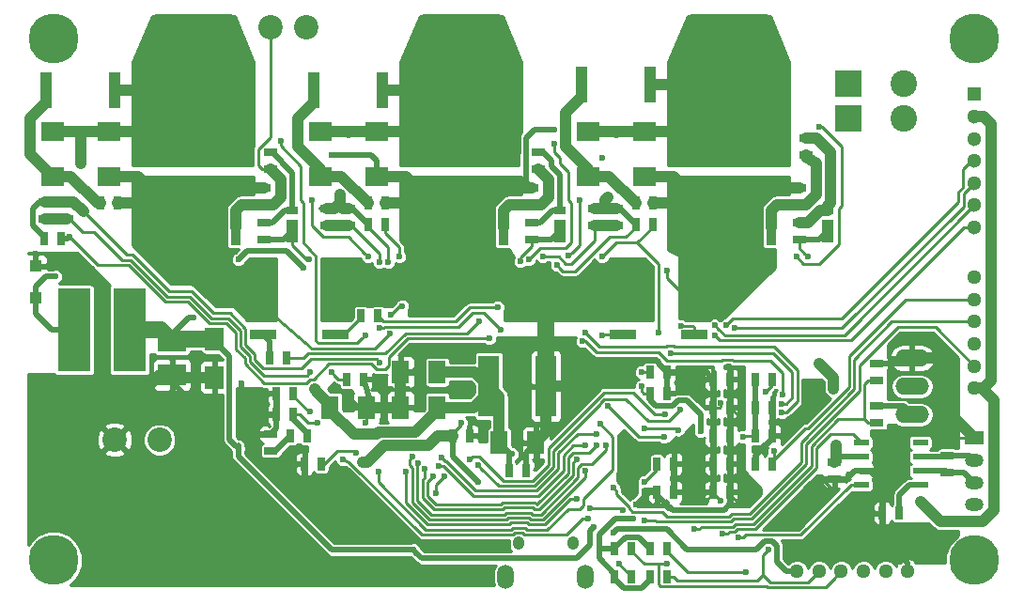
<source format=gbl>
G04 #@! TF.FileFunction,Copper,L2,Bot,Signal*
%FSLAX46Y46*%
G04 Gerber Fmt 4.6, Leading zero omitted, Abs format (unit mm)*
G04 Created by KiCad (PCBNEW 4.0.7-e1-6374~58~ubuntu14.04.1) date Fri Aug 18 12:15:00 2017*
%MOMM*%
%LPD*%
G01*
G04 APERTURE LIST*
%ADD10C,0.100000*%
%ADD11R,0.635000X1.143000*%
%ADD12R,1.143000X0.635000*%
%ADD13R,2.499360X1.950720*%
%ADD14R,1.849120X5.499100*%
%ADD15R,1.524000X2.032000*%
%ADD16R,1.100000X1.100000*%
%ADD17R,1.699260X2.100580*%
%ADD18R,1.100000X0.800000*%
%ADD19R,1.100000X2.000000*%
%ADD20R,2.159000X1.778000*%
%ADD21O,3.048000X1.524000*%
%ADD22R,2.997200X7.498080*%
%ADD23C,1.300480*%
%ADD24R,1.300000X1.300000*%
%ADD25C,1.300000*%
%ADD26R,1.699260X1.198880*%
%ADD27O,1.699260X1.198880*%
%ADD28R,10.800080X8.150860*%
%ADD29R,0.899160X3.200400*%
%ADD30R,1.000000X3.200000*%
%ADD31R,2.438400X5.588000*%
%ADD32R,2.438400X0.889000*%
%ADD33R,1.399540X0.599440*%
%ADD34O,1.050000X1.250000*%
%ADD35O,1.500000X2.200000*%
%ADD36C,4.500000*%
%ADD37C,2.200000*%
%ADD38R,2.400000X2.400000*%
%ADD39C,2.400000*%
%ADD40C,0.600000*%
%ADD41C,0.250000*%
%ADD42C,0.500000*%
%ADD43C,1.000000*%
%ADD44C,2.000000*%
%ADD45C,1.500000*%
%ADD46C,0.254000*%
G04 APERTURE END LIST*
D10*
D11*
X84582000Y-74930000D03*
X83058000Y-74930000D03*
X106807000Y-71755000D03*
X105283000Y-71755000D03*
D12*
X116205000Y-65278000D03*
X116205000Y-66802000D03*
D11*
X101473000Y-76835000D03*
X102997000Y-76835000D03*
X101473000Y-74295000D03*
X102997000Y-74295000D03*
X97917000Y-76835000D03*
X96393000Y-76835000D03*
X101473000Y-66675000D03*
X102997000Y-66675000D03*
X97282000Y-67945000D03*
X95758000Y-67945000D03*
X95758000Y-66040000D03*
X97282000Y-66040000D03*
X96393000Y-74295000D03*
X97917000Y-74295000D03*
X62103000Y-69850000D03*
X63627000Y-69850000D03*
D12*
X61595000Y-71628000D03*
X61595000Y-73152000D03*
X43180000Y-50673000D03*
X43180000Y-52197000D03*
X68580000Y-51308000D03*
X68580000Y-52832000D03*
X92710000Y-51308000D03*
X92710000Y-52832000D03*
D11*
X101473000Y-71755000D03*
X102997000Y-71755000D03*
X105283000Y-74295000D03*
X106807000Y-74295000D03*
D13*
X52705000Y-63246000D03*
X52705000Y-66294000D03*
D11*
X101473000Y-69215000D03*
X102997000Y-69215000D03*
D14*
X86395560Y-67310000D03*
X81244440Y-67310000D03*
D15*
X70231000Y-69215000D03*
X66929000Y-69215000D03*
X82169000Y-72390000D03*
X85471000Y-72390000D03*
X76581000Y-69215000D03*
X73279000Y-69215000D03*
D11*
X46228000Y-50800000D03*
X47752000Y-50800000D03*
X70358000Y-50800000D03*
X71882000Y-50800000D03*
D15*
X76581000Y-66040000D03*
X73279000Y-66040000D03*
D11*
X94488000Y-50800000D03*
X96012000Y-50800000D03*
D12*
X41275000Y-50673000D03*
X41275000Y-52197000D03*
X66675000Y-51308000D03*
X66675000Y-52832000D03*
X90805000Y-51308000D03*
X90805000Y-52832000D03*
X112395000Y-74168000D03*
X112395000Y-75692000D03*
D16*
X40386000Y-56462000D03*
X40386000Y-59362000D03*
D17*
X56515000Y-63040260D03*
X56515000Y-66499740D03*
D18*
X63500000Y-51455000D03*
D19*
X63500000Y-53355000D03*
D18*
X87630000Y-51455000D03*
D19*
X87630000Y-53355000D03*
D18*
X111760000Y-51455000D03*
D19*
X111760000Y-53355000D03*
D20*
X46990000Y-44323000D03*
X46990000Y-48387000D03*
X41910000Y-48387000D03*
X41910000Y-44323000D03*
X71120000Y-44323000D03*
X71120000Y-48387000D03*
X66040000Y-48387000D03*
X66040000Y-44323000D03*
X95250000Y-44323000D03*
X95250000Y-48387000D03*
X90170000Y-48387000D03*
X90170000Y-44323000D03*
D21*
X119380000Y-69850000D03*
X119380000Y-67310000D03*
X119380000Y-64770000D03*
D22*
X43855640Y-62230000D03*
X48854360Y-62230000D03*
D23*
X112999240Y-84000000D03*
X115000760Y-84000000D03*
X116999740Y-84000000D03*
X119001260Y-84000000D03*
X111000260Y-84000000D03*
X108998740Y-84000000D03*
X125000000Y-63500760D03*
X125000000Y-61499240D03*
X125000000Y-59500260D03*
X125000000Y-57498740D03*
X125000000Y-65499740D03*
X125000000Y-67501260D03*
D24*
X125000000Y-40995440D03*
D25*
X125000000Y-44998480D03*
X125000000Y-42996960D03*
X125000000Y-46997460D03*
X125000000Y-48998980D03*
X125000000Y-51000500D03*
X125000000Y-52999480D03*
D26*
X125000000Y-71997720D03*
D27*
X125000000Y-76000760D03*
X125000000Y-73999240D03*
X125000000Y-77999740D03*
D28*
X54610000Y-42359580D03*
D29*
X58420000Y-52961540D03*
X57150000Y-52961540D03*
X55880000Y-52961540D03*
X53340000Y-52961540D03*
X52070000Y-52961540D03*
X50800000Y-52961540D03*
D28*
X78740000Y-42359580D03*
D29*
X82550000Y-52961540D03*
X81280000Y-52961540D03*
X80010000Y-52961540D03*
X77470000Y-52961540D03*
X76200000Y-52961540D03*
X74930000Y-52961540D03*
D28*
X102870000Y-42359580D03*
D29*
X106680000Y-52961540D03*
X105410000Y-52961540D03*
X104140000Y-52961540D03*
X101600000Y-52961540D03*
X100330000Y-52961540D03*
X99060000Y-52961540D03*
D11*
X106807000Y-66675000D03*
X105283000Y-66675000D03*
X106807000Y-69215000D03*
X105283000Y-69215000D03*
D12*
X116205000Y-70612000D03*
X116205000Y-69088000D03*
D11*
X97282000Y-84455000D03*
X95758000Y-84455000D03*
X94107000Y-84455000D03*
X92583000Y-84455000D03*
X97282000Y-81915000D03*
X95758000Y-81915000D03*
X94107000Y-81915000D03*
X92583000Y-81915000D03*
D30*
X47550000Y-40640000D03*
X41350000Y-40640000D03*
D11*
X63373000Y-71755000D03*
X64897000Y-71755000D03*
X66167000Y-74295000D03*
X64643000Y-74295000D03*
X62103000Y-67945000D03*
X63627000Y-67945000D03*
X94488000Y-52705000D03*
X96012000Y-52705000D03*
X69977000Y-66675000D03*
X68453000Y-66675000D03*
X70358000Y-52705000D03*
X71882000Y-52705000D03*
D12*
X60960000Y-52578000D03*
X60960000Y-54102000D03*
X60960000Y-49403000D03*
X60960000Y-50927000D03*
D30*
X71680000Y-40640000D03*
X65480000Y-40640000D03*
D11*
X41148000Y-53975000D03*
X42672000Y-53975000D03*
D12*
X85090000Y-52578000D03*
X85090000Y-54102000D03*
X85090000Y-50927000D03*
X85090000Y-49403000D03*
D30*
X95810000Y-40132000D03*
X89610000Y-40132000D03*
D12*
X109220000Y-52578000D03*
X109220000Y-54102000D03*
X109220000Y-49403000D03*
X109220000Y-50927000D03*
D11*
X61468000Y-64770000D03*
X62992000Y-64770000D03*
X69723000Y-60960000D03*
X71247000Y-60960000D03*
D31*
X60896500Y-58547000D03*
X67373500Y-58547000D03*
D32*
X60896500Y-62674500D03*
X67373500Y-62674500D03*
D31*
X93281500Y-58547000D03*
X99758500Y-58547000D03*
D32*
X93281500Y-62674500D03*
X99758500Y-62674500D03*
D12*
X122555000Y-75057000D03*
X122555000Y-73533000D03*
D11*
X118237000Y-78740000D03*
X116713000Y-78740000D03*
D33*
X120142000Y-76200000D03*
X114808000Y-76200000D03*
X120142000Y-74930000D03*
X120142000Y-73660000D03*
X120142000Y-72390000D03*
X114808000Y-74930000D03*
X114808000Y-73660000D03*
X114808000Y-72390000D03*
D34*
X83935000Y-81455000D03*
X88785000Y-81455000D03*
D35*
X82760000Y-84455000D03*
X89960000Y-84455000D03*
D12*
X61595000Y-47752000D03*
X61595000Y-46228000D03*
X85725000Y-47752000D03*
X85725000Y-46228000D03*
X109855000Y-46482000D03*
X109855000Y-44958000D03*
D11*
X77978000Y-71755000D03*
X79502000Y-71755000D03*
D36*
X125010000Y-36000000D03*
X42010000Y-36000000D03*
X125010000Y-83000000D03*
X42010000Y-83000000D03*
D37*
X64770000Y-34925000D03*
X61595000Y-34925000D03*
X51562000Y-72136000D03*
X47498000Y-72136000D03*
D38*
X113665000Y-40005000D03*
D39*
X118665000Y-40005000D03*
D38*
X113665000Y-43180000D03*
D39*
X118665000Y-43180000D03*
D40*
X72390000Y-67564000D03*
X73152000Y-67564000D03*
X73914000Y-67564000D03*
X117348000Y-75184000D03*
X117348000Y-73152000D03*
X87122014Y-44196000D03*
X87630000Y-70866000D03*
X95758000Y-72898000D03*
X95250000Y-74676000D03*
X122174000Y-70358000D03*
X122428000Y-71882000D03*
X113030000Y-80772000D03*
X119888000Y-80772000D03*
X109982000Y-67564000D03*
X107442000Y-79756000D03*
X68580000Y-68326000D03*
X67056000Y-67564000D03*
X98552000Y-65786000D03*
X78740000Y-67564000D03*
X92202000Y-66294000D03*
X71882000Y-81026000D03*
X75184000Y-84582000D03*
X78486000Y-84582000D03*
X80518000Y-81534000D03*
X62230000Y-79502000D03*
X64008000Y-81280000D03*
X65786000Y-83058000D03*
X67818000Y-81026000D03*
X45720000Y-70358000D03*
X56388000Y-68580000D03*
X54356000Y-68580000D03*
X59182000Y-71628000D03*
X58928000Y-67056000D03*
X71666805Y-70443979D03*
X49276000Y-70358000D03*
X115062000Y-79502000D03*
X115062000Y-77978000D03*
X112268000Y-76708000D03*
X108966000Y-70104000D03*
X100330000Y-72390000D03*
X99060000Y-74422000D03*
X100330000Y-74422000D03*
X100330000Y-76962000D03*
X99060000Y-76962000D03*
X88392000Y-68580000D03*
X88392000Y-65278000D03*
X94996000Y-59944000D03*
X94996000Y-59182000D03*
X94996000Y-58420000D03*
X94996000Y-57658000D03*
X94996000Y-60706000D03*
X95758000Y-60198000D03*
X95758000Y-59436000D03*
X95758000Y-58674000D03*
X95758000Y-57912000D03*
X80518000Y-71374000D03*
X71628000Y-78740000D03*
X69342000Y-79248000D03*
X74930000Y-65532000D03*
X82042000Y-82042000D03*
X110617000Y-68834000D03*
X102104785Y-68830785D03*
X108204000Y-82550000D03*
X85598000Y-74168000D03*
X60198000Y-70358000D03*
X110744000Y-75946000D03*
X50546000Y-67310000D03*
X40386000Y-55372000D03*
X88392000Y-66802000D03*
X91440000Y-46736000D03*
X67056000Y-46482000D03*
X70104000Y-70612000D03*
X107696000Y-71882000D03*
X100838000Y-77625318D03*
X102111080Y-77625563D03*
X74688200Y-60452924D03*
X91948000Y-69088000D03*
X97028000Y-71882000D03*
X106172000Y-67818000D03*
X83312000Y-73406000D03*
X65532000Y-67564000D03*
X104140000Y-71882000D03*
X99788860Y-80136032D03*
X106426000Y-82042000D03*
X120142000Y-77724000D03*
X112522000Y-72644000D03*
X102870000Y-65532000D03*
X103632000Y-75438000D03*
X103886000Y-72898000D03*
X69850000Y-74168000D03*
X78740000Y-70612000D03*
X91186000Y-81788000D03*
X80264000Y-75946000D03*
X102997000Y-70358000D03*
X100330000Y-71374000D03*
X94498617Y-77973483D03*
X94234000Y-79248000D03*
X110998000Y-65278000D03*
X112268000Y-67564000D03*
X103768990Y-77752494D03*
X105156010Y-77470000D03*
X94996000Y-67310000D03*
X95263872Y-76745892D03*
X103886000Y-70104000D03*
X94996000Y-66040000D03*
X95250000Y-75946000D03*
X65790440Y-70640430D03*
X76454000Y-76962000D03*
X77216000Y-75438000D03*
X58674000Y-55880000D03*
X64516000Y-56642000D03*
X42163982Y-57404000D03*
X51308000Y-37338000D03*
X51308000Y-36322000D03*
X51308000Y-35306000D03*
X51308000Y-34290000D03*
X57912000Y-34290000D03*
X57912000Y-35306000D03*
X57912000Y-36322000D03*
X57912000Y-37338000D03*
X71406393Y-65153489D03*
X44704000Y-51562000D03*
X44450000Y-47244000D03*
X65143084Y-66040000D03*
X75438000Y-37338000D03*
X75438000Y-36322000D03*
X75438000Y-35306000D03*
X75438000Y-34290000D03*
X82042000Y-34290000D03*
X82042000Y-35306000D03*
X82042000Y-36322000D03*
X82042000Y-37338000D03*
X72174011Y-56134025D03*
X67818000Y-50038000D03*
X68580000Y-44450000D03*
X71374000Y-56134000D03*
X99568000Y-37338000D03*
X99568000Y-36322000D03*
X99568000Y-35306000D03*
X99568000Y-34290000D03*
X106172000Y-34290000D03*
X106172000Y-35306000D03*
X106172000Y-36322000D03*
X106172000Y-37338000D03*
X87376000Y-56388000D03*
X92710000Y-44450000D03*
X91948000Y-50292000D03*
X86106000Y-55626000D03*
X106934000Y-73152000D03*
X74422000Y-82042000D03*
X92456000Y-80518000D03*
X90678000Y-80010000D03*
X58674000Y-72897992D03*
X54638097Y-61109996D03*
X80319536Y-61468000D03*
X82042000Y-60198000D03*
X72297272Y-62592569D03*
X97282000Y-56896000D03*
X70109291Y-62698614D03*
X62484000Y-45212000D03*
X65024000Y-55880000D03*
X73441794Y-60085882D03*
X72390000Y-60842990D03*
X84843287Y-55878151D03*
X87122000Y-45466000D03*
X84067866Y-56074979D03*
X110998000Y-43942000D03*
X108966000Y-55626000D03*
X109982000Y-55626000D03*
X97282000Y-83312000D03*
X104394000Y-84074000D03*
X92964000Y-83312000D03*
X92456000Y-76454000D03*
X95264226Y-79419598D03*
X102616000Y-61828032D03*
X103384427Y-62080688D03*
X98289509Y-71237010D03*
X95250000Y-71120000D03*
X101600000Y-61828032D03*
X101600000Y-62738000D03*
X69295294Y-73335941D03*
X65143028Y-69596000D03*
X96520020Y-62484000D03*
X97601190Y-64296764D03*
X107624512Y-68868810D03*
X91440000Y-55626000D03*
X88401108Y-55566979D03*
X89408000Y-50546000D03*
X67056000Y-66040000D03*
X82296000Y-62191987D03*
X89916000Y-62484000D03*
X107624652Y-69668821D03*
X71362856Y-62031512D03*
X73152000Y-55626000D03*
X70358000Y-55626000D03*
X65278000Y-50546000D03*
X81280008Y-62992000D03*
X89662000Y-63246000D03*
X107696000Y-68072004D03*
X43434000Y-53848000D03*
X98552000Y-61841030D03*
X91440000Y-62738000D03*
X71260486Y-74982492D03*
X91246949Y-70672949D03*
X77014609Y-73753278D03*
X90932000Y-71628018D03*
X76200000Y-75438000D03*
X90932000Y-72644036D03*
X74864576Y-74268896D03*
X91767961Y-72665565D03*
X93298556Y-78497990D03*
X89154000Y-77470000D03*
X90330794Y-78317537D03*
X73736150Y-74976132D03*
X68072000Y-73914000D03*
X90170000Y-79248000D03*
X79502000Y-73914000D03*
X97086309Y-69838010D03*
X80263992Y-74422000D03*
X98488045Y-69450630D03*
X76733358Y-74504405D03*
X89916000Y-72644000D03*
X75483346Y-74775988D03*
X89137380Y-73899700D03*
X74365041Y-73644010D03*
X89915990Y-74929990D03*
X102328109Y-80586043D03*
X103730122Y-80949849D03*
D41*
X72390000Y-67564000D02*
X73152000Y-67564000D01*
D42*
X117094000Y-74930000D02*
X117348000Y-75184000D01*
X114808000Y-74930000D02*
X117094000Y-74930000D01*
X86697750Y-44196000D02*
X87122014Y-44196000D01*
X84590041Y-44949959D02*
X85344000Y-44196000D01*
X84590041Y-48903041D02*
X84590041Y-44949959D01*
X85344000Y-44196000D02*
X86697750Y-44196000D01*
X85090000Y-49403000D02*
X84590041Y-48903041D01*
D41*
X99060000Y-73406000D02*
X98552000Y-72898000D01*
X98552000Y-72898000D02*
X95758000Y-72898000D01*
X99060000Y-74422000D02*
X99060000Y-73406000D01*
X125000000Y-71997720D02*
X122543720Y-71997720D01*
X122543720Y-71997720D02*
X122428000Y-71882000D01*
X116713000Y-78740000D02*
X116713000Y-79883000D01*
X117602000Y-80772000D02*
X119888000Y-80772000D01*
X116713000Y-79883000D02*
X117602000Y-80772000D01*
X110617000Y-68834000D02*
X110617000Y-68199000D01*
X110617000Y-68199000D02*
X109982000Y-67564000D01*
X107696000Y-79756000D02*
X107442000Y-79756000D01*
D42*
X69469000Y-69215000D02*
X68580000Y-68326000D01*
X97282000Y-66040000D02*
X98298000Y-66040000D01*
X98298000Y-66040000D02*
X98552000Y-65786000D01*
X92202000Y-65018499D02*
X92202000Y-66294000D01*
X70231000Y-69215000D02*
X69469000Y-69215000D01*
X75184000Y-84582000D02*
X78486000Y-84582000D01*
X67818000Y-81026000D02*
X71882000Y-81026000D01*
X69342000Y-79248000D02*
X69342000Y-79502000D01*
X65786000Y-83058000D02*
X64008000Y-81280000D01*
X69342000Y-79502000D02*
X67818000Y-81026000D01*
X52705000Y-66294000D02*
X52705000Y-66929000D01*
X52705000Y-66929000D02*
X54356000Y-68580000D01*
X58928000Y-67056000D02*
X58928000Y-71374000D01*
X58928000Y-71374000D02*
X59182000Y-71628000D01*
D41*
X71666805Y-69638805D02*
X71666805Y-70019715D01*
X70231000Y-69215000D02*
X71243000Y-69215000D01*
X71243000Y-69215000D02*
X71666805Y-69638805D01*
X71666805Y-70019715D02*
X71666805Y-70443979D01*
D43*
X50546000Y-69088000D02*
X49575999Y-70058001D01*
X49575999Y-70058001D02*
X49276000Y-70358000D01*
X50546000Y-67310000D02*
X50546000Y-69088000D01*
D41*
X116713000Y-78740000D02*
X115824000Y-78740000D01*
X115824000Y-78740000D02*
X115062000Y-77978000D01*
X110744000Y-75946000D02*
X111506000Y-75946000D01*
X111506000Y-75946000D02*
X112268000Y-76708000D01*
X108966000Y-70612000D02*
X108966000Y-70104000D01*
D42*
X113466500Y-75692000D02*
X112395000Y-75692000D01*
X114808000Y-74930000D02*
X114228500Y-74930000D01*
X114228500Y-74930000D02*
X113466500Y-75692000D01*
D41*
X97917000Y-76835000D02*
X98933000Y-76835000D01*
X99314000Y-73406000D02*
X100330000Y-72390000D01*
X99314000Y-74168000D02*
X99314000Y-73406000D01*
X99060000Y-74422000D02*
X99314000Y-74168000D01*
X100330000Y-76962000D02*
X100330000Y-74422000D01*
X98933000Y-76835000D02*
X99060000Y-76962000D01*
X88392000Y-66802000D02*
X88392000Y-65278000D01*
X94996000Y-57658000D02*
X95504000Y-57658000D01*
D42*
X94996000Y-59944000D02*
X94996000Y-59182000D01*
X94996000Y-58420000D02*
X94996000Y-57658000D01*
X93281500Y-58991500D02*
X94996000Y-60706000D01*
D41*
X95758000Y-58674000D02*
X95758000Y-59436000D01*
X95504000Y-57658000D02*
X95758000Y-57912000D01*
D42*
X93281500Y-58547000D02*
X93281500Y-58991500D01*
X80518000Y-71556500D02*
X80518000Y-71374000D01*
X80319500Y-71755000D02*
X80518000Y-71556500D01*
X79502000Y-71755000D02*
X80319500Y-71755000D01*
X116205000Y-65278000D02*
X118872000Y-65278000D01*
X118872000Y-65278000D02*
X119380000Y-64770000D01*
D43*
X121920000Y-64770000D02*
X119380000Y-64770000D01*
X123190000Y-70187720D02*
X125000000Y-71997720D01*
X123190000Y-66040000D02*
X123190000Y-70187720D01*
X121920000Y-64770000D02*
X123190000Y-66040000D01*
D42*
X64643000Y-74295000D02*
X64643000Y-75692000D01*
X64643000Y-75692000D02*
X64516000Y-75692000D01*
X82042000Y-82042000D02*
X75692000Y-82042000D01*
X75692000Y-82042000D02*
X72390000Y-78740000D01*
X72390000Y-78740000D02*
X71628000Y-78740000D01*
X75184000Y-81534000D02*
X72390000Y-78740000D01*
X65532000Y-75692000D02*
X65532000Y-77978000D01*
X65532000Y-77978000D02*
X66802000Y-79248000D01*
X66802000Y-79248000D02*
X69342000Y-79248000D01*
X61595000Y-71628000D02*
X60523500Y-71628000D01*
X60523500Y-71628000D02*
X60198000Y-71953500D01*
X60198000Y-71953500D02*
X60198000Y-73660000D01*
X60198000Y-73660000D02*
X60960000Y-74422000D01*
X60960000Y-74422000D02*
X62230000Y-74422000D01*
X62230000Y-74422000D02*
X63500000Y-75692000D01*
X63500000Y-75692000D02*
X64516000Y-75692000D01*
X64516000Y-75692000D02*
X65532000Y-75692000D01*
X73279000Y-66040000D02*
X74422000Y-66040000D01*
X74422000Y-66040000D02*
X74930000Y-65532000D01*
D44*
X82042000Y-58547000D02*
X86360000Y-58547000D01*
X86360000Y-58547000D02*
X93281500Y-58547000D01*
D45*
X86395560Y-67310000D02*
X86395560Y-58582560D01*
X86395560Y-58582560D02*
X86360000Y-58547000D01*
D42*
X106807000Y-70612000D02*
X106807000Y-71755000D01*
X106807000Y-69215000D02*
X106807000Y-70612000D01*
X106807000Y-70612000D02*
X108966000Y-70612000D01*
X108966000Y-70612000D02*
X108839000Y-70612000D01*
X108839000Y-70612000D02*
X110617000Y-68834000D01*
X100838000Y-66040000D02*
X101473000Y-66675000D01*
X97282000Y-66040000D02*
X100838000Y-66040000D01*
D41*
X102104785Y-69150715D02*
X102104785Y-68830785D01*
X102040500Y-69215000D02*
X102104785Y-69150715D01*
X101473000Y-69215000D02*
X102040500Y-69215000D01*
D42*
X115062000Y-82550000D02*
X108204000Y-82550000D01*
X116713000Y-80899000D02*
X115062000Y-82550000D01*
X97282000Y-66040000D02*
X96525501Y-65283501D01*
X96525501Y-65283501D02*
X96525501Y-65108499D01*
X96525501Y-65108499D02*
X96435501Y-65018499D01*
X96435501Y-65018499D02*
X92202000Y-65018499D01*
X92202000Y-65018499D02*
X90175501Y-65018499D01*
X90175501Y-65018499D02*
X88392000Y-66802000D01*
X85598000Y-74168000D02*
X85598000Y-72517000D01*
X85598000Y-72517000D02*
X85471000Y-72390000D01*
X62103000Y-69850000D02*
X60706000Y-69850000D01*
X60706000Y-69850000D02*
X60198000Y-70358000D01*
X97917000Y-74295000D02*
X101473000Y-74295000D01*
X110998000Y-75692000D02*
X112395000Y-75692000D01*
X110744000Y-75946000D02*
X110998000Y-75692000D01*
X69977000Y-66675000D02*
X70612000Y-68834000D01*
X70612000Y-68834000D02*
X70231000Y-69215000D01*
D43*
X52705000Y-66294000D02*
X51562000Y-66294000D01*
X51562000Y-66294000D02*
X50546000Y-67310000D01*
X56515000Y-66499740D02*
X52910740Y-66499740D01*
X52910740Y-66499740D02*
X52705000Y-66294000D01*
D42*
X40386000Y-56462000D02*
X40386000Y-55372000D01*
D43*
X87884000Y-67310000D02*
X86395560Y-67310000D01*
X88392000Y-66802000D02*
X87884000Y-67310000D01*
D42*
X116713000Y-78740000D02*
X116713000Y-80899000D01*
X119001260Y-83187260D02*
X119001260Y-84000000D01*
X116713000Y-80899000D02*
X119001260Y-83187260D01*
X67056000Y-46482000D02*
X70604000Y-46482000D01*
X70604000Y-46482000D02*
X71120000Y-46998000D01*
X71120000Y-46998000D02*
X71120000Y-48387000D01*
X116713000Y-78740000D02*
X116713000Y-76073000D01*
X115570000Y-74930000D02*
X114808000Y-74930000D01*
X116713000Y-76073000D02*
X115570000Y-74930000D01*
X105283000Y-73787000D02*
X105283000Y-74295000D01*
X105283000Y-73533000D02*
X105283000Y-73787000D01*
X106807000Y-72009000D02*
X105283000Y-73533000D01*
X106807000Y-71755000D02*
X106807000Y-72009000D01*
D41*
X70231000Y-70485000D02*
X70104000Y-70612000D01*
X70231000Y-69215000D02*
X70231000Y-70485000D01*
X70231000Y-70231000D02*
X70104000Y-70358000D01*
X70104000Y-70358000D02*
X70104000Y-70612000D01*
X107696000Y-71882000D02*
X106934000Y-71882000D01*
X106934000Y-71882000D02*
X106807000Y-71755000D01*
X101473000Y-76835000D02*
X101473000Y-76990318D01*
X101473000Y-76990318D02*
X100838000Y-77625318D01*
X101473000Y-76835000D02*
X101473000Y-76987483D01*
X101473000Y-76987483D02*
X102111080Y-77625563D01*
D42*
X97917000Y-74295000D02*
X97917000Y-76835000D01*
X97282000Y-66040000D02*
X97282000Y-67945000D01*
X101473000Y-69215000D02*
X101473000Y-66675000D01*
X101473000Y-71755000D02*
X101473000Y-69215000D01*
X101473000Y-74295000D02*
X101473000Y-71755000D01*
X101473000Y-76835000D02*
X101473000Y-74295000D01*
D41*
X74688200Y-60028660D02*
X74688200Y-60452924D01*
X74688200Y-59702200D02*
X74688200Y-60028660D01*
X73533000Y-58547000D02*
X74688200Y-59702200D01*
D42*
X84582000Y-74930000D02*
X84582000Y-73279000D01*
X84582000Y-73279000D02*
X85471000Y-72390000D01*
D43*
X86395560Y-67310000D02*
X86395560Y-71465440D01*
X86395560Y-71465440D02*
X85471000Y-72390000D01*
X73279000Y-66040000D02*
X73279000Y-69215000D01*
X70231000Y-69215000D02*
X73279000Y-69215000D01*
D42*
X70612000Y-68834000D02*
X70231000Y-69215000D01*
X62103000Y-69850000D02*
X62103000Y-71120000D01*
X62103000Y-71120000D02*
X61595000Y-71628000D01*
X62103000Y-67945000D02*
X62103000Y-69850000D01*
D44*
X80010000Y-52961540D02*
X80010000Y-56515000D01*
X80010000Y-56515000D02*
X82042000Y-58547000D01*
X67373500Y-58547000D02*
X73533000Y-58547000D01*
X76200000Y-55880000D02*
X76200000Y-52961540D01*
X73533000Y-58547000D02*
X76200000Y-55880000D01*
D43*
X74894440Y-52997100D02*
X74930000Y-52961540D01*
X85090000Y-49403000D02*
X82677000Y-49403000D01*
X81280000Y-50800000D02*
X81280000Y-52961540D01*
X82677000Y-49403000D02*
X81280000Y-50800000D01*
X80010000Y-52961540D02*
X81280000Y-52961540D01*
X77470000Y-52961540D02*
X80010000Y-52961540D01*
X76200000Y-52961540D02*
X77470000Y-52961540D01*
X74930000Y-52961540D02*
X76200000Y-52961540D01*
X71120000Y-48387000D02*
X73787000Y-48387000D01*
X74930000Y-49530000D02*
X74930000Y-51308000D01*
X73787000Y-48387000D02*
X74930000Y-49530000D01*
X71882000Y-50800000D02*
X74422000Y-50800000D01*
X74930000Y-51308000D02*
X74930000Y-52961540D01*
X74422000Y-50800000D02*
X74930000Y-51308000D01*
X71117193Y-71628000D02*
X71301204Y-71443989D01*
X71301204Y-71443989D02*
X74606011Y-71443989D01*
X76581000Y-69469000D02*
X76581000Y-69215000D01*
X69088000Y-71628000D02*
X71117193Y-71628000D01*
X66929000Y-69215000D02*
X66929000Y-69469000D01*
X66929000Y-69469000D02*
X69088000Y-71628000D01*
X74606011Y-71443989D02*
X76581000Y-69469000D01*
X76581000Y-69215000D02*
X79883000Y-69215000D01*
X79883000Y-69215000D02*
X81244440Y-67853560D01*
X81244440Y-67853560D02*
X81244440Y-67310000D01*
X76581000Y-66040000D02*
X79974440Y-66040000D01*
X79974440Y-66040000D02*
X81244440Y-67310000D01*
D41*
X94742000Y-71882000D02*
X91948000Y-69088000D01*
X96603736Y-71882000D02*
X94742000Y-71882000D01*
X97028000Y-71882000D02*
X96603736Y-71882000D01*
X106807000Y-66675000D02*
X106807000Y-67183000D01*
X106807000Y-67183000D02*
X106172000Y-67818000D01*
D42*
X83312000Y-73406000D02*
X83185000Y-73406000D01*
X83185000Y-73406000D02*
X83058000Y-73279000D01*
D43*
X66929000Y-68961000D02*
X65831999Y-67863999D01*
X66929000Y-69215000D02*
X66929000Y-68961000D01*
X65831999Y-67863999D02*
X65532000Y-67564000D01*
D42*
X83058000Y-74930000D02*
X83058000Y-73279000D01*
X83058000Y-73279000D02*
X82169000Y-72390000D01*
D43*
X82169000Y-72390000D02*
X82169000Y-68234560D01*
X82169000Y-68234560D02*
X81244440Y-67310000D01*
X80990440Y-67564000D02*
X81244440Y-67310000D01*
D42*
X105283000Y-69215000D02*
X105283000Y-66675000D01*
X105283000Y-71755000D02*
X105283000Y-69215000D01*
D41*
X105283000Y-71755000D02*
X104267000Y-71755000D01*
X104267000Y-71755000D02*
X104140000Y-71882000D01*
X110293989Y-72711600D02*
X110293989Y-74489600D01*
X103480977Y-79707033D02*
X103226977Y-79961033D01*
X100213124Y-80136032D02*
X99788860Y-80136032D01*
X105076556Y-79707033D02*
X103480977Y-79707033D01*
X110293989Y-74489600D02*
X105076556Y-79707033D01*
X115062000Y-70290500D02*
X112715089Y-70290500D01*
X103226977Y-79961033D02*
X100388123Y-79961033D01*
X112715089Y-70290500D02*
X110293989Y-72711600D01*
X100388123Y-79961033D02*
X100213124Y-80136032D01*
X116205000Y-66802000D02*
X115383500Y-66802000D01*
X115383500Y-66802000D02*
X115062000Y-67123500D01*
X115062000Y-67123500D02*
X115062000Y-70290500D01*
X115062000Y-70290500D02*
X115383500Y-70612000D01*
X115383500Y-70612000D02*
X116205000Y-70612000D01*
X106126001Y-82341999D02*
X106426000Y-82042000D01*
X105918000Y-84328000D02*
X105918000Y-82550000D01*
X105918000Y-82550000D02*
X106126001Y-82341999D01*
X105918000Y-84328000D02*
X106565241Y-84975241D01*
X110025019Y-84975241D02*
X110350021Y-84650239D01*
X106565241Y-84975241D02*
X110025019Y-84975241D01*
X110350021Y-84650239D02*
X111000260Y-84000000D01*
X97282000Y-84455000D02*
X97849500Y-84455000D01*
X97849500Y-84455000D02*
X98230500Y-84836000D01*
X98230500Y-84836000D02*
X105410000Y-84836000D01*
X105410000Y-84836000D02*
X105918000Y-84328000D01*
D43*
X69850000Y-74168000D02*
X70274264Y-74168000D01*
X70274264Y-74168000D02*
X71798264Y-72644000D01*
X71798264Y-72644000D02*
X75771500Y-72644000D01*
X75771500Y-72644000D02*
X76660500Y-71755000D01*
X76660500Y-71755000D02*
X77978000Y-71755000D01*
X125667260Y-67501260D02*
X126746000Y-68580000D01*
X126746000Y-68580000D02*
X126746000Y-78486000D01*
X126746000Y-78486000D02*
X125730000Y-79502000D01*
X125730000Y-79502000D02*
X121920000Y-79502000D01*
X121920000Y-79502000D02*
X120142000Y-77724000D01*
X125667260Y-67501260D02*
X125000000Y-67501260D01*
X112522000Y-74041000D02*
X112395000Y-74168000D01*
X112522000Y-72644000D02*
X112522000Y-74041000D01*
D42*
X102997000Y-66675000D02*
X102997000Y-65659000D01*
X102997000Y-65659000D02*
X102870000Y-65532000D01*
X95263872Y-76708000D02*
X96266000Y-76708000D01*
X96266000Y-76708000D02*
X96393000Y-76835000D01*
D41*
X103632000Y-73152000D02*
X103632000Y-75438000D01*
X103886000Y-72898000D02*
X103632000Y-73152000D01*
X77978000Y-71755000D02*
X77978000Y-71501000D01*
X77978000Y-71501000D02*
X78740000Y-70739000D01*
X78740000Y-70739000D02*
X78740000Y-70612000D01*
D42*
X92583000Y-81915000D02*
X91313000Y-81915000D01*
X91313000Y-81915000D02*
X91186000Y-81788000D01*
X91186000Y-82212264D02*
X91186000Y-81788000D01*
X92583000Y-84201000D02*
X91186000Y-82804000D01*
X92615998Y-79248000D02*
X91186000Y-80677998D01*
X91186000Y-82804000D02*
X91186000Y-82212264D01*
X92583000Y-84455000D02*
X92583000Y-84201000D01*
X91186000Y-81363736D02*
X91186000Y-81788000D01*
X91186000Y-80677998D02*
X91186000Y-81363736D01*
X94234000Y-79248000D02*
X92615998Y-79248000D01*
X77978000Y-72826500D02*
X77978000Y-73660000D01*
X77978000Y-73660000D02*
X80264000Y-75946000D01*
X77978000Y-71755000D02*
X77978000Y-72826500D01*
X102997000Y-69215000D02*
X102997000Y-70358000D01*
X102997000Y-70358000D02*
X102997000Y-71755000D01*
X99060000Y-68580000D02*
X100330000Y-69850000D01*
X100330000Y-69850000D02*
X100330000Y-71374000D01*
X98298000Y-68580000D02*
X99060000Y-68580000D01*
X97790000Y-69088000D02*
X98298000Y-68580000D01*
X96266000Y-69088000D02*
X97790000Y-69088000D01*
X95758000Y-68580000D02*
X96266000Y-69088000D01*
X95758000Y-67945000D02*
X95758000Y-68580000D01*
X92583000Y-81888965D02*
X92583000Y-81915000D01*
X93578466Y-80893499D02*
X92583000Y-81888965D01*
X94736499Y-80893499D02*
X93578466Y-80893499D01*
X95758000Y-81915000D02*
X94736499Y-80893499D01*
X95263872Y-76745892D02*
X95263872Y-76708000D01*
X95263872Y-76708000D02*
X95263872Y-77208228D01*
X94798616Y-77673484D02*
X94498617Y-77973483D01*
X95263872Y-77208228D02*
X94798616Y-77673484D01*
D43*
X112268000Y-67564000D02*
X112268000Y-66548000D01*
X112268000Y-66548000D02*
X110998000Y-65278000D01*
D42*
X102997000Y-76835000D02*
X102997000Y-77906500D01*
X102997000Y-77906500D02*
X102417500Y-78486000D01*
X96393000Y-77089000D02*
X96393000Y-76835000D01*
X102417500Y-78486000D02*
X97790000Y-78486000D01*
X97790000Y-78486000D02*
X96393000Y-77089000D01*
D43*
X125000000Y-42996960D02*
X125800960Y-42996960D01*
X125800960Y-42996960D02*
X126492000Y-43688000D01*
X126492000Y-43688000D02*
X126492000Y-66802000D01*
X126492000Y-66802000D02*
X125792740Y-67501260D01*
X125792740Y-67501260D02*
X125000000Y-67501260D01*
D42*
X95758000Y-84455000D02*
X95758000Y-84709000D01*
X92583000Y-84630002D02*
X92583000Y-84455000D01*
X95758000Y-84709000D02*
X94990499Y-85476501D01*
X94990499Y-85476501D02*
X93429499Y-85476501D01*
X93429499Y-85476501D02*
X92583000Y-84630002D01*
D41*
X103660494Y-77752494D02*
X103768990Y-77752494D01*
X102997000Y-76835000D02*
X102997000Y-77089000D01*
X102997000Y-77089000D02*
X103660494Y-77752494D01*
X104856011Y-77170001D02*
X105156010Y-77470000D01*
X104521010Y-76835000D02*
X104856011Y-77170001D01*
X102997000Y-76835000D02*
X104521010Y-76835000D01*
D42*
X114808000Y-73660000D02*
X112903000Y-73660000D01*
X112903000Y-73660000D02*
X112395000Y-74168000D01*
D41*
X94996000Y-67734264D02*
X94996000Y-67310000D01*
X94996000Y-67750500D02*
X94996000Y-67734264D01*
X95190500Y-67945000D02*
X94996000Y-67750500D01*
X95758000Y-67945000D02*
X95190500Y-67945000D01*
X103886000Y-70104000D02*
X102997000Y-69215000D01*
D42*
X102997000Y-74295000D02*
X102997000Y-76835000D01*
X102997000Y-71755000D02*
X102997000Y-74295000D01*
X102997000Y-66675000D02*
X102997000Y-69215000D01*
D41*
X95758000Y-66040000D02*
X94996000Y-66040000D01*
X95250000Y-75946000D02*
X96393000Y-74803000D01*
X96393000Y-74803000D02*
X96393000Y-74295000D01*
X64984930Y-70640430D02*
X65366176Y-70640430D01*
X64194500Y-69850000D02*
X64984930Y-70640430D01*
X65366176Y-70640430D02*
X65790440Y-70640430D01*
X63627000Y-69850000D02*
X64194500Y-69850000D01*
D42*
X63627000Y-69850000D02*
X63627000Y-70231000D01*
X63627000Y-70231000D02*
X64897000Y-71501000D01*
X64897000Y-71501000D02*
X64897000Y-71755000D01*
D41*
X76454000Y-76962000D02*
X76454000Y-76200000D01*
X76454000Y-76200000D02*
X77216000Y-75438000D01*
D42*
X61595000Y-73152000D02*
X61976000Y-73152000D01*
X61976000Y-73152000D02*
X63373000Y-71755000D01*
X62992000Y-55118000D02*
X59436000Y-55118000D01*
X59436000Y-55118000D02*
X58674000Y-55880000D01*
X64516000Y-56642000D02*
X62992000Y-55118000D01*
X41739718Y-57404000D02*
X42163982Y-57404000D01*
X41294000Y-57404000D02*
X41739718Y-57404000D01*
X40386000Y-58312000D02*
X41294000Y-57404000D01*
X40386000Y-59362000D02*
X40386000Y-58312000D01*
X40386000Y-59362000D02*
X40386000Y-60758960D01*
X40386000Y-60758960D02*
X41857040Y-62230000D01*
X41857040Y-62230000D02*
X43855640Y-62230000D01*
D43*
X53340000Y-37338000D02*
X51308000Y-37338000D01*
X51308000Y-36322000D02*
X51308000Y-35306000D01*
X51308000Y-34290000D02*
X57912000Y-34290000D01*
X57912000Y-35306000D02*
X57912000Y-36322000D01*
X53340000Y-37338000D02*
X54610000Y-38608000D01*
X54610000Y-42359580D02*
X54610000Y-38608000D01*
D41*
X44704000Y-51562000D02*
X48629978Y-55487978D01*
X71106394Y-64853490D02*
X71406393Y-65153489D01*
X48629978Y-55487978D02*
X49140798Y-55487978D01*
X49140798Y-55487978D02*
X52428420Y-58775600D01*
X52428420Y-58775600D02*
X54460421Y-58775600D01*
X64381499Y-65666501D02*
X65220009Y-64827991D01*
X54460421Y-58775600D02*
X56390821Y-60706000D01*
X56390821Y-60706000D02*
X57914824Y-60706000D01*
X60894510Y-65666501D02*
X64381499Y-65666501D01*
X57914824Y-60706000D02*
X59320022Y-62111198D01*
X60149033Y-64921022D02*
X60894510Y-65666501D01*
X59320022Y-62111198D02*
X59320022Y-63584012D01*
X59320022Y-63584012D02*
X60149033Y-64413023D01*
X60149033Y-64413023D02*
X60149033Y-64921022D01*
X65220009Y-64827991D02*
X71080895Y-64827991D01*
X71080895Y-64827991D02*
X71106394Y-64853490D01*
D42*
X41275000Y-50673000D02*
X40767000Y-50673000D01*
X40767000Y-50673000D02*
X40132000Y-51308000D01*
X40132000Y-52832000D02*
X41148000Y-53848000D01*
X40132000Y-51308000D02*
X40132000Y-52832000D01*
X41148000Y-53848000D02*
X41148000Y-53975000D01*
D43*
X43180000Y-50673000D02*
X41275000Y-50673000D01*
X44450000Y-44323000D02*
X44450000Y-47244000D01*
X43815000Y-50673000D02*
X43180000Y-50673000D01*
X44704000Y-51562000D02*
X43815000Y-50673000D01*
X47550000Y-40640000D02*
X52890420Y-40640000D01*
X52890420Y-40640000D02*
X54610000Y-42359580D01*
X46990000Y-44323000D02*
X52646580Y-44323000D01*
X52646580Y-44323000D02*
X54610000Y-42359580D01*
X41910000Y-44323000D02*
X44450000Y-44323000D01*
X44450000Y-44323000D02*
X46990000Y-44323000D01*
D41*
X60931598Y-66339999D02*
X64843085Y-66339999D01*
X59699022Y-64599423D02*
X59699022Y-65107422D01*
X58870011Y-63770412D02*
X59699022Y-64599423D01*
X58870011Y-62297598D02*
X58870011Y-63770412D01*
X43180000Y-52197000D02*
X43434000Y-52197000D01*
X57787371Y-61214958D02*
X58870011Y-62297598D01*
X48954399Y-55937989D02*
X52256399Y-59239989D01*
X59699022Y-65107422D02*
X60931598Y-66339999D01*
X54288400Y-59239989D02*
X56263369Y-61214958D01*
X64843085Y-66339999D02*
X65143084Y-66040000D01*
X45652400Y-53397989D02*
X48192400Y-55937989D01*
X43434000Y-52197000D02*
X44634989Y-53397989D01*
X48192400Y-55937989D02*
X48954399Y-55937989D01*
X56263369Y-61214958D02*
X57787371Y-61214958D01*
X44634989Y-53397989D02*
X45652400Y-53397989D01*
X52256399Y-59239989D02*
X54288400Y-59239989D01*
D43*
X41275000Y-52197000D02*
X43180000Y-52197000D01*
X78740000Y-38100000D02*
X77978000Y-37338000D01*
X77978000Y-37338000D02*
X75438000Y-37338000D01*
X75438000Y-36322000D02*
X75438000Y-35306000D01*
X75438000Y-34290000D02*
X82042000Y-34290000D01*
X82042000Y-35306000D02*
X82042000Y-36322000D01*
X78740000Y-38100000D02*
X78740000Y-42359580D01*
X71120000Y-44323000D02*
X76776580Y-44323000D01*
X76776580Y-44323000D02*
X78740000Y-42359580D01*
X71680000Y-40640000D02*
X77020420Y-40640000D01*
X77020420Y-40640000D02*
X78740000Y-42359580D01*
D44*
X77020420Y-40640000D02*
X78740000Y-42359580D01*
D41*
X72174011Y-55709761D02*
X72174011Y-56134025D01*
X70358000Y-52705000D02*
X70358000Y-52959000D01*
X70358000Y-52959000D02*
X72174011Y-54775011D01*
X72174011Y-54775011D02*
X72174011Y-55709761D01*
D42*
X68580000Y-51308000D02*
X68961000Y-51308000D01*
X68961000Y-51308000D02*
X70358000Y-52705000D01*
D43*
X77020420Y-40640000D02*
X78740000Y-42359580D01*
X68580000Y-44323000D02*
X68580000Y-44450000D01*
X68580000Y-44323000D02*
X71120000Y-44323000D01*
X77020420Y-40640000D02*
X78740000Y-42359580D01*
D42*
X66167000Y-51308000D02*
X66675000Y-51308000D01*
D43*
X67818000Y-50038000D02*
X67818000Y-51054000D01*
X67818000Y-51054000D02*
X68072000Y-51308000D01*
X68072000Y-51308000D02*
X68580000Y-51308000D01*
X67818000Y-50038000D02*
X67818000Y-50800000D01*
X67818000Y-50800000D02*
X67310000Y-51308000D01*
X67310000Y-51308000D02*
X66675000Y-51308000D01*
X77020420Y-40640000D02*
X78740000Y-42359580D01*
X66040000Y-44323000D02*
X68580000Y-44323000D01*
D41*
X71374000Y-55709736D02*
X71374000Y-56134000D01*
X68834000Y-52832000D02*
X71374000Y-55372000D01*
X71374000Y-55372000D02*
X71374000Y-55709736D01*
X68580000Y-52832000D02*
X68834000Y-52832000D01*
D43*
X66675000Y-52832000D02*
X68580000Y-52832000D01*
X102870000Y-38100000D02*
X102108000Y-37338000D01*
X102108000Y-37338000D02*
X99568000Y-37338000D01*
X99568000Y-36322000D02*
X99568000Y-35306000D01*
X99568000Y-34290000D02*
X106172000Y-34290000D01*
X106172000Y-35306000D02*
X106172000Y-36322000D01*
X102870000Y-38100000D02*
X102870000Y-42359580D01*
D41*
X92118264Y-53848000D02*
X89024265Y-56941999D01*
X87675999Y-56687999D02*
X87376000Y-56388000D01*
X87929999Y-56941999D02*
X87675999Y-56687999D01*
X94488000Y-52959000D02*
X93599000Y-53848000D01*
X89024265Y-56941999D02*
X87929999Y-56941999D01*
X94488000Y-52705000D02*
X94488000Y-52959000D01*
X93599000Y-53848000D02*
X92118264Y-53848000D01*
D42*
X92710000Y-51308000D02*
X93091000Y-51308000D01*
X93091000Y-51308000D02*
X94488000Y-52705000D01*
D43*
X91694000Y-51308000D02*
X91694000Y-50546000D01*
X92710000Y-44450000D02*
X92710000Y-44323000D01*
X91694000Y-50546000D02*
X91948000Y-50292000D01*
X92710000Y-51308000D02*
X91694000Y-51308000D01*
X91694000Y-51308000D02*
X91440000Y-51308000D01*
X91440000Y-51308000D02*
X90805000Y-51308000D01*
D42*
X90805000Y-51308000D02*
X90424000Y-51308000D01*
D43*
X95250000Y-44323000D02*
X100906580Y-44323000D01*
X100906580Y-44323000D02*
X102870000Y-42359580D01*
X90170000Y-44323000D02*
X92710000Y-44323000D01*
X92710000Y-44323000D02*
X95250000Y-44323000D01*
X95810000Y-40132000D02*
X100642420Y-40132000D01*
X100642420Y-40132000D02*
X102870000Y-42359580D01*
D41*
X90805000Y-54138004D02*
X88672005Y-56270999D01*
X87539002Y-55626000D02*
X86530264Y-55626000D01*
X86530264Y-55626000D02*
X86106000Y-55626000D01*
X88184001Y-56270999D02*
X87539002Y-55626000D01*
X90805000Y-52832000D02*
X90805000Y-54138004D01*
X88672005Y-56270999D02*
X88184001Y-56270999D01*
D43*
X90805000Y-52832000D02*
X92710000Y-52832000D01*
D41*
X125000000Y-59500260D02*
X118807740Y-59500260D01*
X109998401Y-71097956D02*
X109750044Y-71097956D01*
X106807000Y-74041000D02*
X106807000Y-74295000D01*
X113711967Y-67384390D02*
X109998401Y-71097956D01*
X118807740Y-59500260D02*
X113711967Y-64596033D01*
X109750044Y-71097956D02*
X106807000Y-74041000D01*
X113711967Y-64596033D02*
X113711967Y-67384390D01*
X106934000Y-73152000D02*
X106934000Y-74168000D01*
X106934000Y-74168000D02*
X106807000Y-74295000D01*
D42*
X58374001Y-72597993D02*
X58674000Y-72897992D01*
X57864630Y-72088622D02*
X58374001Y-72597993D01*
X57864630Y-64590550D02*
X57864630Y-72088622D01*
X56515000Y-63240920D02*
X57864630Y-64590550D01*
X56515000Y-63040260D02*
X56515000Y-63240920D01*
X99108002Y-82042000D02*
X105315996Y-82042000D01*
X92780512Y-80193488D02*
X97259490Y-80193488D01*
X107188000Y-83108838D02*
X108079162Y-84000000D01*
X107188000Y-81693996D02*
X107188000Y-83108838D01*
X106065998Y-81291998D02*
X106786002Y-81291998D01*
X106786002Y-81291998D02*
X107188000Y-81693996D01*
X92456000Y-80518000D02*
X92780512Y-80193488D01*
X105315996Y-82042000D02*
X106065998Y-81291998D01*
X97259490Y-80193488D02*
X99108002Y-82042000D01*
X108079162Y-84000000D02*
X108998740Y-84000000D01*
X58674000Y-73633965D02*
X67082035Y-82042000D01*
X58674000Y-72898000D02*
X58674000Y-73633965D01*
X73997736Y-82042000D02*
X74422000Y-82042000D01*
X90378001Y-81579999D02*
X89154000Y-82804000D01*
X90378001Y-80309999D02*
X90378001Y-81579999D01*
X74721999Y-82341999D02*
X74422000Y-82042000D01*
X75184000Y-82804000D02*
X74721999Y-82341999D01*
X90678000Y-80010000D02*
X90378001Y-80309999D01*
X67082035Y-82042000D02*
X73997736Y-82042000D01*
X89154000Y-82804000D02*
X75184000Y-82804000D01*
X58674000Y-72897992D02*
X58674000Y-72898000D01*
X58674000Y-72644000D02*
X58674000Y-72898000D01*
X52705000Y-63246000D02*
X52705000Y-62611000D01*
X52705000Y-62611000D02*
X54206004Y-61109996D01*
X54206004Y-61109996D02*
X54638097Y-61109996D01*
D45*
X48854360Y-62230000D02*
X51689000Y-62230000D01*
X51689000Y-62230000D02*
X52705000Y-63246000D01*
X56515000Y-63040260D02*
X52910740Y-63040260D01*
X52910740Y-63040260D02*
X52705000Y-63246000D01*
D41*
X62992000Y-64770000D02*
X64516000Y-64770000D01*
X64516000Y-64770000D02*
X64941977Y-64344023D01*
X73727600Y-62541989D02*
X79245547Y-62541989D01*
X64941977Y-64344023D02*
X71925566Y-64344023D01*
X71925566Y-64344023D02*
X73727600Y-62541989D01*
X79245547Y-62541989D02*
X80019537Y-61767999D01*
X80019537Y-61767999D02*
X80319536Y-61468000D01*
X71247000Y-60960000D02*
X71755000Y-61468000D01*
X71755000Y-61468000D02*
X78232000Y-61468000D01*
X78232000Y-61468000D02*
X79502000Y-60198000D01*
X79502000Y-60198000D02*
X81617736Y-60198000D01*
X81617736Y-60198000D02*
X82042000Y-60198000D01*
D43*
X41350000Y-40640000D02*
X41350000Y-41708000D01*
X41350000Y-41708000D02*
X39878000Y-43180000D01*
X39878000Y-43180000D02*
X39878000Y-46355000D01*
X39878000Y-46355000D02*
X41910000Y-48387000D01*
X41910000Y-48387000D02*
X43561000Y-48387000D01*
X43561000Y-48387000D02*
X45974000Y-50800000D01*
X45974000Y-50800000D02*
X46228000Y-50800000D01*
D44*
X52070000Y-52961540D02*
X52070000Y-54102000D01*
X52070000Y-54102000D02*
X53086000Y-55118000D01*
X56261000Y-58547000D02*
X60896500Y-58547000D01*
X54864000Y-57150000D02*
X56261000Y-58547000D01*
X53594000Y-57150000D02*
X54864000Y-57150000D01*
X53086000Y-56642000D02*
X53594000Y-57150000D01*
X53086000Y-55118000D02*
X53086000Y-56642000D01*
D41*
X70248788Y-63894012D02*
X70995829Y-63894012D01*
X70995829Y-63894012D02*
X72297272Y-62592569D01*
X60896500Y-58547000D02*
X60896500Y-60121800D01*
X60896500Y-60121800D02*
X65303712Y-63894012D01*
X65303712Y-63894012D02*
X70248788Y-63894012D01*
D43*
X60896500Y-58547000D02*
X60071000Y-58547000D01*
X60960000Y-49403000D02*
X58547000Y-49403000D01*
X57150000Y-50800000D02*
X57150000Y-52961540D01*
X58547000Y-49403000D02*
X57150000Y-50800000D01*
X46990000Y-48387000D02*
X49657000Y-48387000D01*
X50800000Y-49530000D02*
X50800000Y-51308000D01*
X49657000Y-48387000D02*
X50800000Y-49530000D01*
X47752000Y-50800000D02*
X50292000Y-50800000D01*
X50800000Y-51308000D02*
X50800000Y-52961540D01*
X50292000Y-50800000D02*
X50800000Y-51308000D01*
X52070000Y-52961540D02*
X50800000Y-52961540D01*
X53340000Y-52961540D02*
X52070000Y-52961540D01*
X55880000Y-52961540D02*
X53340000Y-52961540D01*
X57150000Y-52961540D02*
X55880000Y-52961540D01*
X66040000Y-48387000D02*
X67945000Y-48387000D01*
X67945000Y-48387000D02*
X70358000Y-50800000D01*
X66040000Y-48387000D02*
X66040000Y-47752000D01*
X66040000Y-47752000D02*
X64008000Y-45720000D01*
X64008000Y-45720000D02*
X64008000Y-43180000D01*
X64008000Y-43180000D02*
X65480000Y-41708000D01*
X65480000Y-41708000D02*
X65480000Y-40640000D01*
X90170000Y-48387000D02*
X92075000Y-48387000D01*
X92075000Y-48387000D02*
X94488000Y-50800000D01*
X90170000Y-48387000D02*
X90170000Y-47752000D01*
X90170000Y-47752000D02*
X88138000Y-45720000D01*
X88138000Y-45720000D02*
X88138000Y-42672000D01*
X88138000Y-42672000D02*
X89610000Y-41200000D01*
X89610000Y-41200000D02*
X89610000Y-40132000D01*
D41*
X98289300Y-58547000D02*
X97282000Y-57539700D01*
X99758500Y-58547000D02*
X98289300Y-58547000D01*
X97282000Y-57320264D02*
X97282000Y-56896000D01*
X97282000Y-57539700D02*
X97282000Y-57320264D01*
D44*
X104140000Y-52961540D02*
X104140000Y-56642000D01*
X102235000Y-58547000D02*
X99758500Y-58547000D01*
X104140000Y-56642000D02*
X102235000Y-58547000D01*
D43*
X100330000Y-57975500D02*
X99758500Y-58547000D01*
X109220000Y-49403000D02*
X106807000Y-49403000D01*
X105410000Y-50800000D02*
X105410000Y-52961540D01*
X106807000Y-49403000D02*
X105410000Y-50800000D01*
X95250000Y-48387000D02*
X97917000Y-48387000D01*
X99060000Y-49530000D02*
X99060000Y-51308000D01*
X97917000Y-48387000D02*
X99060000Y-49530000D01*
X104140000Y-52961540D02*
X105410000Y-52961540D01*
X101600000Y-52961540D02*
X104140000Y-52961540D01*
X100330000Y-52961540D02*
X101600000Y-52961540D01*
X99060000Y-52961540D02*
X100330000Y-52961540D01*
X96012000Y-50800000D02*
X98552000Y-50800000D01*
X99060000Y-51308000D02*
X99060000Y-52961540D01*
X98552000Y-50800000D02*
X99060000Y-51308000D01*
D41*
X69809292Y-62998613D02*
X70109291Y-62698614D01*
X65649002Y-55579998D02*
X65649002Y-63234592D01*
X65858411Y-63444001D02*
X69363904Y-63444001D01*
X69363904Y-63444001D02*
X69809292Y-62998613D01*
X65649002Y-63234592D02*
X65858411Y-63444001D01*
X64516000Y-54356000D02*
X65649002Y-55579998D01*
X64262000Y-47498000D02*
X64262000Y-50546000D01*
X64262000Y-50546000D02*
X64262000Y-50546000D01*
X64262000Y-50546000D02*
X64262000Y-50546000D01*
X64262000Y-50546000D02*
X64262000Y-50546000D01*
X64262000Y-50546000D02*
X64516000Y-50800000D01*
X64516000Y-50800000D02*
X64516000Y-54356000D01*
X62484000Y-45636264D02*
X64262000Y-47498000D01*
X62484000Y-45212000D02*
X62484000Y-45636264D01*
D42*
X63500000Y-48057188D02*
X63500000Y-50555000D01*
X62616501Y-47173689D02*
X63500000Y-48057188D01*
X62616501Y-47074499D02*
X62616501Y-47173689D01*
X61770002Y-46228000D02*
X62616501Y-47074499D01*
X61595000Y-46228000D02*
X61770002Y-46228000D01*
X63500000Y-50555000D02*
X63500000Y-51455000D01*
X63500000Y-51455000D02*
X62845000Y-51455000D01*
X61722000Y-52578000D02*
X60960000Y-52578000D01*
X62845000Y-51455000D02*
X61722000Y-52578000D01*
D41*
X64775000Y-55880000D02*
X65024000Y-55880000D01*
X63500000Y-54605000D02*
X64775000Y-55880000D01*
X63500000Y-53355000D02*
X63500000Y-54605000D01*
D42*
X60960000Y-54102000D02*
X62753000Y-54102000D01*
X62753000Y-54102000D02*
X63500000Y-53355000D01*
D41*
X73147108Y-60085882D02*
X73441794Y-60085882D01*
X72390000Y-60842990D02*
X73147108Y-60085882D01*
X87122000Y-45466000D02*
X87122000Y-46228000D01*
X88392000Y-48006000D02*
X88392000Y-50546000D01*
X87630000Y-46736000D02*
X87630000Y-47244000D01*
X87630000Y-47244000D02*
X88392000Y-48006000D01*
X85857438Y-54864000D02*
X85143286Y-55578152D01*
X88646000Y-50800000D02*
X88646000Y-54356000D01*
X88646000Y-54356000D02*
X88138000Y-54864000D01*
X88392000Y-50546000D02*
X88646000Y-50800000D01*
X87122000Y-46228000D02*
X87630000Y-46736000D01*
X88138000Y-54864000D02*
X85857438Y-54864000D01*
X85143286Y-55578152D02*
X84843287Y-55878151D01*
D42*
X87630000Y-51455000D02*
X87630000Y-48260000D01*
X86868000Y-46990000D02*
X86106000Y-46228000D01*
X86868000Y-47498000D02*
X86868000Y-46990000D01*
X87630000Y-48260000D02*
X86868000Y-47498000D01*
X86106000Y-46228000D02*
X85725000Y-46228000D01*
X85090000Y-52578000D02*
X85852000Y-52578000D01*
X86975000Y-51455000D02*
X87630000Y-51455000D01*
X85852000Y-52578000D02*
X86975000Y-51455000D01*
D41*
X84067866Y-55691634D02*
X84067866Y-56074979D01*
X85090000Y-54669500D02*
X84067866Y-55691634D01*
X85090000Y-54102000D02*
X85090000Y-54669500D01*
D42*
X85090000Y-54102000D02*
X86883000Y-54102000D01*
X86883000Y-54102000D02*
X87630000Y-53355000D01*
D41*
X112776000Y-54474002D02*
X112776000Y-51308000D01*
X113030000Y-51054000D02*
X113030000Y-45720000D01*
X113030000Y-45720000D02*
X111252000Y-43942000D01*
X112776000Y-51308000D02*
X113030000Y-51054000D01*
X111252000Y-43942000D02*
X110998000Y-43942000D01*
X109591002Y-56251002D02*
X110999000Y-56251002D01*
X108966000Y-55626000D02*
X109591002Y-56251002D01*
X110999000Y-56251002D02*
X112776000Y-54474002D01*
D43*
X111760000Y-51455000D02*
X111760000Y-51054000D01*
X110744000Y-44958000D02*
X109855000Y-44958000D01*
X112014000Y-46228000D02*
X110744000Y-44958000D01*
X112014000Y-50800000D02*
X112014000Y-46228000D01*
X111760000Y-51054000D02*
X112014000Y-50800000D01*
X109220000Y-52578000D02*
X109982000Y-52578000D01*
X111105000Y-51455000D02*
X111760000Y-51455000D01*
X109982000Y-52578000D02*
X111105000Y-51455000D01*
D41*
X109220000Y-54864000D02*
X109682001Y-55326001D01*
X109682001Y-55326001D02*
X109982000Y-55626000D01*
X109220000Y-54102000D02*
X109220000Y-54864000D01*
D42*
X109220000Y-54102000D02*
X111013000Y-54102000D01*
X111013000Y-54102000D02*
X111760000Y-53355000D01*
X116205000Y-69088000D02*
X118618000Y-69088000D01*
X118618000Y-69088000D02*
X119380000Y-69850000D01*
D41*
X106378841Y-85425252D02*
X111573988Y-85425252D01*
X97867002Y-85344000D02*
X106297589Y-85344000D01*
X97859501Y-85351501D02*
X97867002Y-85344000D01*
X96704499Y-85351501D02*
X97859501Y-85351501D01*
X96520000Y-83312000D02*
X96520000Y-85167002D01*
X106297589Y-85344000D02*
X106378841Y-85425252D01*
X112349001Y-84650239D02*
X112999240Y-84000000D01*
X111573988Y-85425252D02*
X112349001Y-84650239D01*
X96520000Y-85167002D02*
X96704499Y-85351501D01*
X96520000Y-83312000D02*
X95250000Y-83312000D01*
X97282000Y-83312000D02*
X96520000Y-83312000D01*
X95250000Y-83312000D02*
X94107000Y-82169000D01*
X94107000Y-82169000D02*
X94107000Y-81915000D01*
X104394000Y-84074000D02*
X99187000Y-84074000D01*
X99187000Y-84074000D02*
X97282000Y-82169000D01*
X97282000Y-82169000D02*
X97282000Y-81915000D01*
X94107000Y-84455000D02*
X92964000Y-83312000D01*
X92755999Y-77050761D02*
X93923557Y-78218319D01*
X103108177Y-78807011D02*
X104703756Y-78807011D01*
X93923557Y-78338561D02*
X94187998Y-78603002D01*
X92755999Y-76753999D02*
X92755999Y-77050761D01*
X114161978Y-67570789D02*
X114161978Y-64908022D01*
X97297823Y-79061011D02*
X102854177Y-79061011D01*
X93923557Y-78218319D02*
X93923557Y-78338561D01*
X109393967Y-74116800D02*
X109393967Y-72338800D01*
X94187998Y-78603002D02*
X96839814Y-78603002D01*
X109393967Y-72338800D02*
X114161978Y-67570789D01*
X104703756Y-78807011D02*
X109393967Y-74116800D01*
X92456000Y-76454000D02*
X92755999Y-76753999D01*
X96839814Y-78603002D02*
X97297823Y-79061011D01*
X114161978Y-64908022D02*
X117570760Y-61499240D01*
X124080422Y-61499240D02*
X125000000Y-61499240D01*
X102854177Y-79061011D02*
X103108177Y-78807011D01*
X117570760Y-61499240D02*
X124080422Y-61499240D01*
X96234786Y-79419598D02*
X95688490Y-79419598D01*
X109843978Y-72525200D02*
X109843978Y-74303200D01*
X114611989Y-67757189D02*
X109843978Y-72525200D01*
X114611989Y-65474011D02*
X114611989Y-67757189D01*
X96326210Y-79511022D02*
X96234786Y-79419598D01*
X121476260Y-61976000D02*
X118110000Y-61976000D01*
X104890156Y-79257022D02*
X103294577Y-79257022D01*
X125000000Y-65499740D02*
X121476260Y-61976000D01*
X118110000Y-61976000D02*
X114611989Y-65474011D01*
X95688490Y-79419598D02*
X95264226Y-79419598D01*
X109843978Y-74303200D02*
X104890156Y-79257022D01*
X103040577Y-79511022D02*
X96326210Y-79511022D01*
X103294577Y-79257022D02*
X103040577Y-79511022D01*
X125000000Y-46997460D02*
X124706540Y-46997460D01*
X124706540Y-46997460D02*
X123952000Y-47752000D01*
X123952000Y-47752000D02*
X123952000Y-49410570D01*
X123952000Y-49410570D02*
X123574989Y-49787581D01*
X123574989Y-49787581D02*
X123574989Y-50669011D01*
X102915999Y-61528033D02*
X102616000Y-61828032D01*
X123574989Y-50669011D02*
X113030000Y-61214000D01*
X113030000Y-61214000D02*
X103230032Y-61214000D01*
X103230032Y-61214000D02*
X102915999Y-61528033D01*
X113053723Y-62080688D02*
X103808691Y-62080688D01*
X124024999Y-51109412D02*
X113053723Y-62080688D01*
X124024999Y-49973981D02*
X124024999Y-51109412D01*
X125000000Y-48998980D02*
X124024999Y-49973981D01*
X103808691Y-62080688D02*
X103384427Y-62080688D01*
X95250000Y-71120000D02*
X98172499Y-71120000D01*
X98172499Y-71120000D02*
X98289509Y-71237010D01*
X101899999Y-62128031D02*
X101600000Y-61828032D01*
X113262500Y-62738000D02*
X102509968Y-62738000D01*
X102509968Y-62738000D02*
X101899999Y-62128031D01*
X125000000Y-51000500D02*
X113262500Y-62738000D01*
X101600000Y-62738000D02*
X102050011Y-63188011D01*
X113892231Y-63188011D02*
X124080762Y-52999480D01*
X124080762Y-52999480D02*
X125000000Y-52999480D01*
X102050011Y-63188011D02*
X113892231Y-63188011D01*
D42*
X122555000Y-75057000D02*
X124056240Y-75057000D01*
X124056240Y-75057000D02*
X125000000Y-76000760D01*
X120142000Y-74930000D02*
X122428000Y-74930000D01*
X122428000Y-74930000D02*
X122555000Y-75057000D01*
X122555000Y-73533000D02*
X124533760Y-73533000D01*
X124533760Y-73533000D02*
X125000000Y-73999240D01*
X120142000Y-73660000D02*
X122428000Y-73660000D01*
X122428000Y-73660000D02*
X122555000Y-73533000D01*
D41*
X69271941Y-73335941D02*
X69295294Y-73335941D01*
X69088000Y-73152000D02*
X69271941Y-73335941D01*
X66167000Y-74295000D02*
X66421000Y-74295000D01*
X66421000Y-74295000D02*
X67564000Y-73152000D01*
X67564000Y-73152000D02*
X69088000Y-73152000D01*
X69088000Y-73152000D02*
X69042001Y-73106001D01*
X63627000Y-67945000D02*
X63627000Y-68199000D01*
X63627000Y-68199000D02*
X65024000Y-69596000D01*
X65024000Y-69596000D02*
X65143028Y-69596000D01*
X94615000Y-54356000D02*
X96520000Y-56261000D01*
X96520000Y-56261000D02*
X96520000Y-62483980D01*
X96520000Y-62483980D02*
X96520020Y-62484000D01*
X106843174Y-64296764D02*
X98025454Y-64296764D01*
X108575002Y-68342584D02*
X108575002Y-66028592D01*
X107624512Y-68868810D02*
X108048776Y-68868810D01*
X108048776Y-68868810D02*
X108575002Y-68342584D01*
X98025454Y-64296764D02*
X97601190Y-64296764D01*
X108575002Y-66028592D02*
X106843174Y-64296764D01*
X96012000Y-52705000D02*
X96012000Y-52959000D01*
X96012000Y-52959000D02*
X94615000Y-54356000D01*
X94615000Y-54356000D02*
X92710000Y-54356000D01*
X92710000Y-54356000D02*
X91440000Y-55626000D01*
X89408000Y-54560087D02*
X88701107Y-55266980D01*
X89408000Y-50546000D02*
X89408000Y-54560087D01*
X88701107Y-55266980D02*
X88401108Y-55566979D01*
X67691000Y-66675000D02*
X67355999Y-66339999D01*
X68453000Y-66675000D02*
X67691000Y-66675000D01*
X67355999Y-66339999D02*
X67056000Y-66040000D01*
X81996001Y-61891988D02*
X82296000Y-62191987D01*
X71787120Y-62031512D02*
X71851065Y-61967567D01*
X71851065Y-61967567D02*
X78494433Y-61967567D01*
X79756000Y-60706000D02*
X80810013Y-60706000D01*
X78494433Y-61967567D02*
X79756000Y-60706000D01*
X80810013Y-60706000D02*
X81996001Y-61891988D01*
X71362856Y-62031512D02*
X71787120Y-62031512D01*
X97218952Y-63754000D02*
X97301189Y-63671763D01*
X97301189Y-63671763D02*
X97901191Y-63671763D01*
X97983428Y-63754000D02*
X106936822Y-63754000D01*
X109025013Y-65842192D02*
X109025013Y-68692724D01*
X109025013Y-68692724D02*
X108048916Y-69668821D01*
X91186000Y-63754000D02*
X97218952Y-63754000D01*
X97901191Y-63671763D02*
X97983428Y-63754000D01*
X106936822Y-63754000D02*
X109025013Y-65842192D01*
X89916000Y-62484000D02*
X91186000Y-63754000D01*
X108048916Y-69668821D02*
X107624652Y-69668821D01*
X73152000Y-54796500D02*
X73152000Y-55201736D01*
X71882000Y-52705000D02*
X71882000Y-53526500D01*
X71882000Y-53526500D02*
X73152000Y-54796500D01*
X73152000Y-55201736D02*
X73152000Y-55626000D01*
X70058001Y-55326001D02*
X70358000Y-55626000D01*
X66294000Y-53848000D02*
X68580000Y-53848000D01*
X65278000Y-52832000D02*
X66294000Y-53848000D01*
X65278000Y-50546000D02*
X65278000Y-52832000D01*
X68580000Y-53848000D02*
X70058001Y-55326001D01*
X48768000Y-56388000D02*
X52070000Y-59690000D01*
X80855744Y-62992000D02*
X81280008Y-62992000D01*
X65160999Y-66665001D02*
X65443085Y-66665001D01*
X56076969Y-61664969D02*
X57600971Y-61664969D01*
X70612000Y-65278000D02*
X71112499Y-65778499D01*
X72191999Y-64714001D02*
X73914000Y-62992000D01*
X66830086Y-65278000D02*
X70612000Y-65278000D01*
X59249011Y-64785823D02*
X59249011Y-65293823D01*
X65443085Y-66665001D02*
X66830086Y-65278000D01*
X58420000Y-63956812D02*
X59249011Y-64785823D01*
X58420000Y-62483998D02*
X58420000Y-63956812D01*
X57600971Y-61664969D02*
X58420000Y-62483998D01*
X52070000Y-59690000D02*
X54102000Y-59690000D01*
X43434000Y-53848000D02*
X45974000Y-56388000D01*
X73914000Y-62992000D02*
X80855744Y-62992000D01*
X64777501Y-67048499D02*
X65160999Y-66665001D01*
X54102000Y-59690000D02*
X56076969Y-61664969D01*
X61003687Y-67048499D02*
X64777501Y-67048499D01*
X72191999Y-65460999D02*
X72191999Y-64714001D01*
X45974000Y-56388000D02*
X48768000Y-56388000D01*
X59249011Y-65293823D02*
X61003687Y-67048499D01*
X71112499Y-65778499D02*
X71874499Y-65778499D01*
X71874499Y-65778499D02*
X72191999Y-65460999D01*
X89662000Y-63246000D02*
X89916000Y-63246000D01*
X106596264Y-65024000D02*
X107696000Y-66123736D01*
X102198998Y-65024000D02*
X102315999Y-64906999D01*
X103170001Y-64906999D02*
X103287002Y-65024000D01*
X96492190Y-64262000D02*
X97254190Y-65024000D01*
X97254190Y-65024000D02*
X102198998Y-65024000D01*
X102315999Y-64906999D02*
X103170001Y-64906999D01*
X89916000Y-63246000D02*
X90932000Y-64262000D01*
X103287002Y-65024000D02*
X106596264Y-65024000D01*
X107696000Y-66123736D02*
X107696000Y-66631736D01*
X90932000Y-64262000D02*
X96492190Y-64262000D01*
X107696000Y-66631736D02*
X107696000Y-68072004D01*
X107696000Y-66294000D02*
X107696000Y-66631736D01*
D42*
X42672000Y-53975000D02*
X43307000Y-53975000D01*
X43307000Y-53975000D02*
X43434000Y-53848000D01*
D41*
X98976264Y-61841030D02*
X98552000Y-61841030D01*
X99619530Y-61841030D02*
X98976264Y-61841030D01*
X99758500Y-61980000D02*
X99619530Y-61841030D01*
X99758500Y-62674500D02*
X99758500Y-61980000D01*
X93281500Y-62674500D02*
X91503500Y-62674500D01*
X91503500Y-62674500D02*
X91440000Y-62738000D01*
D42*
X61468000Y-64770000D02*
X61468000Y-63246000D01*
X61468000Y-63246000D02*
X60896500Y-62674500D01*
X60833000Y-62738000D02*
X60896500Y-62674500D01*
D41*
X67373500Y-62674500D02*
X68135500Y-62674500D01*
X68135500Y-62674500D02*
X69723000Y-61087000D01*
X69723000Y-61087000D02*
X69723000Y-60960000D01*
D42*
X118237000Y-78740000D02*
X118237000Y-77089000D01*
X119126000Y-76200000D02*
X120142000Y-76200000D01*
X118237000Y-77089000D02*
X119126000Y-76200000D01*
D41*
X83396515Y-80054979D02*
X83223439Y-80228055D01*
X89779001Y-77470778D02*
X89779001Y-78024001D01*
X71260486Y-75406756D02*
X71260486Y-74982492D01*
X84473485Y-80054979D02*
X83396515Y-80054979D01*
X92421366Y-74828413D02*
X89779001Y-77470778D01*
X89454001Y-78349001D02*
X88364700Y-78349001D01*
X91246949Y-70672949D02*
X92421366Y-71847366D01*
X92421366Y-71847366D02*
X92421366Y-74828413D01*
X84646561Y-80228055D02*
X84473485Y-80054979D01*
X88364700Y-78349001D02*
X86485646Y-80228055D01*
X86485646Y-80228055D02*
X84646561Y-80228055D01*
X75522000Y-80228055D02*
X71260486Y-75966541D01*
X71260486Y-75966541D02*
X71260486Y-75406756D01*
X83223439Y-80228055D02*
X75522000Y-80228055D01*
X89779001Y-78024001D02*
X89454001Y-78349001D01*
X81552523Y-76726523D02*
X80028523Y-76726523D01*
X80028523Y-76726523D02*
X77355277Y-74053277D01*
X77355277Y-74053277D02*
X77314608Y-74053277D01*
X77314608Y-74053277D02*
X77014609Y-73753278D01*
X90932000Y-71628018D02*
X89211238Y-71628018D01*
X89211238Y-71628018D02*
X87490945Y-73348311D01*
X87490945Y-73348311D02*
X87490945Y-74767879D01*
X87490945Y-74767879D02*
X85532301Y-76726523D01*
X85532301Y-76726523D02*
X81552523Y-76726523D01*
X81552523Y-76726523D02*
X81534000Y-76708000D01*
X82464515Y-77804924D02*
X82291439Y-77978000D01*
X75692000Y-75946000D02*
X75886184Y-75751816D01*
X75886184Y-75751816D02*
X76200000Y-75438000D01*
X88837379Y-73274699D02*
X88390967Y-73721111D01*
X88390967Y-75140679D02*
X85566103Y-77965542D01*
X90932000Y-72644036D02*
X90301337Y-73274699D01*
X90301337Y-73274699D02*
X88837379Y-73274699D01*
X88390967Y-73721111D02*
X88390967Y-75140679D01*
X85566103Y-77965542D02*
X85405485Y-77804924D01*
X82291439Y-77978000D02*
X76454000Y-77978000D01*
X85405485Y-77804924D02*
X82464515Y-77804924D01*
X76454000Y-77978000D02*
X75692000Y-77216000D01*
X75692000Y-77216000D02*
X75692000Y-75946000D01*
X74811163Y-74322309D02*
X74864576Y-74268896D01*
X91767961Y-73089829D02*
X90552801Y-74304989D01*
X74811163Y-75554015D02*
X74811163Y-74322309D01*
X74791978Y-75573200D02*
X74811163Y-75554015D01*
X76081200Y-78878022D02*
X74791978Y-77588800D01*
X85205761Y-78878022D02*
X85032685Y-78704946D01*
X89290989Y-74629989D02*
X89290989Y-75513479D01*
X90552801Y-74304989D02*
X89615989Y-74304989D01*
X89290989Y-75513479D02*
X85926446Y-78878022D01*
X91767961Y-72665565D02*
X91767961Y-73089829D01*
X82837315Y-78704946D02*
X82664239Y-78878022D01*
X89615989Y-74304989D02*
X89290989Y-74629989D01*
X85926446Y-78878022D02*
X85205761Y-78878022D01*
X74791978Y-77588800D02*
X74791978Y-75573200D01*
X85032685Y-78704946D02*
X82837315Y-78704946D01*
X82664239Y-78878022D02*
X76081200Y-78878022D01*
X88607290Y-77470000D02*
X88729736Y-77470000D01*
X86299246Y-79778044D02*
X88607290Y-77470000D01*
X84659885Y-79604968D02*
X84832961Y-79778044D01*
X84832961Y-79778044D02*
X86299246Y-79778044D01*
X75708400Y-79778044D02*
X83037039Y-79778044D01*
X73736150Y-77805794D02*
X75708400Y-79778044D01*
X88729736Y-77470000D02*
X89154000Y-77470000D01*
X83210115Y-79604968D02*
X84659885Y-79604968D01*
X83037039Y-79778044D02*
X83210115Y-79604968D01*
X73736150Y-74976132D02*
X73736150Y-77805794D01*
X93118103Y-78317537D02*
X93298556Y-78497990D01*
X90330794Y-78317537D02*
X93118103Y-78317537D01*
X68580000Y-74168000D02*
X68072000Y-73914000D01*
X68879999Y-74384263D02*
X68580000Y-74168000D01*
X75173802Y-80678066D02*
X68879999Y-74384263D01*
X83409839Y-80678066D02*
X75173802Y-80678066D01*
X88231934Y-80678066D02*
X84460161Y-80678066D01*
X84460161Y-80678066D02*
X84287085Y-80504990D01*
X89662000Y-79248000D02*
X88231934Y-80678066D01*
X84287085Y-80504990D02*
X83582915Y-80504990D01*
X83582915Y-80504990D02*
X83409839Y-80678066D01*
X90170000Y-79248000D02*
X89662000Y-79248000D01*
X79801999Y-73614001D02*
X79502000Y-73914000D01*
X80381003Y-73614001D02*
X79801999Y-73614001D01*
X86590923Y-72883662D02*
X86590923Y-74395079D01*
X91598596Y-67875989D02*
X86590923Y-72883662D01*
X94240801Y-67875989D02*
X91598596Y-67875989D01*
X97086309Y-69838010D02*
X96202822Y-69838010D01*
X82593503Y-75826501D02*
X80381003Y-73614001D01*
X96202822Y-69838010D02*
X94240801Y-67875989D01*
X85159501Y-75826501D02*
X82593503Y-75826501D01*
X86590923Y-74395079D02*
X85159501Y-75826501D01*
X82118504Y-76276512D02*
X80563991Y-74721999D01*
X87040934Y-73161911D02*
X87040934Y-74581479D01*
X85345901Y-76276512D02*
X82118504Y-76276512D01*
X98488045Y-69450630D02*
X97475663Y-70463012D01*
X87040934Y-74581479D02*
X85345901Y-76276512D01*
X91322998Y-68879847D02*
X87040934Y-73161911D01*
X91322998Y-68787998D02*
X91322998Y-68879847D01*
X93571583Y-68462998D02*
X91647998Y-68462998D01*
X95571597Y-70463012D02*
X93571583Y-68462998D01*
X80563991Y-74721999D02*
X80263992Y-74422000D01*
X91647998Y-68462998D02*
X91322998Y-68787998D01*
X97475663Y-70463012D02*
X95571597Y-70463012D01*
X87940956Y-74954279D02*
X85718701Y-77176534D01*
X77169994Y-74504405D02*
X77157622Y-74504405D01*
X87940956Y-73534711D02*
X87940956Y-74954279D01*
X85718701Y-77176534D02*
X79842123Y-77176534D01*
X77157622Y-74504405D02*
X76733358Y-74504405D01*
X88831667Y-72644000D02*
X87940956Y-73534711D01*
X79842123Y-77176534D02*
X77169994Y-74504405D01*
X89916000Y-72644000D02*
X88831667Y-72644000D01*
X89137380Y-73899700D02*
X88840978Y-74196102D01*
X88840978Y-74196102D02*
X88840978Y-75327079D01*
X75483346Y-75200252D02*
X75483346Y-74775988D01*
X75241989Y-77402400D02*
X75241989Y-75759600D01*
X85740046Y-78428011D02*
X85392161Y-78428011D01*
X82477839Y-78428011D02*
X76267600Y-78428011D01*
X82650915Y-78254935D02*
X82477839Y-78428011D01*
X85392161Y-78428011D02*
X85219085Y-78254935D01*
X88840978Y-75327079D02*
X85740046Y-78428011D01*
X85219085Y-78254935D02*
X82650915Y-78254935D01*
X75483346Y-75518243D02*
X75483346Y-75200252D01*
X75241989Y-75759600D02*
X75483346Y-75518243D01*
X76267600Y-78428011D02*
X75241989Y-77402400D01*
X74341967Y-77775200D02*
X74341967Y-75386800D01*
X74341967Y-75386800D02*
X74361152Y-75367615D01*
X74065042Y-73944009D02*
X74365041Y-73644010D01*
X74065042Y-74380020D02*
X74065042Y-73944009D01*
X74361152Y-75367615D02*
X74361152Y-74676130D01*
X85019361Y-79328033D02*
X84846285Y-79154957D01*
X82850639Y-79328033D02*
X75894800Y-79328033D01*
X75894800Y-79328033D02*
X74341967Y-77775200D01*
X89915990Y-74929990D02*
X89915990Y-75524889D01*
X89915990Y-75524889D02*
X86112846Y-79328033D01*
X83023715Y-79154957D02*
X82850639Y-79328033D01*
X74361152Y-74676130D02*
X74065042Y-74380020D01*
X84846285Y-79154957D02*
X83023715Y-79154957D01*
X86112846Y-79328033D02*
X85019361Y-79328033D01*
X102328109Y-80586043D02*
X102752373Y-80586043D01*
X102752373Y-80586043D02*
X102927372Y-80411044D01*
X102927372Y-80411044D02*
X103413377Y-80411044D01*
X105262956Y-80157044D02*
X110744000Y-74676000D01*
X114046000Y-71628000D02*
X114808000Y-72390000D01*
X103413377Y-80411044D02*
X103667377Y-80157044D01*
X110744000Y-74676000D02*
X110744000Y-72898000D01*
X103667377Y-80157044D02*
X105262956Y-80157044D01*
X110744000Y-72898000D02*
X112014000Y-71628000D01*
X112014000Y-71628000D02*
X114046000Y-71628000D01*
X114808000Y-72390000D02*
X115208050Y-72390000D01*
X104154386Y-80949849D02*
X103730122Y-80949849D01*
X113858230Y-76200000D02*
X109341243Y-80716987D01*
X109341243Y-80716987D02*
X104387248Y-80716987D01*
X104387248Y-80716987D02*
X104154386Y-80949849D01*
X114808000Y-76200000D02*
X113858230Y-76200000D01*
D43*
X85090000Y-50927000D02*
X85979000Y-50927000D01*
X86614000Y-48641000D02*
X85725000Y-47752000D01*
X86614000Y-50292000D02*
X86614000Y-48641000D01*
X85979000Y-50927000D02*
X86614000Y-50292000D01*
X85090000Y-50927000D02*
X83058000Y-50927000D01*
X83058000Y-50927000D02*
X82550000Y-51435000D01*
X82550000Y-51435000D02*
X82550000Y-52961540D01*
X109220000Y-50927000D02*
X109855000Y-50927000D01*
X110744000Y-47244000D02*
X109855000Y-46609000D01*
X110744000Y-50038000D02*
X110744000Y-47244000D01*
X109855000Y-50927000D02*
X110744000Y-50038000D01*
X109855000Y-46609000D02*
X109855000Y-46482000D01*
X109220000Y-50927000D02*
X107188000Y-50927000D01*
X107188000Y-50927000D02*
X106680000Y-51435000D01*
X106680000Y-51435000D02*
X106680000Y-52961540D01*
D41*
X61595000Y-47752000D02*
X60773500Y-47752000D01*
X60773500Y-47752000D02*
X60452000Y-47430500D01*
X60452000Y-47430500D02*
X60452000Y-45974000D01*
X60452000Y-45974000D02*
X61595000Y-44831000D01*
X61595000Y-44831000D02*
X61595000Y-34925000D01*
D43*
X60960000Y-50927000D02*
X61849000Y-50927000D01*
X62484000Y-48641000D02*
X61595000Y-47752000D01*
X62484000Y-50292000D02*
X62484000Y-48641000D01*
X61849000Y-50927000D02*
X62484000Y-50292000D01*
X60960000Y-50927000D02*
X58928000Y-50927000D01*
X58928000Y-50927000D02*
X58420000Y-51435000D01*
X58420000Y-51435000D02*
X58420000Y-52961540D01*
D46*
G36*
X60071000Y-38125123D02*
X60071000Y-45657992D01*
X59988212Y-45781893D01*
X59949999Y-45974000D01*
X59950000Y-45974005D01*
X59950000Y-47371000D01*
X49149000Y-47371000D01*
X49149000Y-38125123D01*
X50885051Y-33909000D01*
X58334949Y-33909000D01*
X60071000Y-38125123D01*
X60071000Y-38125123D01*
G37*
X60071000Y-38125123D02*
X60071000Y-45657992D01*
X59988212Y-45781893D01*
X59949999Y-45974000D01*
X59950000Y-45974005D01*
X59950000Y-47371000D01*
X49149000Y-47371000D01*
X49149000Y-38125123D01*
X50885051Y-33909000D01*
X58334949Y-33909000D01*
X60071000Y-38125123D01*
G36*
X84201000Y-38125123D02*
X84201000Y-44397394D01*
X83984197Y-44614197D01*
X83956334Y-44656211D01*
X83947000Y-44704000D01*
X83947000Y-47371000D01*
X73279000Y-47371000D01*
X73279000Y-38125123D01*
X75015051Y-33909000D01*
X82464949Y-33909000D01*
X84201000Y-38125123D01*
X84201000Y-38125123D01*
G37*
X84201000Y-38125123D02*
X84201000Y-44397394D01*
X83984197Y-44614197D01*
X83956334Y-44656211D01*
X83947000Y-44704000D01*
X83947000Y-47371000D01*
X73279000Y-47371000D01*
X73279000Y-38125123D01*
X75015051Y-33909000D01*
X82464949Y-33909000D01*
X84201000Y-38125123D01*
G36*
X108331000Y-38125123D02*
X108331000Y-47371000D01*
X97409000Y-47371000D01*
X97409000Y-38125123D01*
X99145051Y-33909000D01*
X106594949Y-33909000D01*
X108331000Y-38125123D01*
X108331000Y-38125123D01*
G37*
X108331000Y-38125123D02*
X108331000Y-47371000D01*
X97409000Y-47371000D01*
X97409000Y-38125123D01*
X99145051Y-33909000D01*
X106594949Y-33909000D01*
X108331000Y-38125123D01*
G36*
X60071000Y-50050000D02*
X58928000Y-50050000D01*
X58592387Y-50116758D01*
X58307867Y-50306867D01*
X58307865Y-50306870D01*
X57799867Y-50814867D01*
X57609758Y-51099387D01*
X57543000Y-51435000D01*
X57543000Y-52961540D01*
X57586035Y-53177890D01*
X57586035Y-54561740D01*
X57612323Y-54701448D01*
X57694890Y-54829760D01*
X57820873Y-54915841D01*
X57970420Y-54946125D01*
X58721163Y-54946125D01*
X58411227Y-55256061D01*
X58291011Y-55305733D01*
X58100402Y-55496010D01*
X57997118Y-55744746D01*
X57996883Y-56014073D01*
X58099733Y-56262989D01*
X58290010Y-56453598D01*
X58538746Y-56556882D01*
X58808073Y-56557117D01*
X59056989Y-56454267D01*
X59247598Y-56263990D01*
X59297926Y-56142786D01*
X59695712Y-55745000D01*
X60155482Y-55745000D01*
X60198000Y-55753000D01*
X62103000Y-55753000D01*
X62103000Y-61341000D01*
X59488606Y-61341000D01*
X58255803Y-60108197D01*
X58213789Y-60080334D01*
X58166000Y-60071000D01*
X56690285Y-60071000D01*
X54440374Y-58071079D01*
X54396797Y-58045731D01*
X54356000Y-58039000D01*
X52630606Y-58039000D01*
X49149000Y-54557394D01*
X49149000Y-48387000D01*
X60071000Y-48387000D01*
X60071000Y-50050000D01*
X60071000Y-50050000D01*
G37*
X60071000Y-50050000D02*
X58928000Y-50050000D01*
X58592387Y-50116758D01*
X58307867Y-50306867D01*
X58307865Y-50306870D01*
X57799867Y-50814867D01*
X57609758Y-51099387D01*
X57543000Y-51435000D01*
X57543000Y-52961540D01*
X57586035Y-53177890D01*
X57586035Y-54561740D01*
X57612323Y-54701448D01*
X57694890Y-54829760D01*
X57820873Y-54915841D01*
X57970420Y-54946125D01*
X58721163Y-54946125D01*
X58411227Y-55256061D01*
X58291011Y-55305733D01*
X58100402Y-55496010D01*
X57997118Y-55744746D01*
X57996883Y-56014073D01*
X58099733Y-56262989D01*
X58290010Y-56453598D01*
X58538746Y-56556882D01*
X58808073Y-56557117D01*
X59056989Y-56454267D01*
X59247598Y-56263990D01*
X59297926Y-56142786D01*
X59695712Y-55745000D01*
X60155482Y-55745000D01*
X60198000Y-55753000D01*
X62103000Y-55753000D01*
X62103000Y-61341000D01*
X59488606Y-61341000D01*
X58255803Y-60108197D01*
X58213789Y-60080334D01*
X58166000Y-60071000D01*
X56690285Y-60071000D01*
X54440374Y-58071079D01*
X54396797Y-58045731D01*
X54356000Y-58039000D01*
X52630606Y-58039000D01*
X49149000Y-54557394D01*
X49149000Y-48387000D01*
X60071000Y-48387000D01*
X60071000Y-50050000D01*
G36*
X84201000Y-50050000D02*
X83058000Y-50050000D01*
X82722387Y-50116758D01*
X82437867Y-50306867D01*
X82437865Y-50306870D01*
X81929867Y-50814867D01*
X81739758Y-51099387D01*
X81673000Y-51435000D01*
X81673000Y-52961540D01*
X81716035Y-53177890D01*
X81716035Y-54561740D01*
X81742323Y-54701448D01*
X81824890Y-54829760D01*
X81950873Y-54915841D01*
X82100420Y-54946125D01*
X82999580Y-54946125D01*
X83076807Y-54931594D01*
X83452408Y-55682796D01*
X83481967Y-55720613D01*
X83390984Y-55939725D01*
X83390749Y-56209052D01*
X83493599Y-56457968D01*
X83683876Y-56648577D01*
X83932612Y-56751861D01*
X84201939Y-56752096D01*
X84450855Y-56649246D01*
X84593058Y-56507291D01*
X84708033Y-56555033D01*
X84977360Y-56555268D01*
X85226276Y-56452418D01*
X85416885Y-56262141D01*
X85520169Y-56013405D01*
X85520197Y-55981070D01*
X85531733Y-56008989D01*
X85722010Y-56199598D01*
X85970746Y-56302882D01*
X86240073Y-56303117D01*
X86488989Y-56200267D01*
X86561382Y-56128000D01*
X86750917Y-56128000D01*
X86699118Y-56252746D01*
X86698883Y-56522073D01*
X86801733Y-56770989D01*
X86992010Y-56961598D01*
X87240746Y-57064882D01*
X87343035Y-57064971D01*
X87575029Y-57296964D01*
X87575031Y-57296967D01*
X87672659Y-57362199D01*
X87737891Y-57405787D01*
X87929999Y-57443999D01*
X89024260Y-57443999D01*
X89024265Y-57444000D01*
X89216372Y-57405787D01*
X89379233Y-57296967D01*
X90807689Y-55868511D01*
X90865733Y-56008989D01*
X91056010Y-56199598D01*
X91304746Y-56302882D01*
X91574073Y-56303117D01*
X91822989Y-56200267D01*
X92013598Y-56009990D01*
X92116882Y-55761254D01*
X92116889Y-55753000D01*
X95302065Y-55753000D01*
X96018000Y-56468935D01*
X96018000Y-61341000D01*
X82677000Y-61341000D01*
X82677000Y-60452000D01*
X82674566Y-60439980D01*
X82718882Y-60333254D01*
X82719117Y-60063927D01*
X82616267Y-59815011D01*
X82425990Y-59624402D01*
X82177254Y-59521118D01*
X81907927Y-59520883D01*
X81659011Y-59623733D01*
X81586618Y-59696000D01*
X79502000Y-59696000D01*
X79309892Y-59734212D01*
X79244660Y-59777800D01*
X79147032Y-59843032D01*
X79147030Y-59843035D01*
X78024064Y-60966000D01*
X74041000Y-60966000D01*
X74041000Y-60408201D01*
X74118676Y-60221136D01*
X74118911Y-59951809D01*
X74016061Y-59702893D01*
X73825784Y-59512284D01*
X73577048Y-59409000D01*
X73307721Y-59408765D01*
X73058805Y-59511615D01*
X72934232Y-59635971D01*
X72889768Y-59665682D01*
X72792140Y-59730914D01*
X72792138Y-59730917D01*
X72452054Y-60071000D01*
X71767614Y-60071000D01*
X71714047Y-60034399D01*
X71564500Y-60004115D01*
X70929500Y-60004115D01*
X70789792Y-60030403D01*
X70726703Y-60071000D01*
X70243614Y-60071000D01*
X70190047Y-60034399D01*
X70040500Y-60004115D01*
X69405500Y-60004115D01*
X69265792Y-60030403D01*
X69137480Y-60112970D01*
X69051399Y-60238953D01*
X69021115Y-60388500D01*
X69021115Y-61078949D01*
X68759064Y-61341000D01*
X66167000Y-61341000D01*
X66167000Y-55753000D01*
X69680889Y-55753000D01*
X69680883Y-55760073D01*
X69783733Y-56008989D01*
X69974010Y-56199598D01*
X70222746Y-56302882D01*
X70492073Y-56303117D01*
X70696926Y-56218473D01*
X70696883Y-56268073D01*
X70799733Y-56516989D01*
X70990010Y-56707598D01*
X71238746Y-56810882D01*
X71508073Y-56811117D01*
X71756989Y-56708267D01*
X71773856Y-56691430D01*
X71790021Y-56707623D01*
X72038757Y-56810907D01*
X72308084Y-56811142D01*
X72557000Y-56708292D01*
X72747609Y-56518015D01*
X72850893Y-56269279D01*
X72850924Y-56234027D01*
X73016746Y-56302882D01*
X73286073Y-56303117D01*
X73534989Y-56200267D01*
X73725598Y-56009990D01*
X73828882Y-55761254D01*
X73829117Y-55491927D01*
X73726267Y-55243011D01*
X73654000Y-55170618D01*
X73654000Y-54796500D01*
X73636987Y-54710968D01*
X73615788Y-54604392D01*
X73572200Y-54539160D01*
X73506968Y-54441532D01*
X73506965Y-54441530D01*
X73279000Y-54213565D01*
X73279000Y-48387000D01*
X84201000Y-48387000D01*
X84201000Y-50050000D01*
X84201000Y-50050000D01*
G37*
X84201000Y-50050000D02*
X83058000Y-50050000D01*
X82722387Y-50116758D01*
X82437867Y-50306867D01*
X82437865Y-50306870D01*
X81929867Y-50814867D01*
X81739758Y-51099387D01*
X81673000Y-51435000D01*
X81673000Y-52961540D01*
X81716035Y-53177890D01*
X81716035Y-54561740D01*
X81742323Y-54701448D01*
X81824890Y-54829760D01*
X81950873Y-54915841D01*
X82100420Y-54946125D01*
X82999580Y-54946125D01*
X83076807Y-54931594D01*
X83452408Y-55682796D01*
X83481967Y-55720613D01*
X83390984Y-55939725D01*
X83390749Y-56209052D01*
X83493599Y-56457968D01*
X83683876Y-56648577D01*
X83932612Y-56751861D01*
X84201939Y-56752096D01*
X84450855Y-56649246D01*
X84593058Y-56507291D01*
X84708033Y-56555033D01*
X84977360Y-56555268D01*
X85226276Y-56452418D01*
X85416885Y-56262141D01*
X85520169Y-56013405D01*
X85520197Y-55981070D01*
X85531733Y-56008989D01*
X85722010Y-56199598D01*
X85970746Y-56302882D01*
X86240073Y-56303117D01*
X86488989Y-56200267D01*
X86561382Y-56128000D01*
X86750917Y-56128000D01*
X86699118Y-56252746D01*
X86698883Y-56522073D01*
X86801733Y-56770989D01*
X86992010Y-56961598D01*
X87240746Y-57064882D01*
X87343035Y-57064971D01*
X87575029Y-57296964D01*
X87575031Y-57296967D01*
X87672659Y-57362199D01*
X87737891Y-57405787D01*
X87929999Y-57443999D01*
X89024260Y-57443999D01*
X89024265Y-57444000D01*
X89216372Y-57405787D01*
X89379233Y-57296967D01*
X90807689Y-55868511D01*
X90865733Y-56008989D01*
X91056010Y-56199598D01*
X91304746Y-56302882D01*
X91574073Y-56303117D01*
X91822989Y-56200267D01*
X92013598Y-56009990D01*
X92116882Y-55761254D01*
X92116889Y-55753000D01*
X95302065Y-55753000D01*
X96018000Y-56468935D01*
X96018000Y-61341000D01*
X82677000Y-61341000D01*
X82677000Y-60452000D01*
X82674566Y-60439980D01*
X82718882Y-60333254D01*
X82719117Y-60063927D01*
X82616267Y-59815011D01*
X82425990Y-59624402D01*
X82177254Y-59521118D01*
X81907927Y-59520883D01*
X81659011Y-59623733D01*
X81586618Y-59696000D01*
X79502000Y-59696000D01*
X79309892Y-59734212D01*
X79244660Y-59777800D01*
X79147032Y-59843032D01*
X79147030Y-59843035D01*
X78024064Y-60966000D01*
X74041000Y-60966000D01*
X74041000Y-60408201D01*
X74118676Y-60221136D01*
X74118911Y-59951809D01*
X74016061Y-59702893D01*
X73825784Y-59512284D01*
X73577048Y-59409000D01*
X73307721Y-59408765D01*
X73058805Y-59511615D01*
X72934232Y-59635971D01*
X72889768Y-59665682D01*
X72792140Y-59730914D01*
X72792138Y-59730917D01*
X72452054Y-60071000D01*
X71767614Y-60071000D01*
X71714047Y-60034399D01*
X71564500Y-60004115D01*
X70929500Y-60004115D01*
X70789792Y-60030403D01*
X70726703Y-60071000D01*
X70243614Y-60071000D01*
X70190047Y-60034399D01*
X70040500Y-60004115D01*
X69405500Y-60004115D01*
X69265792Y-60030403D01*
X69137480Y-60112970D01*
X69051399Y-60238953D01*
X69021115Y-60388500D01*
X69021115Y-61078949D01*
X68759064Y-61341000D01*
X66167000Y-61341000D01*
X66167000Y-55753000D01*
X69680889Y-55753000D01*
X69680883Y-55760073D01*
X69783733Y-56008989D01*
X69974010Y-56199598D01*
X70222746Y-56302882D01*
X70492073Y-56303117D01*
X70696926Y-56218473D01*
X70696883Y-56268073D01*
X70799733Y-56516989D01*
X70990010Y-56707598D01*
X71238746Y-56810882D01*
X71508073Y-56811117D01*
X71756989Y-56708267D01*
X71773856Y-56691430D01*
X71790021Y-56707623D01*
X72038757Y-56810907D01*
X72308084Y-56811142D01*
X72557000Y-56708292D01*
X72747609Y-56518015D01*
X72850893Y-56269279D01*
X72850924Y-56234027D01*
X73016746Y-56302882D01*
X73286073Y-56303117D01*
X73534989Y-56200267D01*
X73725598Y-56009990D01*
X73828882Y-55761254D01*
X73829117Y-55491927D01*
X73726267Y-55243011D01*
X73654000Y-55170618D01*
X73654000Y-54796500D01*
X73636987Y-54710968D01*
X73615788Y-54604392D01*
X73572200Y-54539160D01*
X73506968Y-54441532D01*
X73506965Y-54441530D01*
X73279000Y-54213565D01*
X73279000Y-48387000D01*
X84201000Y-48387000D01*
X84201000Y-50050000D01*
G36*
X108331000Y-50050000D02*
X107188000Y-50050000D01*
X106852387Y-50116758D01*
X106567867Y-50306867D01*
X106567865Y-50306870D01*
X106059867Y-50814867D01*
X105869758Y-51099387D01*
X105803000Y-51435000D01*
X105803000Y-52961540D01*
X105846035Y-53177890D01*
X105846035Y-54561740D01*
X105872323Y-54701448D01*
X105954890Y-54829760D01*
X106080873Y-54915841D01*
X106230420Y-54946125D01*
X107061000Y-54946125D01*
X107061000Y-56589394D01*
X102499464Y-61150930D01*
X102481927Y-61150915D01*
X102233011Y-61253765D01*
X102145624Y-61341000D01*
X102070405Y-61341000D01*
X101983990Y-61254434D01*
X101735254Y-61151150D01*
X101465927Y-61150915D01*
X101217011Y-61253765D01*
X101129624Y-61341000D01*
X99629439Y-61341000D01*
X99619530Y-61339029D01*
X99619525Y-61339030D01*
X99007463Y-61339030D01*
X98935990Y-61267432D01*
X98687254Y-61164148D01*
X98425000Y-61163919D01*
X98425000Y-55626000D01*
X98414994Y-55576590D01*
X98386553Y-55534965D01*
X98354796Y-55512408D01*
X97409000Y-55039510D01*
X97409000Y-48387000D01*
X108331000Y-48387000D01*
X108331000Y-50050000D01*
X108331000Y-50050000D01*
G37*
X108331000Y-50050000D02*
X107188000Y-50050000D01*
X106852387Y-50116758D01*
X106567867Y-50306867D01*
X106567865Y-50306870D01*
X106059867Y-50814867D01*
X105869758Y-51099387D01*
X105803000Y-51435000D01*
X105803000Y-52961540D01*
X105846035Y-53177890D01*
X105846035Y-54561740D01*
X105872323Y-54701448D01*
X105954890Y-54829760D01*
X106080873Y-54915841D01*
X106230420Y-54946125D01*
X107061000Y-54946125D01*
X107061000Y-56589394D01*
X102499464Y-61150930D01*
X102481927Y-61150915D01*
X102233011Y-61253765D01*
X102145624Y-61341000D01*
X102070405Y-61341000D01*
X101983990Y-61254434D01*
X101735254Y-61151150D01*
X101465927Y-61150915D01*
X101217011Y-61253765D01*
X101129624Y-61341000D01*
X99629439Y-61341000D01*
X99619530Y-61339029D01*
X99619525Y-61339030D01*
X99007463Y-61339030D01*
X98935990Y-61267432D01*
X98687254Y-61164148D01*
X98425000Y-61163919D01*
X98425000Y-55626000D01*
X98414994Y-55576590D01*
X98386553Y-55534965D01*
X98354796Y-55512408D01*
X97409000Y-55039510D01*
X97409000Y-48387000D01*
X108331000Y-48387000D01*
X108331000Y-50050000D01*
G36*
X103094894Y-65487788D02*
X103287002Y-65526000D01*
X104267000Y-65526000D01*
X104267000Y-71205111D01*
X104005927Y-71204883D01*
X103761500Y-71305878D01*
X103761500Y-71094586D01*
X103693448Y-70930295D01*
X103567705Y-70804552D01*
X103403414Y-70736500D01*
X103235750Y-70736500D01*
X103124000Y-70848250D01*
X103124000Y-71628000D01*
X103144000Y-71628000D01*
X103144000Y-71882000D01*
X103124000Y-71882000D01*
X103124000Y-72661750D01*
X103235750Y-72773500D01*
X103403414Y-72773500D01*
X103567705Y-72705448D01*
X103693448Y-72579705D01*
X103748126Y-72447701D01*
X103756010Y-72455598D01*
X104004746Y-72558882D01*
X104267000Y-72559111D01*
X104267000Y-74930000D01*
X104277006Y-74979410D01*
X104304197Y-75019803D01*
X105791000Y-76506606D01*
X105791000Y-77009831D01*
X104695831Y-78105000D01*
X102589064Y-78105000D01*
X102684678Y-78009553D01*
X102749477Y-77853500D01*
X102758250Y-77853500D01*
X102870000Y-77741750D01*
X102870000Y-76962000D01*
X103124000Y-76962000D01*
X103124000Y-77741750D01*
X103235750Y-77853500D01*
X103403414Y-77853500D01*
X103567705Y-77785448D01*
X103693448Y-77659705D01*
X103761500Y-77495414D01*
X103761500Y-77073750D01*
X103649750Y-76962000D01*
X103124000Y-76962000D01*
X102870000Y-76962000D01*
X102850000Y-76962000D01*
X102850000Y-76708000D01*
X102870000Y-76708000D01*
X102870000Y-75928250D01*
X103124000Y-75928250D01*
X103124000Y-76708000D01*
X103649750Y-76708000D01*
X103761500Y-76596250D01*
X103761500Y-76174586D01*
X103693448Y-76010295D01*
X103567705Y-75884552D01*
X103403414Y-75816500D01*
X103235750Y-75816500D01*
X103124000Y-75928250D01*
X102870000Y-75928250D01*
X102758250Y-75816500D01*
X102590586Y-75816500D01*
X102489000Y-75858579D01*
X102489000Y-75271421D01*
X102590586Y-75313500D01*
X102758250Y-75313500D01*
X102870000Y-75201750D01*
X102870000Y-74422000D01*
X103124000Y-74422000D01*
X103124000Y-75201750D01*
X103235750Y-75313500D01*
X103403414Y-75313500D01*
X103567705Y-75245448D01*
X103693448Y-75119705D01*
X103761500Y-74955414D01*
X103761500Y-74533750D01*
X103649750Y-74422000D01*
X103124000Y-74422000D01*
X102870000Y-74422000D01*
X102850000Y-74422000D01*
X102850000Y-74168000D01*
X102870000Y-74168000D01*
X102870000Y-73388250D01*
X103124000Y-73388250D01*
X103124000Y-74168000D01*
X103649750Y-74168000D01*
X103761500Y-74056250D01*
X103761500Y-73634586D01*
X103693448Y-73470295D01*
X103567705Y-73344552D01*
X103403414Y-73276500D01*
X103235750Y-73276500D01*
X103124000Y-73388250D01*
X102870000Y-73388250D01*
X102758250Y-73276500D01*
X102590586Y-73276500D01*
X102489000Y-73318579D01*
X102489000Y-72731421D01*
X102590586Y-72773500D01*
X102758250Y-72773500D01*
X102870000Y-72661750D01*
X102870000Y-71882000D01*
X102850000Y-71882000D01*
X102850000Y-71628000D01*
X102870000Y-71628000D01*
X102870000Y-70848250D01*
X102758250Y-70736500D01*
X102590586Y-70736500D01*
X102489000Y-70778579D01*
X102489000Y-70191421D01*
X102590586Y-70233500D01*
X102758250Y-70233500D01*
X102870000Y-70121750D01*
X102870000Y-69342000D01*
X103124000Y-69342000D01*
X103124000Y-70121750D01*
X103235750Y-70233500D01*
X103403414Y-70233500D01*
X103567705Y-70165448D01*
X103693448Y-70039705D01*
X103761500Y-69875414D01*
X103761500Y-69453750D01*
X103649750Y-69342000D01*
X103124000Y-69342000D01*
X102870000Y-69342000D01*
X102850000Y-69342000D01*
X102850000Y-69088000D01*
X102870000Y-69088000D01*
X102870000Y-68308250D01*
X103124000Y-68308250D01*
X103124000Y-69088000D01*
X103649750Y-69088000D01*
X103761500Y-68976250D01*
X103761500Y-68554586D01*
X103693448Y-68390295D01*
X103567705Y-68264552D01*
X103403414Y-68196500D01*
X103235750Y-68196500D01*
X103124000Y-68308250D01*
X102870000Y-68308250D01*
X102758250Y-68196500D01*
X102590586Y-68196500D01*
X102489000Y-68238579D01*
X102489000Y-67651421D01*
X102590586Y-67693500D01*
X102758250Y-67693500D01*
X102870000Y-67581750D01*
X102870000Y-66802000D01*
X103124000Y-66802000D01*
X103124000Y-67581750D01*
X103235750Y-67693500D01*
X103403414Y-67693500D01*
X103567705Y-67625448D01*
X103693448Y-67499705D01*
X103761500Y-67335414D01*
X103761500Y-66913750D01*
X103649750Y-66802000D01*
X103124000Y-66802000D01*
X102870000Y-66802000D01*
X102850000Y-66802000D01*
X102850000Y-66548000D01*
X102870000Y-66548000D01*
X102870000Y-65768250D01*
X103124000Y-65768250D01*
X103124000Y-66548000D01*
X103649750Y-66548000D01*
X103761500Y-66436250D01*
X103761500Y-66014586D01*
X103693448Y-65850295D01*
X103567705Y-65724552D01*
X103403414Y-65656500D01*
X103235750Y-65656500D01*
X103124000Y-65768250D01*
X102870000Y-65768250D01*
X102758250Y-65656500D01*
X102590586Y-65656500D01*
X102489000Y-65698579D01*
X102489000Y-65422377D01*
X102509021Y-65408999D01*
X102976979Y-65408999D01*
X103094894Y-65487788D01*
X103094894Y-65487788D01*
G37*
X103094894Y-65487788D02*
X103287002Y-65526000D01*
X104267000Y-65526000D01*
X104267000Y-71205111D01*
X104005927Y-71204883D01*
X103761500Y-71305878D01*
X103761500Y-71094586D01*
X103693448Y-70930295D01*
X103567705Y-70804552D01*
X103403414Y-70736500D01*
X103235750Y-70736500D01*
X103124000Y-70848250D01*
X103124000Y-71628000D01*
X103144000Y-71628000D01*
X103144000Y-71882000D01*
X103124000Y-71882000D01*
X103124000Y-72661750D01*
X103235750Y-72773500D01*
X103403414Y-72773500D01*
X103567705Y-72705448D01*
X103693448Y-72579705D01*
X103748126Y-72447701D01*
X103756010Y-72455598D01*
X104004746Y-72558882D01*
X104267000Y-72559111D01*
X104267000Y-74930000D01*
X104277006Y-74979410D01*
X104304197Y-75019803D01*
X105791000Y-76506606D01*
X105791000Y-77009831D01*
X104695831Y-78105000D01*
X102589064Y-78105000D01*
X102684678Y-78009553D01*
X102749477Y-77853500D01*
X102758250Y-77853500D01*
X102870000Y-77741750D01*
X102870000Y-76962000D01*
X103124000Y-76962000D01*
X103124000Y-77741750D01*
X103235750Y-77853500D01*
X103403414Y-77853500D01*
X103567705Y-77785448D01*
X103693448Y-77659705D01*
X103761500Y-77495414D01*
X103761500Y-77073750D01*
X103649750Y-76962000D01*
X103124000Y-76962000D01*
X102870000Y-76962000D01*
X102850000Y-76962000D01*
X102850000Y-76708000D01*
X102870000Y-76708000D01*
X102870000Y-75928250D01*
X103124000Y-75928250D01*
X103124000Y-76708000D01*
X103649750Y-76708000D01*
X103761500Y-76596250D01*
X103761500Y-76174586D01*
X103693448Y-76010295D01*
X103567705Y-75884552D01*
X103403414Y-75816500D01*
X103235750Y-75816500D01*
X103124000Y-75928250D01*
X102870000Y-75928250D01*
X102758250Y-75816500D01*
X102590586Y-75816500D01*
X102489000Y-75858579D01*
X102489000Y-75271421D01*
X102590586Y-75313500D01*
X102758250Y-75313500D01*
X102870000Y-75201750D01*
X102870000Y-74422000D01*
X103124000Y-74422000D01*
X103124000Y-75201750D01*
X103235750Y-75313500D01*
X103403414Y-75313500D01*
X103567705Y-75245448D01*
X103693448Y-75119705D01*
X103761500Y-74955414D01*
X103761500Y-74533750D01*
X103649750Y-74422000D01*
X103124000Y-74422000D01*
X102870000Y-74422000D01*
X102850000Y-74422000D01*
X102850000Y-74168000D01*
X102870000Y-74168000D01*
X102870000Y-73388250D01*
X103124000Y-73388250D01*
X103124000Y-74168000D01*
X103649750Y-74168000D01*
X103761500Y-74056250D01*
X103761500Y-73634586D01*
X103693448Y-73470295D01*
X103567705Y-73344552D01*
X103403414Y-73276500D01*
X103235750Y-73276500D01*
X103124000Y-73388250D01*
X102870000Y-73388250D01*
X102758250Y-73276500D01*
X102590586Y-73276500D01*
X102489000Y-73318579D01*
X102489000Y-72731421D01*
X102590586Y-72773500D01*
X102758250Y-72773500D01*
X102870000Y-72661750D01*
X102870000Y-71882000D01*
X102850000Y-71882000D01*
X102850000Y-71628000D01*
X102870000Y-71628000D01*
X102870000Y-70848250D01*
X102758250Y-70736500D01*
X102590586Y-70736500D01*
X102489000Y-70778579D01*
X102489000Y-70191421D01*
X102590586Y-70233500D01*
X102758250Y-70233500D01*
X102870000Y-70121750D01*
X102870000Y-69342000D01*
X103124000Y-69342000D01*
X103124000Y-70121750D01*
X103235750Y-70233500D01*
X103403414Y-70233500D01*
X103567705Y-70165448D01*
X103693448Y-70039705D01*
X103761500Y-69875414D01*
X103761500Y-69453750D01*
X103649750Y-69342000D01*
X103124000Y-69342000D01*
X102870000Y-69342000D01*
X102850000Y-69342000D01*
X102850000Y-69088000D01*
X102870000Y-69088000D01*
X102870000Y-68308250D01*
X103124000Y-68308250D01*
X103124000Y-69088000D01*
X103649750Y-69088000D01*
X103761500Y-68976250D01*
X103761500Y-68554586D01*
X103693448Y-68390295D01*
X103567705Y-68264552D01*
X103403414Y-68196500D01*
X103235750Y-68196500D01*
X103124000Y-68308250D01*
X102870000Y-68308250D01*
X102758250Y-68196500D01*
X102590586Y-68196500D01*
X102489000Y-68238579D01*
X102489000Y-67651421D01*
X102590586Y-67693500D01*
X102758250Y-67693500D01*
X102870000Y-67581750D01*
X102870000Y-66802000D01*
X103124000Y-66802000D01*
X103124000Y-67581750D01*
X103235750Y-67693500D01*
X103403414Y-67693500D01*
X103567705Y-67625448D01*
X103693448Y-67499705D01*
X103761500Y-67335414D01*
X103761500Y-66913750D01*
X103649750Y-66802000D01*
X103124000Y-66802000D01*
X102870000Y-66802000D01*
X102850000Y-66802000D01*
X102850000Y-66548000D01*
X102870000Y-66548000D01*
X102870000Y-65768250D01*
X103124000Y-65768250D01*
X103124000Y-66548000D01*
X103649750Y-66548000D01*
X103761500Y-66436250D01*
X103761500Y-66014586D01*
X103693448Y-65850295D01*
X103567705Y-65724552D01*
X103403414Y-65656500D01*
X103235750Y-65656500D01*
X103124000Y-65768250D01*
X102870000Y-65768250D01*
X102758250Y-65656500D01*
X102590586Y-65656500D01*
X102489000Y-65698579D01*
X102489000Y-65422377D01*
X102509021Y-65408999D01*
X102976979Y-65408999D01*
X103094894Y-65487788D01*
G36*
X45619030Y-56742965D02*
X45619032Y-56742968D01*
X45686327Y-56787933D01*
X47097527Y-58199133D01*
X47087740Y-58205430D01*
X47001659Y-58331413D01*
X46971375Y-58480960D01*
X46971375Y-65979040D01*
X46997663Y-66118748D01*
X47080230Y-66247060D01*
X47206213Y-66333141D01*
X47355760Y-66363425D01*
X50352960Y-66363425D01*
X50492668Y-66337137D01*
X50620980Y-66254570D01*
X50707061Y-66128587D01*
X50737345Y-65979040D01*
X50737345Y-65213813D01*
X50928320Y-65213813D01*
X50928320Y-66035250D01*
X51060070Y-66167000D01*
X52578000Y-66167000D01*
X52578000Y-64923390D01*
X52832000Y-64923390D01*
X52832000Y-66167000D01*
X54349930Y-66167000D01*
X54481680Y-66035250D01*
X54481680Y-65344623D01*
X55138370Y-65344623D01*
X55138370Y-66240990D01*
X55270120Y-66372740D01*
X56388000Y-66372740D01*
X56388000Y-65054200D01*
X56256250Y-64922450D01*
X55560543Y-64922450D01*
X55366849Y-65002681D01*
X55218601Y-65150928D01*
X55138370Y-65344623D01*
X54481680Y-65344623D01*
X54481680Y-65213813D01*
X54401449Y-65020118D01*
X54253201Y-64871871D01*
X54059507Y-64791640D01*
X52963750Y-64791640D01*
X52832000Y-64923390D01*
X52578000Y-64923390D01*
X52446250Y-64791640D01*
X51350493Y-64791640D01*
X51156799Y-64871871D01*
X51008551Y-65020118D01*
X50928320Y-65213813D01*
X50737345Y-65213813D01*
X50737345Y-64389000D01*
X51115197Y-64389000D01*
X51179790Y-64489380D01*
X51305773Y-64575461D01*
X51455320Y-64605745D01*
X53954680Y-64605745D01*
X54094388Y-64579457D01*
X54222700Y-64496890D01*
X54308781Y-64370907D01*
X54339065Y-64221360D01*
X54339065Y-64167260D01*
X55295419Y-64167260D01*
X55307273Y-64230258D01*
X55389840Y-64358570D01*
X55515823Y-64444651D01*
X55665370Y-64474935D01*
X56862303Y-64474935D01*
X57237630Y-64850262D01*
X57237630Y-64922450D01*
X56773750Y-64922450D01*
X56642000Y-65054200D01*
X56642000Y-66372740D01*
X56662000Y-66372740D01*
X56662000Y-66626740D01*
X56642000Y-66626740D01*
X56642000Y-67945280D01*
X56773750Y-68077030D01*
X57237630Y-68077030D01*
X57237630Y-72088622D01*
X57285358Y-72328565D01*
X57383902Y-72476047D01*
X57421274Y-72531978D01*
X58047000Y-73157704D01*
X58047000Y-73633965D01*
X58094728Y-73873908D01*
X58223769Y-74067032D01*
X58230644Y-74077321D01*
X66638679Y-82485356D01*
X66842092Y-82621272D01*
X67082035Y-82669000D01*
X74162288Y-82669000D01*
X74740644Y-83247356D01*
X74944057Y-83383272D01*
X75184000Y-83431000D01*
X81861631Y-83431000D01*
X81718788Y-83644780D01*
X81633000Y-84076064D01*
X81633000Y-84833936D01*
X81709196Y-85217000D01*
X43507513Y-85217000D01*
X44235764Y-84490019D01*
X44636543Y-83524835D01*
X44637455Y-82479750D01*
X44238361Y-81513868D01*
X43500019Y-80774236D01*
X42534835Y-80373457D01*
X41489750Y-80372545D01*
X40523868Y-80771639D01*
X39784236Y-81509981D01*
X39751000Y-81590022D01*
X39751000Y-73301902D01*
X46511703Y-73301902D01*
X46628545Y-73548768D01*
X47235371Y-73773953D01*
X47882180Y-73749775D01*
X48367455Y-73548768D01*
X48484297Y-73301902D01*
X47498000Y-72315605D01*
X46511703Y-73301902D01*
X39751000Y-73301902D01*
X39751000Y-71873371D01*
X45860047Y-71873371D01*
X45884225Y-72520180D01*
X46085232Y-73005455D01*
X46332098Y-73122297D01*
X47318395Y-72136000D01*
X47677605Y-72136000D01*
X48663902Y-73122297D01*
X48910768Y-73005455D01*
X49124866Y-72428505D01*
X50084744Y-72428505D01*
X50309130Y-72971560D01*
X50724254Y-73387409D01*
X51266918Y-73612743D01*
X51854505Y-73613256D01*
X52397560Y-73388870D01*
X52813409Y-72973746D01*
X53038743Y-72431082D01*
X53039256Y-71843495D01*
X52814870Y-71300440D01*
X52399746Y-70884591D01*
X51857082Y-70659257D01*
X51269495Y-70658744D01*
X50726440Y-70883130D01*
X50310591Y-71298254D01*
X50085257Y-71840918D01*
X50084744Y-72428505D01*
X49124866Y-72428505D01*
X49135953Y-72398629D01*
X49111775Y-71751820D01*
X48910768Y-71266545D01*
X48663902Y-71149703D01*
X47677605Y-72136000D01*
X47318395Y-72136000D01*
X46332098Y-71149703D01*
X46085232Y-71266545D01*
X45860047Y-71873371D01*
X39751000Y-71873371D01*
X39751000Y-70970098D01*
X46511703Y-70970098D01*
X47498000Y-71956395D01*
X48484297Y-70970098D01*
X48367455Y-70723232D01*
X47760629Y-70498047D01*
X47113820Y-70522225D01*
X46628545Y-70723232D01*
X46511703Y-70970098D01*
X39751000Y-70970098D01*
X39751000Y-66552750D01*
X50928320Y-66552750D01*
X50928320Y-67374187D01*
X51008551Y-67567882D01*
X51156799Y-67716129D01*
X51350493Y-67796360D01*
X52446250Y-67796360D01*
X52578000Y-67664610D01*
X52578000Y-66421000D01*
X52832000Y-66421000D01*
X52832000Y-67664610D01*
X52963750Y-67796360D01*
X54059507Y-67796360D01*
X54253201Y-67716129D01*
X54401449Y-67567882D01*
X54481680Y-67374187D01*
X54481680Y-66758490D01*
X55138370Y-66758490D01*
X55138370Y-67654857D01*
X55218601Y-67848552D01*
X55366849Y-67996799D01*
X55560543Y-68077030D01*
X56256250Y-68077030D01*
X56388000Y-67945280D01*
X56388000Y-66626740D01*
X55270120Y-66626740D01*
X55138370Y-66758490D01*
X54481680Y-66758490D01*
X54481680Y-66552750D01*
X54349930Y-66421000D01*
X52832000Y-66421000D01*
X52578000Y-66421000D01*
X51060070Y-66421000D01*
X50928320Y-66552750D01*
X39751000Y-66552750D01*
X39751000Y-66167000D01*
X42029992Y-66167000D01*
X42081510Y-66247060D01*
X42207493Y-66333141D01*
X42357040Y-66363425D01*
X45354240Y-66363425D01*
X45493948Y-66337137D01*
X45622260Y-66254570D01*
X45708341Y-66128587D01*
X45738625Y-65979040D01*
X45738625Y-58480960D01*
X45712337Y-58341252D01*
X45629770Y-58212940D01*
X45503787Y-58126859D01*
X45354240Y-58096575D01*
X42545000Y-58096575D01*
X42545000Y-57979081D01*
X42546971Y-57978267D01*
X42737580Y-57787990D01*
X42840864Y-57539254D01*
X42841099Y-57269927D01*
X42738249Y-57021011D01*
X42547972Y-56830402D01*
X42299236Y-56727118D01*
X42029909Y-56726883D01*
X41908617Y-56777000D01*
X41463000Y-56777000D01*
X41463000Y-56720750D01*
X41331250Y-56589000D01*
X40513000Y-56589000D01*
X40513000Y-56609000D01*
X40259000Y-56609000D01*
X40259000Y-56589000D01*
X40239000Y-56589000D01*
X40239000Y-56335000D01*
X40259000Y-56335000D01*
X40259000Y-55516750D01*
X40513000Y-55516750D01*
X40513000Y-56335000D01*
X41331250Y-56335000D01*
X41463000Y-56203250D01*
X41463000Y-55807173D01*
X41382769Y-55613478D01*
X41234521Y-55465231D01*
X41040827Y-55385000D01*
X40644750Y-55385000D01*
X40513000Y-55516750D01*
X40259000Y-55516750D01*
X40127250Y-55385000D01*
X39751000Y-55385000D01*
X39751000Y-55245000D01*
X44121064Y-55245000D01*
X45619030Y-56742965D01*
X45619030Y-56742965D01*
G37*
X45619030Y-56742965D02*
X45619032Y-56742968D01*
X45686327Y-56787933D01*
X47097527Y-58199133D01*
X47087740Y-58205430D01*
X47001659Y-58331413D01*
X46971375Y-58480960D01*
X46971375Y-65979040D01*
X46997663Y-66118748D01*
X47080230Y-66247060D01*
X47206213Y-66333141D01*
X47355760Y-66363425D01*
X50352960Y-66363425D01*
X50492668Y-66337137D01*
X50620980Y-66254570D01*
X50707061Y-66128587D01*
X50737345Y-65979040D01*
X50737345Y-65213813D01*
X50928320Y-65213813D01*
X50928320Y-66035250D01*
X51060070Y-66167000D01*
X52578000Y-66167000D01*
X52578000Y-64923390D01*
X52832000Y-64923390D01*
X52832000Y-66167000D01*
X54349930Y-66167000D01*
X54481680Y-66035250D01*
X54481680Y-65344623D01*
X55138370Y-65344623D01*
X55138370Y-66240990D01*
X55270120Y-66372740D01*
X56388000Y-66372740D01*
X56388000Y-65054200D01*
X56256250Y-64922450D01*
X55560543Y-64922450D01*
X55366849Y-65002681D01*
X55218601Y-65150928D01*
X55138370Y-65344623D01*
X54481680Y-65344623D01*
X54481680Y-65213813D01*
X54401449Y-65020118D01*
X54253201Y-64871871D01*
X54059507Y-64791640D01*
X52963750Y-64791640D01*
X52832000Y-64923390D01*
X52578000Y-64923390D01*
X52446250Y-64791640D01*
X51350493Y-64791640D01*
X51156799Y-64871871D01*
X51008551Y-65020118D01*
X50928320Y-65213813D01*
X50737345Y-65213813D01*
X50737345Y-64389000D01*
X51115197Y-64389000D01*
X51179790Y-64489380D01*
X51305773Y-64575461D01*
X51455320Y-64605745D01*
X53954680Y-64605745D01*
X54094388Y-64579457D01*
X54222700Y-64496890D01*
X54308781Y-64370907D01*
X54339065Y-64221360D01*
X54339065Y-64167260D01*
X55295419Y-64167260D01*
X55307273Y-64230258D01*
X55389840Y-64358570D01*
X55515823Y-64444651D01*
X55665370Y-64474935D01*
X56862303Y-64474935D01*
X57237630Y-64850262D01*
X57237630Y-64922450D01*
X56773750Y-64922450D01*
X56642000Y-65054200D01*
X56642000Y-66372740D01*
X56662000Y-66372740D01*
X56662000Y-66626740D01*
X56642000Y-66626740D01*
X56642000Y-67945280D01*
X56773750Y-68077030D01*
X57237630Y-68077030D01*
X57237630Y-72088622D01*
X57285358Y-72328565D01*
X57383902Y-72476047D01*
X57421274Y-72531978D01*
X58047000Y-73157704D01*
X58047000Y-73633965D01*
X58094728Y-73873908D01*
X58223769Y-74067032D01*
X58230644Y-74077321D01*
X66638679Y-82485356D01*
X66842092Y-82621272D01*
X67082035Y-82669000D01*
X74162288Y-82669000D01*
X74740644Y-83247356D01*
X74944057Y-83383272D01*
X75184000Y-83431000D01*
X81861631Y-83431000D01*
X81718788Y-83644780D01*
X81633000Y-84076064D01*
X81633000Y-84833936D01*
X81709196Y-85217000D01*
X43507513Y-85217000D01*
X44235764Y-84490019D01*
X44636543Y-83524835D01*
X44637455Y-82479750D01*
X44238361Y-81513868D01*
X43500019Y-80774236D01*
X42534835Y-80373457D01*
X41489750Y-80372545D01*
X40523868Y-80771639D01*
X39784236Y-81509981D01*
X39751000Y-81590022D01*
X39751000Y-73301902D01*
X46511703Y-73301902D01*
X46628545Y-73548768D01*
X47235371Y-73773953D01*
X47882180Y-73749775D01*
X48367455Y-73548768D01*
X48484297Y-73301902D01*
X47498000Y-72315605D01*
X46511703Y-73301902D01*
X39751000Y-73301902D01*
X39751000Y-71873371D01*
X45860047Y-71873371D01*
X45884225Y-72520180D01*
X46085232Y-73005455D01*
X46332098Y-73122297D01*
X47318395Y-72136000D01*
X47677605Y-72136000D01*
X48663902Y-73122297D01*
X48910768Y-73005455D01*
X49124866Y-72428505D01*
X50084744Y-72428505D01*
X50309130Y-72971560D01*
X50724254Y-73387409D01*
X51266918Y-73612743D01*
X51854505Y-73613256D01*
X52397560Y-73388870D01*
X52813409Y-72973746D01*
X53038743Y-72431082D01*
X53039256Y-71843495D01*
X52814870Y-71300440D01*
X52399746Y-70884591D01*
X51857082Y-70659257D01*
X51269495Y-70658744D01*
X50726440Y-70883130D01*
X50310591Y-71298254D01*
X50085257Y-71840918D01*
X50084744Y-72428505D01*
X49124866Y-72428505D01*
X49135953Y-72398629D01*
X49111775Y-71751820D01*
X48910768Y-71266545D01*
X48663902Y-71149703D01*
X47677605Y-72136000D01*
X47318395Y-72136000D01*
X46332098Y-71149703D01*
X46085232Y-71266545D01*
X45860047Y-71873371D01*
X39751000Y-71873371D01*
X39751000Y-70970098D01*
X46511703Y-70970098D01*
X47498000Y-71956395D01*
X48484297Y-70970098D01*
X48367455Y-70723232D01*
X47760629Y-70498047D01*
X47113820Y-70522225D01*
X46628545Y-70723232D01*
X46511703Y-70970098D01*
X39751000Y-70970098D01*
X39751000Y-66552750D01*
X50928320Y-66552750D01*
X50928320Y-67374187D01*
X51008551Y-67567882D01*
X51156799Y-67716129D01*
X51350493Y-67796360D01*
X52446250Y-67796360D01*
X52578000Y-67664610D01*
X52578000Y-66421000D01*
X52832000Y-66421000D01*
X52832000Y-67664610D01*
X52963750Y-67796360D01*
X54059507Y-67796360D01*
X54253201Y-67716129D01*
X54401449Y-67567882D01*
X54481680Y-67374187D01*
X54481680Y-66758490D01*
X55138370Y-66758490D01*
X55138370Y-67654857D01*
X55218601Y-67848552D01*
X55366849Y-67996799D01*
X55560543Y-68077030D01*
X56256250Y-68077030D01*
X56388000Y-67945280D01*
X56388000Y-66626740D01*
X55270120Y-66626740D01*
X55138370Y-66758490D01*
X54481680Y-66758490D01*
X54481680Y-66552750D01*
X54349930Y-66421000D01*
X52832000Y-66421000D01*
X52578000Y-66421000D01*
X51060070Y-66421000D01*
X50928320Y-66552750D01*
X39751000Y-66552750D01*
X39751000Y-66167000D01*
X42029992Y-66167000D01*
X42081510Y-66247060D01*
X42207493Y-66333141D01*
X42357040Y-66363425D01*
X45354240Y-66363425D01*
X45493948Y-66337137D01*
X45622260Y-66254570D01*
X45708341Y-66128587D01*
X45738625Y-65979040D01*
X45738625Y-58480960D01*
X45712337Y-58341252D01*
X45629770Y-58212940D01*
X45503787Y-58126859D01*
X45354240Y-58096575D01*
X42545000Y-58096575D01*
X42545000Y-57979081D01*
X42546971Y-57978267D01*
X42737580Y-57787990D01*
X42840864Y-57539254D01*
X42841099Y-57269927D01*
X42738249Y-57021011D01*
X42547972Y-56830402D01*
X42299236Y-56727118D01*
X42029909Y-56726883D01*
X41908617Y-56777000D01*
X41463000Y-56777000D01*
X41463000Y-56720750D01*
X41331250Y-56589000D01*
X40513000Y-56589000D01*
X40513000Y-56609000D01*
X40259000Y-56609000D01*
X40259000Y-56589000D01*
X40239000Y-56589000D01*
X40239000Y-56335000D01*
X40259000Y-56335000D01*
X40259000Y-55516750D01*
X40513000Y-55516750D01*
X40513000Y-56335000D01*
X41331250Y-56335000D01*
X41463000Y-56203250D01*
X41463000Y-55807173D01*
X41382769Y-55613478D01*
X41234521Y-55465231D01*
X41040827Y-55385000D01*
X40644750Y-55385000D01*
X40513000Y-55516750D01*
X40259000Y-55516750D01*
X40127250Y-55385000D01*
X39751000Y-55385000D01*
X39751000Y-55245000D01*
X44121064Y-55245000D01*
X45619030Y-56742965D01*
G36*
X123571000Y-64780676D02*
X123571000Y-72906000D01*
X123341322Y-72906000D01*
X123276047Y-72861399D01*
X123126500Y-72831115D01*
X121983500Y-72831115D01*
X121843792Y-72857403D01*
X121715480Y-72939970D01*
X121651915Y-73033000D01*
X121030571Y-73033000D01*
X121017928Y-73024362D01*
X121109790Y-72965250D01*
X121195871Y-72839267D01*
X121226155Y-72689720D01*
X121226155Y-72090280D01*
X121199867Y-71950572D01*
X121117300Y-71822260D01*
X120991317Y-71736179D01*
X120841770Y-71705895D01*
X119442230Y-71705895D01*
X119302522Y-71732183D01*
X119174210Y-71814750D01*
X119088129Y-71940733D01*
X119057845Y-72090280D01*
X119057845Y-72689720D01*
X119084133Y-72829428D01*
X119166700Y-72957740D01*
X119266072Y-73025638D01*
X119174210Y-73084750D01*
X119088129Y-73210733D01*
X119057845Y-73360280D01*
X119057845Y-73959720D01*
X119084133Y-74099428D01*
X119166700Y-74227740D01*
X119266072Y-74295638D01*
X119174210Y-74354750D01*
X119088129Y-74480733D01*
X119057845Y-74630280D01*
X119057845Y-75229720D01*
X119084133Y-75369428D01*
X119166700Y-75497740D01*
X119266072Y-75565638D01*
X119254631Y-75573000D01*
X119126000Y-75573000D01*
X118886058Y-75620727D01*
X118682644Y-75756644D01*
X117793644Y-76645644D01*
X117657728Y-76849057D01*
X117610000Y-77089000D01*
X117610000Y-77953678D01*
X117565399Y-78018953D01*
X117556723Y-78061797D01*
X117477269Y-77869979D01*
X117329022Y-77721731D01*
X117135327Y-77641500D01*
X116971750Y-77641500D01*
X116840000Y-77773250D01*
X116840000Y-78613000D01*
X116860000Y-78613000D01*
X116860000Y-78867000D01*
X116840000Y-78867000D01*
X116840000Y-79706750D01*
X116971750Y-79838500D01*
X117135327Y-79838500D01*
X117329022Y-79758269D01*
X117477269Y-79610021D01*
X117555671Y-79420743D01*
X117561403Y-79451208D01*
X117643970Y-79579520D01*
X117769953Y-79665601D01*
X117919500Y-79695885D01*
X118554500Y-79695885D01*
X118694208Y-79669597D01*
X118757297Y-79629000D01*
X120806735Y-79629000D01*
X121299865Y-80122130D01*
X121299867Y-80122133D01*
X121581030Y-80309999D01*
X121584387Y-80312242D01*
X121920000Y-80379001D01*
X121920005Y-80379000D01*
X123571000Y-80379000D01*
X123571000Y-80752164D01*
X123523868Y-80771639D01*
X122784236Y-81509981D01*
X122383457Y-82475165D01*
X122382838Y-83185000D01*
X119636655Y-83185000D01*
X119661683Y-83159972D01*
X119600075Y-82959737D01*
X119156401Y-82809766D01*
X118689109Y-82840997D01*
X118402445Y-82959737D01*
X118340837Y-83159972D01*
X118365865Y-83185000D01*
X118110000Y-83185000D01*
X118060590Y-83195006D01*
X118018965Y-83223447D01*
X117991685Y-83265841D01*
X117983000Y-83312000D01*
X117983000Y-83394415D01*
X117960997Y-83401185D01*
X117917257Y-83530585D01*
X117871100Y-83418875D01*
X117582385Y-83129656D01*
X117204967Y-82972939D01*
X116796306Y-82972582D01*
X116418615Y-83128640D01*
X116129396Y-83417355D01*
X116000126Y-83728674D01*
X115872120Y-83418875D01*
X115583405Y-83129656D01*
X115205987Y-82972939D01*
X114797326Y-82972582D01*
X114419635Y-83128640D01*
X114130416Y-83417355D01*
X113999873Y-83731740D01*
X113870600Y-83418875D01*
X113581885Y-83129656D01*
X113204467Y-82972939D01*
X112795806Y-82972582D01*
X112418115Y-83128640D01*
X112128896Y-83417355D01*
X111999626Y-83728674D01*
X111871620Y-83418875D01*
X111582905Y-83129656D01*
X111205487Y-82972939D01*
X110796826Y-82972582D01*
X110419135Y-83128640D01*
X110129916Y-83417355D01*
X109999373Y-83731740D01*
X109870100Y-83418875D01*
X109581385Y-83129656D01*
X109203967Y-82972939D01*
X108795306Y-82972582D01*
X108417615Y-83128640D01*
X108255924Y-83290050D01*
X107815000Y-82849126D01*
X107815000Y-81693996D01*
X107767272Y-81454053D01*
X107631356Y-81250640D01*
X107599703Y-81218987D01*
X109341238Y-81218987D01*
X109341243Y-81218988D01*
X109533350Y-81180775D01*
X109696211Y-81071955D01*
X111769415Y-78998750D01*
X115868500Y-78998750D01*
X115868500Y-79416327D01*
X115948731Y-79610021D01*
X116096978Y-79758269D01*
X116290673Y-79838500D01*
X116454250Y-79838500D01*
X116586000Y-79706750D01*
X116586000Y-78867000D01*
X116000250Y-78867000D01*
X115868500Y-78998750D01*
X111769415Y-78998750D01*
X112704492Y-78063673D01*
X115868500Y-78063673D01*
X115868500Y-78481250D01*
X116000250Y-78613000D01*
X116586000Y-78613000D01*
X116586000Y-77773250D01*
X116454250Y-77641500D01*
X116290673Y-77641500D01*
X116096978Y-77721731D01*
X115948731Y-77869979D01*
X115868500Y-78063673D01*
X112704492Y-78063673D01*
X113932342Y-76835823D01*
X113958683Y-76853821D01*
X114108230Y-76884105D01*
X115507770Y-76884105D01*
X115647478Y-76857817D01*
X115775790Y-76775250D01*
X115861871Y-76649267D01*
X115892155Y-76499720D01*
X115892155Y-75900280D01*
X115865867Y-75760572D01*
X115809619Y-75673161D01*
X115954539Y-75528242D01*
X116034770Y-75334547D01*
X116034770Y-75188750D01*
X115903020Y-75057000D01*
X114935000Y-75057000D01*
X114935000Y-75077000D01*
X114681000Y-75077000D01*
X114681000Y-75057000D01*
X114661000Y-75057000D01*
X114661000Y-74803000D01*
X114681000Y-74803000D01*
X114681000Y-74783000D01*
X114935000Y-74783000D01*
X114935000Y-74803000D01*
X115903020Y-74803000D01*
X116034770Y-74671250D01*
X116034770Y-74525453D01*
X115954539Y-74331758D01*
X115809173Y-74186393D01*
X115861871Y-74109267D01*
X115892155Y-73959720D01*
X115892155Y-73360280D01*
X115865867Y-73220572D01*
X115783300Y-73092260D01*
X115683928Y-73024362D01*
X115775790Y-72965250D01*
X115861871Y-72839267D01*
X115892155Y-72689720D01*
X115892155Y-72090280D01*
X115865867Y-71950572D01*
X115783300Y-71822260D01*
X115697000Y-71763293D01*
X115697000Y-71313885D01*
X116776500Y-71313885D01*
X116916208Y-71287597D01*
X116979297Y-71247000D01*
X117094000Y-71247000D01*
X117143410Y-71236994D01*
X117185035Y-71208553D01*
X117212315Y-71166159D01*
X117221000Y-71120000D01*
X117221000Y-70739000D01*
X117900486Y-70739000D01*
X118144881Y-70902299D01*
X118580757Y-70989000D01*
X120179243Y-70989000D01*
X120615119Y-70902299D01*
X120984638Y-70655395D01*
X121231542Y-70285876D01*
X121318243Y-69850000D01*
X121231542Y-69414124D01*
X120984638Y-69044605D01*
X120615119Y-68797701D01*
X120179243Y-68711000D01*
X119127712Y-68711000D01*
X119061356Y-68644644D01*
X119030777Y-68624212D01*
X118857943Y-68508728D01*
X118618000Y-68461000D01*
X117221000Y-68461000D01*
X117221000Y-67310000D01*
X117441757Y-67310000D01*
X117528458Y-67745876D01*
X117775362Y-68115395D01*
X118144881Y-68362299D01*
X118580757Y-68449000D01*
X120179243Y-68449000D01*
X120615119Y-68362299D01*
X120984638Y-68115395D01*
X121231542Y-67745876D01*
X121318243Y-67310000D01*
X121231542Y-66874124D01*
X120984638Y-66504605D01*
X120615119Y-66257701D01*
X120179243Y-66171000D01*
X118580757Y-66171000D01*
X118144881Y-66257701D01*
X117775362Y-66504605D01*
X117528458Y-66874124D01*
X117441757Y-67310000D01*
X117221000Y-67310000D01*
X117221000Y-65896291D01*
X117223269Y-65894022D01*
X117303500Y-65700327D01*
X117303500Y-65536750D01*
X117221000Y-65454250D01*
X117221000Y-65101750D01*
X117226651Y-65096099D01*
X117370932Y-65096099D01*
X117378518Y-65145946D01*
X117616736Y-65591658D01*
X118007388Y-65912280D01*
X118491000Y-66059000D01*
X119253000Y-66059000D01*
X119253000Y-64897000D01*
X119507000Y-64897000D01*
X119507000Y-66059000D01*
X120269000Y-66059000D01*
X120752612Y-65912280D01*
X121143264Y-65591658D01*
X121381482Y-65145946D01*
X121389068Y-65096099D01*
X121292260Y-64897000D01*
X119507000Y-64897000D01*
X119253000Y-64897000D01*
X117467740Y-64897000D01*
X117370932Y-65096099D01*
X117226651Y-65096099D01*
X117303500Y-65019250D01*
X117303500Y-64855673D01*
X117223269Y-64661978D01*
X117221000Y-64659709D01*
X117221000Y-64443901D01*
X117370932Y-64443901D01*
X117467740Y-64643000D01*
X119253000Y-64643000D01*
X119253000Y-63481000D01*
X119507000Y-63481000D01*
X119507000Y-64643000D01*
X121292260Y-64643000D01*
X121389068Y-64443901D01*
X121381482Y-64394054D01*
X121143264Y-63948342D01*
X120752612Y-63627720D01*
X120269000Y-63481000D01*
X119507000Y-63481000D01*
X119253000Y-63481000D01*
X118491000Y-63481000D01*
X118007388Y-63627720D01*
X117616736Y-63948342D01*
X117378518Y-64394054D01*
X117370932Y-64443901D01*
X117221000Y-64443901D01*
X117221000Y-63574935D01*
X118317935Y-62478000D01*
X121268324Y-62478000D01*
X123571000Y-64780676D01*
X123571000Y-64780676D01*
G37*
X123571000Y-64780676D02*
X123571000Y-72906000D01*
X123341322Y-72906000D01*
X123276047Y-72861399D01*
X123126500Y-72831115D01*
X121983500Y-72831115D01*
X121843792Y-72857403D01*
X121715480Y-72939970D01*
X121651915Y-73033000D01*
X121030571Y-73033000D01*
X121017928Y-73024362D01*
X121109790Y-72965250D01*
X121195871Y-72839267D01*
X121226155Y-72689720D01*
X121226155Y-72090280D01*
X121199867Y-71950572D01*
X121117300Y-71822260D01*
X120991317Y-71736179D01*
X120841770Y-71705895D01*
X119442230Y-71705895D01*
X119302522Y-71732183D01*
X119174210Y-71814750D01*
X119088129Y-71940733D01*
X119057845Y-72090280D01*
X119057845Y-72689720D01*
X119084133Y-72829428D01*
X119166700Y-72957740D01*
X119266072Y-73025638D01*
X119174210Y-73084750D01*
X119088129Y-73210733D01*
X119057845Y-73360280D01*
X119057845Y-73959720D01*
X119084133Y-74099428D01*
X119166700Y-74227740D01*
X119266072Y-74295638D01*
X119174210Y-74354750D01*
X119088129Y-74480733D01*
X119057845Y-74630280D01*
X119057845Y-75229720D01*
X119084133Y-75369428D01*
X119166700Y-75497740D01*
X119266072Y-75565638D01*
X119254631Y-75573000D01*
X119126000Y-75573000D01*
X118886058Y-75620727D01*
X118682644Y-75756644D01*
X117793644Y-76645644D01*
X117657728Y-76849057D01*
X117610000Y-77089000D01*
X117610000Y-77953678D01*
X117565399Y-78018953D01*
X117556723Y-78061797D01*
X117477269Y-77869979D01*
X117329022Y-77721731D01*
X117135327Y-77641500D01*
X116971750Y-77641500D01*
X116840000Y-77773250D01*
X116840000Y-78613000D01*
X116860000Y-78613000D01*
X116860000Y-78867000D01*
X116840000Y-78867000D01*
X116840000Y-79706750D01*
X116971750Y-79838500D01*
X117135327Y-79838500D01*
X117329022Y-79758269D01*
X117477269Y-79610021D01*
X117555671Y-79420743D01*
X117561403Y-79451208D01*
X117643970Y-79579520D01*
X117769953Y-79665601D01*
X117919500Y-79695885D01*
X118554500Y-79695885D01*
X118694208Y-79669597D01*
X118757297Y-79629000D01*
X120806735Y-79629000D01*
X121299865Y-80122130D01*
X121299867Y-80122133D01*
X121581030Y-80309999D01*
X121584387Y-80312242D01*
X121920000Y-80379001D01*
X121920005Y-80379000D01*
X123571000Y-80379000D01*
X123571000Y-80752164D01*
X123523868Y-80771639D01*
X122784236Y-81509981D01*
X122383457Y-82475165D01*
X122382838Y-83185000D01*
X119636655Y-83185000D01*
X119661683Y-83159972D01*
X119600075Y-82959737D01*
X119156401Y-82809766D01*
X118689109Y-82840997D01*
X118402445Y-82959737D01*
X118340837Y-83159972D01*
X118365865Y-83185000D01*
X118110000Y-83185000D01*
X118060590Y-83195006D01*
X118018965Y-83223447D01*
X117991685Y-83265841D01*
X117983000Y-83312000D01*
X117983000Y-83394415D01*
X117960997Y-83401185D01*
X117917257Y-83530585D01*
X117871100Y-83418875D01*
X117582385Y-83129656D01*
X117204967Y-82972939D01*
X116796306Y-82972582D01*
X116418615Y-83128640D01*
X116129396Y-83417355D01*
X116000126Y-83728674D01*
X115872120Y-83418875D01*
X115583405Y-83129656D01*
X115205987Y-82972939D01*
X114797326Y-82972582D01*
X114419635Y-83128640D01*
X114130416Y-83417355D01*
X113999873Y-83731740D01*
X113870600Y-83418875D01*
X113581885Y-83129656D01*
X113204467Y-82972939D01*
X112795806Y-82972582D01*
X112418115Y-83128640D01*
X112128896Y-83417355D01*
X111999626Y-83728674D01*
X111871620Y-83418875D01*
X111582905Y-83129656D01*
X111205487Y-82972939D01*
X110796826Y-82972582D01*
X110419135Y-83128640D01*
X110129916Y-83417355D01*
X109999373Y-83731740D01*
X109870100Y-83418875D01*
X109581385Y-83129656D01*
X109203967Y-82972939D01*
X108795306Y-82972582D01*
X108417615Y-83128640D01*
X108255924Y-83290050D01*
X107815000Y-82849126D01*
X107815000Y-81693996D01*
X107767272Y-81454053D01*
X107631356Y-81250640D01*
X107599703Y-81218987D01*
X109341238Y-81218987D01*
X109341243Y-81218988D01*
X109533350Y-81180775D01*
X109696211Y-81071955D01*
X111769415Y-78998750D01*
X115868500Y-78998750D01*
X115868500Y-79416327D01*
X115948731Y-79610021D01*
X116096978Y-79758269D01*
X116290673Y-79838500D01*
X116454250Y-79838500D01*
X116586000Y-79706750D01*
X116586000Y-78867000D01*
X116000250Y-78867000D01*
X115868500Y-78998750D01*
X111769415Y-78998750D01*
X112704492Y-78063673D01*
X115868500Y-78063673D01*
X115868500Y-78481250D01*
X116000250Y-78613000D01*
X116586000Y-78613000D01*
X116586000Y-77773250D01*
X116454250Y-77641500D01*
X116290673Y-77641500D01*
X116096978Y-77721731D01*
X115948731Y-77869979D01*
X115868500Y-78063673D01*
X112704492Y-78063673D01*
X113932342Y-76835823D01*
X113958683Y-76853821D01*
X114108230Y-76884105D01*
X115507770Y-76884105D01*
X115647478Y-76857817D01*
X115775790Y-76775250D01*
X115861871Y-76649267D01*
X115892155Y-76499720D01*
X115892155Y-75900280D01*
X115865867Y-75760572D01*
X115809619Y-75673161D01*
X115954539Y-75528242D01*
X116034770Y-75334547D01*
X116034770Y-75188750D01*
X115903020Y-75057000D01*
X114935000Y-75057000D01*
X114935000Y-75077000D01*
X114681000Y-75077000D01*
X114681000Y-75057000D01*
X114661000Y-75057000D01*
X114661000Y-74803000D01*
X114681000Y-74803000D01*
X114681000Y-74783000D01*
X114935000Y-74783000D01*
X114935000Y-74803000D01*
X115903020Y-74803000D01*
X116034770Y-74671250D01*
X116034770Y-74525453D01*
X115954539Y-74331758D01*
X115809173Y-74186393D01*
X115861871Y-74109267D01*
X115892155Y-73959720D01*
X115892155Y-73360280D01*
X115865867Y-73220572D01*
X115783300Y-73092260D01*
X115683928Y-73024362D01*
X115775790Y-72965250D01*
X115861871Y-72839267D01*
X115892155Y-72689720D01*
X115892155Y-72090280D01*
X115865867Y-71950572D01*
X115783300Y-71822260D01*
X115697000Y-71763293D01*
X115697000Y-71313885D01*
X116776500Y-71313885D01*
X116916208Y-71287597D01*
X116979297Y-71247000D01*
X117094000Y-71247000D01*
X117143410Y-71236994D01*
X117185035Y-71208553D01*
X117212315Y-71166159D01*
X117221000Y-71120000D01*
X117221000Y-70739000D01*
X117900486Y-70739000D01*
X118144881Y-70902299D01*
X118580757Y-70989000D01*
X120179243Y-70989000D01*
X120615119Y-70902299D01*
X120984638Y-70655395D01*
X121231542Y-70285876D01*
X121318243Y-69850000D01*
X121231542Y-69414124D01*
X120984638Y-69044605D01*
X120615119Y-68797701D01*
X120179243Y-68711000D01*
X119127712Y-68711000D01*
X119061356Y-68644644D01*
X119030777Y-68624212D01*
X118857943Y-68508728D01*
X118618000Y-68461000D01*
X117221000Y-68461000D01*
X117221000Y-67310000D01*
X117441757Y-67310000D01*
X117528458Y-67745876D01*
X117775362Y-68115395D01*
X118144881Y-68362299D01*
X118580757Y-68449000D01*
X120179243Y-68449000D01*
X120615119Y-68362299D01*
X120984638Y-68115395D01*
X121231542Y-67745876D01*
X121318243Y-67310000D01*
X121231542Y-66874124D01*
X120984638Y-66504605D01*
X120615119Y-66257701D01*
X120179243Y-66171000D01*
X118580757Y-66171000D01*
X118144881Y-66257701D01*
X117775362Y-66504605D01*
X117528458Y-66874124D01*
X117441757Y-67310000D01*
X117221000Y-67310000D01*
X117221000Y-65896291D01*
X117223269Y-65894022D01*
X117303500Y-65700327D01*
X117303500Y-65536750D01*
X117221000Y-65454250D01*
X117221000Y-65101750D01*
X117226651Y-65096099D01*
X117370932Y-65096099D01*
X117378518Y-65145946D01*
X117616736Y-65591658D01*
X118007388Y-65912280D01*
X118491000Y-66059000D01*
X119253000Y-66059000D01*
X119253000Y-64897000D01*
X119507000Y-64897000D01*
X119507000Y-66059000D01*
X120269000Y-66059000D01*
X120752612Y-65912280D01*
X121143264Y-65591658D01*
X121381482Y-65145946D01*
X121389068Y-65096099D01*
X121292260Y-64897000D01*
X119507000Y-64897000D01*
X119253000Y-64897000D01*
X117467740Y-64897000D01*
X117370932Y-65096099D01*
X117226651Y-65096099D01*
X117303500Y-65019250D01*
X117303500Y-64855673D01*
X117223269Y-64661978D01*
X117221000Y-64659709D01*
X117221000Y-64443901D01*
X117370932Y-64443901D01*
X117467740Y-64643000D01*
X119253000Y-64643000D01*
X119253000Y-63481000D01*
X119507000Y-63481000D01*
X119507000Y-64643000D01*
X121292260Y-64643000D01*
X121389068Y-64443901D01*
X121381482Y-64394054D01*
X121143264Y-63948342D01*
X120752612Y-63627720D01*
X120269000Y-63481000D01*
X119507000Y-63481000D01*
X119253000Y-63481000D01*
X118491000Y-63481000D01*
X118007388Y-63627720D01*
X117616736Y-63948342D01*
X117378518Y-64394054D01*
X117370932Y-64443901D01*
X117221000Y-64443901D01*
X117221000Y-63574935D01*
X118317935Y-62478000D01*
X121268324Y-62478000D01*
X123571000Y-64780676D01*
G36*
X60811580Y-67512287D02*
X61003687Y-67550500D01*
X61003692Y-67550499D01*
X61258500Y-67550499D01*
X61258500Y-67686250D01*
X61390250Y-67818000D01*
X61976000Y-67818000D01*
X61976000Y-67798000D01*
X62230000Y-67798000D01*
X62230000Y-67818000D01*
X62250000Y-67818000D01*
X62250000Y-68072000D01*
X62230000Y-68072000D01*
X62230000Y-69723000D01*
X62250000Y-69723000D01*
X62250000Y-69977000D01*
X62230000Y-69977000D01*
X62230000Y-69997000D01*
X61976000Y-69997000D01*
X61976000Y-69977000D01*
X61390250Y-69977000D01*
X61258500Y-70108750D01*
X61258500Y-70526327D01*
X61338731Y-70720021D01*
X61467998Y-70849289D01*
X61467998Y-70915248D01*
X61336250Y-70783500D01*
X60918673Y-70783500D01*
X60724979Y-70863731D01*
X60576731Y-71011978D01*
X60496500Y-71205673D01*
X60496500Y-71369250D01*
X60628250Y-71501000D01*
X61468000Y-71501000D01*
X61468000Y-71481000D01*
X61722000Y-71481000D01*
X61722000Y-71501000D01*
X61742000Y-71501000D01*
X61742000Y-71755000D01*
X61722000Y-71755000D01*
X61722000Y-71775000D01*
X61468000Y-71775000D01*
X61468000Y-71755000D01*
X60628250Y-71755000D01*
X60496500Y-71886750D01*
X60496500Y-72050327D01*
X60576731Y-72244022D01*
X60724979Y-72392269D01*
X60914257Y-72470671D01*
X60883792Y-72476403D01*
X60755480Y-72558970D01*
X60669399Y-72684953D01*
X60639115Y-72834500D01*
X60639115Y-73469500D01*
X60665403Y-73609208D01*
X60747970Y-73737520D01*
X60873953Y-73823601D01*
X61023500Y-73853885D01*
X62166500Y-73853885D01*
X62306208Y-73827597D01*
X62434520Y-73745030D01*
X62520601Y-73619047D01*
X62520676Y-73618673D01*
X63798500Y-73618673D01*
X63798500Y-74036250D01*
X63930250Y-74168000D01*
X64516000Y-74168000D01*
X64516000Y-73328250D01*
X64384250Y-73196500D01*
X64220673Y-73196500D01*
X64026978Y-73276731D01*
X63878731Y-73424979D01*
X63798500Y-73618673D01*
X62520676Y-73618673D01*
X62550885Y-73469500D01*
X62550885Y-73463827D01*
X63303827Y-72710885D01*
X63690500Y-72710885D01*
X63830208Y-72684597D01*
X63958520Y-72602030D01*
X64016619Y-72517000D01*
X64254087Y-72517000D01*
X64303970Y-72594520D01*
X64429953Y-72680601D01*
X64579500Y-72710885D01*
X64897000Y-72710885D01*
X64897000Y-73201250D01*
X64770000Y-73328250D01*
X64770000Y-74168000D01*
X64790000Y-74168000D01*
X64790000Y-74422000D01*
X64770000Y-74422000D01*
X64770000Y-75261750D01*
X64901750Y-75393500D01*
X65065327Y-75393500D01*
X65259022Y-75313269D01*
X65407269Y-75165021D01*
X65485671Y-74975743D01*
X65491403Y-75006208D01*
X65573970Y-75134520D01*
X65699953Y-75220601D01*
X65849500Y-75250885D01*
X66484500Y-75250885D01*
X66624208Y-75224597D01*
X66752520Y-75142030D01*
X66838601Y-75016047D01*
X66868885Y-74866500D01*
X66868885Y-74557051D01*
X67394898Y-74031038D01*
X67394883Y-74048073D01*
X67497733Y-74296989D01*
X67688010Y-74487598D01*
X67936746Y-74590882D01*
X68206073Y-74591117D01*
X68259543Y-74569024D01*
X68319285Y-74598895D01*
X68553628Y-74767828D01*
X74818832Y-81033031D01*
X74818834Y-81033034D01*
X74941092Y-81114724D01*
X74981695Y-81141854D01*
X75173802Y-81180067D01*
X75173807Y-81180066D01*
X83063892Y-81180066D01*
X83033000Y-81335370D01*
X83033000Y-81574630D01*
X83101661Y-81919810D01*
X83273510Y-82177000D01*
X75443712Y-82177000D01*
X75045939Y-81779227D01*
X74996267Y-81659011D01*
X74805990Y-81468402D01*
X74557254Y-81365118D01*
X74287927Y-81364883D01*
X74166635Y-81415000D01*
X67341747Y-81415000D01*
X60480497Y-74553750D01*
X63798500Y-74553750D01*
X63798500Y-74971327D01*
X63878731Y-75165021D01*
X64026978Y-75313269D01*
X64220673Y-75393500D01*
X64384250Y-75393500D01*
X64516000Y-75261750D01*
X64516000Y-74422000D01*
X63930250Y-74422000D01*
X63798500Y-74553750D01*
X60480497Y-74553750D01*
X59301000Y-73374253D01*
X59301000Y-73153375D01*
X59350882Y-73033246D01*
X59351117Y-72763919D01*
X59300473Y-72641352D01*
X59253272Y-72404057D01*
X59117356Y-72200644D01*
X58913943Y-72064728D01*
X58681140Y-72018420D01*
X58491630Y-71828910D01*
X58491630Y-68203750D01*
X61258500Y-68203750D01*
X61258500Y-68621327D01*
X61338731Y-68815021D01*
X61421209Y-68897500D01*
X61338731Y-68979979D01*
X61258500Y-69173673D01*
X61258500Y-69591250D01*
X61390250Y-69723000D01*
X61976000Y-69723000D01*
X61976000Y-68072000D01*
X61390250Y-68072000D01*
X61258500Y-68203750D01*
X58491630Y-68203750D01*
X58491630Y-67437000D01*
X60698905Y-67437000D01*
X60811580Y-67512287D01*
X60811580Y-67512287D01*
G37*
X60811580Y-67512287D02*
X61003687Y-67550500D01*
X61003692Y-67550499D01*
X61258500Y-67550499D01*
X61258500Y-67686250D01*
X61390250Y-67818000D01*
X61976000Y-67818000D01*
X61976000Y-67798000D01*
X62230000Y-67798000D01*
X62230000Y-67818000D01*
X62250000Y-67818000D01*
X62250000Y-68072000D01*
X62230000Y-68072000D01*
X62230000Y-69723000D01*
X62250000Y-69723000D01*
X62250000Y-69977000D01*
X62230000Y-69977000D01*
X62230000Y-69997000D01*
X61976000Y-69997000D01*
X61976000Y-69977000D01*
X61390250Y-69977000D01*
X61258500Y-70108750D01*
X61258500Y-70526327D01*
X61338731Y-70720021D01*
X61467998Y-70849289D01*
X61467998Y-70915248D01*
X61336250Y-70783500D01*
X60918673Y-70783500D01*
X60724979Y-70863731D01*
X60576731Y-71011978D01*
X60496500Y-71205673D01*
X60496500Y-71369250D01*
X60628250Y-71501000D01*
X61468000Y-71501000D01*
X61468000Y-71481000D01*
X61722000Y-71481000D01*
X61722000Y-71501000D01*
X61742000Y-71501000D01*
X61742000Y-71755000D01*
X61722000Y-71755000D01*
X61722000Y-71775000D01*
X61468000Y-71775000D01*
X61468000Y-71755000D01*
X60628250Y-71755000D01*
X60496500Y-71886750D01*
X60496500Y-72050327D01*
X60576731Y-72244022D01*
X60724979Y-72392269D01*
X60914257Y-72470671D01*
X60883792Y-72476403D01*
X60755480Y-72558970D01*
X60669399Y-72684953D01*
X60639115Y-72834500D01*
X60639115Y-73469500D01*
X60665403Y-73609208D01*
X60747970Y-73737520D01*
X60873953Y-73823601D01*
X61023500Y-73853885D01*
X62166500Y-73853885D01*
X62306208Y-73827597D01*
X62434520Y-73745030D01*
X62520601Y-73619047D01*
X62520676Y-73618673D01*
X63798500Y-73618673D01*
X63798500Y-74036250D01*
X63930250Y-74168000D01*
X64516000Y-74168000D01*
X64516000Y-73328250D01*
X64384250Y-73196500D01*
X64220673Y-73196500D01*
X64026978Y-73276731D01*
X63878731Y-73424979D01*
X63798500Y-73618673D01*
X62520676Y-73618673D01*
X62550885Y-73469500D01*
X62550885Y-73463827D01*
X63303827Y-72710885D01*
X63690500Y-72710885D01*
X63830208Y-72684597D01*
X63958520Y-72602030D01*
X64016619Y-72517000D01*
X64254087Y-72517000D01*
X64303970Y-72594520D01*
X64429953Y-72680601D01*
X64579500Y-72710885D01*
X64897000Y-72710885D01*
X64897000Y-73201250D01*
X64770000Y-73328250D01*
X64770000Y-74168000D01*
X64790000Y-74168000D01*
X64790000Y-74422000D01*
X64770000Y-74422000D01*
X64770000Y-75261750D01*
X64901750Y-75393500D01*
X65065327Y-75393500D01*
X65259022Y-75313269D01*
X65407269Y-75165021D01*
X65485671Y-74975743D01*
X65491403Y-75006208D01*
X65573970Y-75134520D01*
X65699953Y-75220601D01*
X65849500Y-75250885D01*
X66484500Y-75250885D01*
X66624208Y-75224597D01*
X66752520Y-75142030D01*
X66838601Y-75016047D01*
X66868885Y-74866500D01*
X66868885Y-74557051D01*
X67394898Y-74031038D01*
X67394883Y-74048073D01*
X67497733Y-74296989D01*
X67688010Y-74487598D01*
X67936746Y-74590882D01*
X68206073Y-74591117D01*
X68259543Y-74569024D01*
X68319285Y-74598895D01*
X68553628Y-74767828D01*
X74818832Y-81033031D01*
X74818834Y-81033034D01*
X74941092Y-81114724D01*
X74981695Y-81141854D01*
X75173802Y-81180067D01*
X75173807Y-81180066D01*
X83063892Y-81180066D01*
X83033000Y-81335370D01*
X83033000Y-81574630D01*
X83101661Y-81919810D01*
X83273510Y-82177000D01*
X75443712Y-82177000D01*
X75045939Y-81779227D01*
X74996267Y-81659011D01*
X74805990Y-81468402D01*
X74557254Y-81365118D01*
X74287927Y-81364883D01*
X74166635Y-81415000D01*
X67341747Y-81415000D01*
X60480497Y-74553750D01*
X63798500Y-74553750D01*
X63798500Y-74971327D01*
X63878731Y-75165021D01*
X64026978Y-75313269D01*
X64220673Y-75393500D01*
X64384250Y-75393500D01*
X64516000Y-75261750D01*
X64516000Y-74422000D01*
X63930250Y-74422000D01*
X63798500Y-74553750D01*
X60480497Y-74553750D01*
X59301000Y-73374253D01*
X59301000Y-73153375D01*
X59350882Y-73033246D01*
X59351117Y-72763919D01*
X59300473Y-72641352D01*
X59253272Y-72404057D01*
X59117356Y-72200644D01*
X58913943Y-72064728D01*
X58681140Y-72018420D01*
X58491630Y-71828910D01*
X58491630Y-68203750D01*
X61258500Y-68203750D01*
X61258500Y-68621327D01*
X61338731Y-68815021D01*
X61421209Y-68897500D01*
X61338731Y-68979979D01*
X61258500Y-69173673D01*
X61258500Y-69591250D01*
X61390250Y-69723000D01*
X61976000Y-69723000D01*
X61976000Y-68072000D01*
X61390250Y-68072000D01*
X61258500Y-68203750D01*
X58491630Y-68203750D01*
X58491630Y-67437000D01*
X60698905Y-67437000D01*
X60811580Y-67512287D01*
G36*
X113581230Y-75188750D02*
X113581230Y-75334547D01*
X113661461Y-75528242D01*
X113806827Y-75673607D01*
X113779454Y-75713669D01*
X113666122Y-75736212D01*
X113608803Y-75774512D01*
X113503262Y-75845032D01*
X113503260Y-75845035D01*
X113445522Y-75902772D01*
X113361750Y-75819000D01*
X112522000Y-75819000D01*
X112522000Y-76404750D01*
X112653750Y-76536500D01*
X112811795Y-76536500D01*
X109133307Y-80214987D01*
X105914949Y-80214987D01*
X110179185Y-75950750D01*
X111296500Y-75950750D01*
X111296500Y-76114327D01*
X111376731Y-76308022D01*
X111524979Y-76456269D01*
X111718673Y-76536500D01*
X112136250Y-76536500D01*
X112268000Y-76404750D01*
X112268000Y-75819000D01*
X111428250Y-75819000D01*
X111296500Y-75950750D01*
X110179185Y-75950750D01*
X110818935Y-75311000D01*
X111296500Y-75311000D01*
X111296500Y-75433250D01*
X111428250Y-75565000D01*
X112268000Y-75565000D01*
X112268000Y-75545000D01*
X112522000Y-75545000D01*
X112522000Y-75565000D01*
X113361750Y-75565000D01*
X113493500Y-75433250D01*
X113493500Y-75269673D01*
X113459651Y-75187955D01*
X113590604Y-75057002D01*
X113712978Y-75057002D01*
X113581230Y-75188750D01*
X113581230Y-75188750D01*
G37*
X113581230Y-75188750D02*
X113581230Y-75334547D01*
X113661461Y-75528242D01*
X113806827Y-75673607D01*
X113779454Y-75713669D01*
X113666122Y-75736212D01*
X113608803Y-75774512D01*
X113503262Y-75845032D01*
X113503260Y-75845035D01*
X113445522Y-75902772D01*
X113361750Y-75819000D01*
X112522000Y-75819000D01*
X112522000Y-76404750D01*
X112653750Y-76536500D01*
X112811795Y-76536500D01*
X109133307Y-80214987D01*
X105914949Y-80214987D01*
X110179185Y-75950750D01*
X111296500Y-75950750D01*
X111296500Y-76114327D01*
X111376731Y-76308022D01*
X111524979Y-76456269D01*
X111718673Y-76536500D01*
X112136250Y-76536500D01*
X112268000Y-76404750D01*
X112268000Y-75819000D01*
X111428250Y-75819000D01*
X111296500Y-75950750D01*
X110179185Y-75950750D01*
X110818935Y-75311000D01*
X111296500Y-75311000D01*
X111296500Y-75433250D01*
X111428250Y-75565000D01*
X112268000Y-75565000D01*
X112268000Y-75545000D01*
X112522000Y-75545000D01*
X112522000Y-75565000D01*
X113361750Y-75565000D01*
X113493500Y-75433250D01*
X113493500Y-75269673D01*
X113459651Y-75187955D01*
X113590604Y-75057002D01*
X113712978Y-75057002D01*
X113581230Y-75188750D01*
G36*
X101473000Y-65786000D02*
X101483006Y-65835410D01*
X101511447Y-65877035D01*
X101553841Y-65904315D01*
X101600000Y-65913000D01*
X101600000Y-66548000D01*
X101620000Y-66548000D01*
X101620000Y-66802000D01*
X101600000Y-66802000D01*
X101600000Y-67641750D01*
X101731750Y-67773500D01*
X101895327Y-67773500D01*
X101981000Y-67738013D01*
X101981000Y-68151987D01*
X101895327Y-68116500D01*
X101731750Y-68116500D01*
X101600000Y-68248250D01*
X101600000Y-69088000D01*
X101620000Y-69088000D01*
X101620000Y-69342000D01*
X101600000Y-69342000D01*
X101600000Y-70181750D01*
X101731750Y-70313500D01*
X101895327Y-70313500D01*
X101981000Y-70278013D01*
X101981000Y-70691987D01*
X101895327Y-70656500D01*
X101731750Y-70656500D01*
X101600000Y-70788250D01*
X101600000Y-71628000D01*
X101620000Y-71628000D01*
X101620000Y-71882000D01*
X101600000Y-71882000D01*
X101600000Y-72721750D01*
X101731750Y-72853500D01*
X101895327Y-72853500D01*
X101981000Y-72818013D01*
X101981000Y-73231987D01*
X101895327Y-73196500D01*
X101731750Y-73196500D01*
X101600000Y-73328250D01*
X101600000Y-74168000D01*
X101620000Y-74168000D01*
X101620000Y-74422000D01*
X101600000Y-74422000D01*
X101600000Y-75261750D01*
X101731750Y-75393500D01*
X101895327Y-75393500D01*
X101981000Y-75358013D01*
X101981000Y-75771987D01*
X101895327Y-75736500D01*
X101731750Y-75736500D01*
X101600000Y-75868250D01*
X101600000Y-76708000D01*
X101620000Y-76708000D01*
X101620000Y-76962000D01*
X101600000Y-76962000D01*
X101600000Y-76982000D01*
X101346000Y-76982000D01*
X101346000Y-76962000D01*
X100760250Y-76962000D01*
X100628500Y-77093750D01*
X100628500Y-77511327D01*
X100708731Y-77705021D01*
X100856978Y-77853269D01*
X100870814Y-77859000D01*
X98519186Y-77859000D01*
X98533022Y-77853269D01*
X98681269Y-77705021D01*
X98761500Y-77511327D01*
X98761500Y-77093750D01*
X98629750Y-76962000D01*
X98044000Y-76962000D01*
X98044000Y-76982000D01*
X97917000Y-76982000D01*
X97917000Y-76200000D01*
X97906994Y-76150590D01*
X97878553Y-76108965D01*
X97836159Y-76081685D01*
X97790000Y-76073000D01*
X97790000Y-75868250D01*
X98044000Y-75868250D01*
X98044000Y-76708000D01*
X98629750Y-76708000D01*
X98761500Y-76576250D01*
X98761500Y-76158673D01*
X100628500Y-76158673D01*
X100628500Y-76576250D01*
X100760250Y-76708000D01*
X101346000Y-76708000D01*
X101346000Y-75868250D01*
X101214250Y-75736500D01*
X101050673Y-75736500D01*
X100856978Y-75816731D01*
X100708731Y-75964979D01*
X100628500Y-76158673D01*
X98761500Y-76158673D01*
X98681269Y-75964979D01*
X98533022Y-75816731D01*
X98339327Y-75736500D01*
X98175750Y-75736500D01*
X98044000Y-75868250D01*
X97790000Y-75868250D01*
X97663000Y-75741250D01*
X97663000Y-75388750D01*
X97790000Y-75261750D01*
X97790000Y-74422000D01*
X98044000Y-74422000D01*
X98044000Y-75261750D01*
X98175750Y-75393500D01*
X98339327Y-75393500D01*
X98533022Y-75313269D01*
X98681269Y-75165021D01*
X98761500Y-74971327D01*
X98761500Y-74553750D01*
X100628500Y-74553750D01*
X100628500Y-74971327D01*
X100708731Y-75165021D01*
X100856978Y-75313269D01*
X101050673Y-75393500D01*
X101214250Y-75393500D01*
X101346000Y-75261750D01*
X101346000Y-74422000D01*
X100760250Y-74422000D01*
X100628500Y-74553750D01*
X98761500Y-74553750D01*
X98629750Y-74422000D01*
X98044000Y-74422000D01*
X97790000Y-74422000D01*
X97770000Y-74422000D01*
X97770000Y-74168000D01*
X97790000Y-74168000D01*
X97790000Y-73328250D01*
X98044000Y-73328250D01*
X98044000Y-74168000D01*
X98629750Y-74168000D01*
X98761500Y-74036250D01*
X98761500Y-73618673D01*
X100628500Y-73618673D01*
X100628500Y-74036250D01*
X100760250Y-74168000D01*
X101346000Y-74168000D01*
X101346000Y-73328250D01*
X101214250Y-73196500D01*
X101050673Y-73196500D01*
X100856978Y-73276731D01*
X100708731Y-73424979D01*
X100628500Y-73618673D01*
X98761500Y-73618673D01*
X98681269Y-73424979D01*
X98533022Y-73276731D01*
X98339327Y-73196500D01*
X98175750Y-73196500D01*
X98044000Y-73328250D01*
X97790000Y-73328250D01*
X97658250Y-73196500D01*
X97494673Y-73196500D01*
X97300978Y-73276731D01*
X97152731Y-73424979D01*
X97074329Y-73614257D01*
X97068597Y-73583792D01*
X96986030Y-73455480D01*
X96860047Y-73369399D01*
X96710500Y-73339115D01*
X96075500Y-73339115D01*
X95935792Y-73365403D01*
X95807480Y-73447970D01*
X95721399Y-73573953D01*
X95691115Y-73723500D01*
X95691115Y-74794949D01*
X95217093Y-75268971D01*
X95115927Y-75268883D01*
X94867011Y-75371733D01*
X94676402Y-75562010D01*
X94573118Y-75810746D01*
X94572883Y-76080073D01*
X94617327Y-76187635D01*
X94615000Y-76200000D01*
X94615000Y-76543182D01*
X94586990Y-76610638D01*
X94586755Y-76879965D01*
X94603618Y-76920776D01*
X94131902Y-77392492D01*
X94115628Y-77399216D01*
X93964877Y-77549704D01*
X93257999Y-76842825D01*
X93257999Y-76754004D01*
X93258000Y-76753999D01*
X93219787Y-76561892D01*
X93191527Y-76519598D01*
X93133019Y-76432034D01*
X93133117Y-76319927D01*
X93030267Y-76071011D01*
X92839990Y-75880402D01*
X92837000Y-75879160D01*
X92837000Y-75092588D01*
X92851291Y-75071200D01*
X92885154Y-75020521D01*
X92923366Y-74828413D01*
X92923366Y-71847366D01*
X92893057Y-71694993D01*
X93421946Y-71271882D01*
X94387030Y-72236965D01*
X94387032Y-72236968D01*
X94524117Y-72328565D01*
X94549893Y-72345788D01*
X94742000Y-72384001D01*
X94742005Y-72384000D01*
X96572537Y-72384000D01*
X96644010Y-72455598D01*
X96892746Y-72558882D01*
X97162073Y-72559117D01*
X97270455Y-72514334D01*
X97285509Y-72516952D01*
X97334623Y-72505584D01*
X97356698Y-72492709D01*
X97401302Y-72460269D01*
X97410989Y-72456267D01*
X97422216Y-72445060D01*
X98153183Y-71913447D01*
X98154255Y-71913892D01*
X98423582Y-71914127D01*
X98672498Y-71811277D01*
X98863107Y-71621000D01*
X98966391Y-71372264D01*
X98966435Y-71321991D01*
X99703000Y-70786308D01*
X99703000Y-71118617D01*
X99653118Y-71238746D01*
X99652883Y-71508073D01*
X99755733Y-71756989D01*
X99946010Y-71947598D01*
X100194746Y-72050882D01*
X100464073Y-72051117D01*
X100680600Y-71961650D01*
X100628500Y-72013750D01*
X100628500Y-72431327D01*
X100708731Y-72625021D01*
X100856978Y-72773269D01*
X101050673Y-72853500D01*
X101214250Y-72853500D01*
X101346000Y-72721750D01*
X101346000Y-71882000D01*
X101326000Y-71882000D01*
X101326000Y-71628000D01*
X101346000Y-71628000D01*
X101346000Y-70788250D01*
X101214250Y-70656500D01*
X101050673Y-70656500D01*
X100957000Y-70695301D01*
X100957000Y-70274699D01*
X101050673Y-70313500D01*
X101214250Y-70313500D01*
X101346000Y-70181750D01*
X101346000Y-69342000D01*
X100760250Y-69342000D01*
X100734481Y-69367769D01*
X99905385Y-68538673D01*
X100628500Y-68538673D01*
X100628500Y-68956250D01*
X100760250Y-69088000D01*
X101346000Y-69088000D01*
X101346000Y-68248250D01*
X101214250Y-68116500D01*
X101050673Y-68116500D01*
X100856978Y-68196731D01*
X100708731Y-68344979D01*
X100628500Y-68538673D01*
X99905385Y-68538673D01*
X99503356Y-68136644D01*
X99473208Y-68116500D01*
X99299943Y-68000728D01*
X99060000Y-67953000D01*
X98298000Y-67953000D01*
X98058057Y-68000728D01*
X97951391Y-68072000D01*
X97409000Y-68072000D01*
X97409000Y-68092000D01*
X97155000Y-68092000D01*
X97155000Y-68072000D01*
X97135000Y-68072000D01*
X97135000Y-67818000D01*
X97155000Y-67818000D01*
X97155000Y-66167000D01*
X97409000Y-66167000D01*
X97409000Y-67818000D01*
X97994750Y-67818000D01*
X98126500Y-67686250D01*
X98126500Y-67268673D01*
X98046269Y-67074979D01*
X97963791Y-66992500D01*
X98022540Y-66933750D01*
X100628500Y-66933750D01*
X100628500Y-67351327D01*
X100708731Y-67545021D01*
X100856978Y-67693269D01*
X101050673Y-67773500D01*
X101214250Y-67773500D01*
X101346000Y-67641750D01*
X101346000Y-66802000D01*
X100760250Y-66802000D01*
X100628500Y-66933750D01*
X98022540Y-66933750D01*
X98046269Y-66910021D01*
X98126500Y-66716327D01*
X98126500Y-66298750D01*
X97994750Y-66167000D01*
X97409000Y-66167000D01*
X97155000Y-66167000D01*
X97135000Y-66167000D01*
X97135000Y-65998673D01*
X100628500Y-65998673D01*
X100628500Y-66416250D01*
X100760250Y-66548000D01*
X101346000Y-66548000D01*
X101346000Y-65708250D01*
X101214250Y-65576500D01*
X101050673Y-65576500D01*
X100856978Y-65656731D01*
X100708731Y-65804979D01*
X100628500Y-65998673D01*
X97135000Y-65998673D01*
X97135000Y-65913000D01*
X97155000Y-65913000D01*
X97155000Y-65893000D01*
X97409000Y-65893000D01*
X97409000Y-65913000D01*
X97994750Y-65913000D01*
X98126500Y-65781250D01*
X98126500Y-65526000D01*
X101473000Y-65526000D01*
X101473000Y-65786000D01*
X101473000Y-65786000D01*
G37*
X101473000Y-65786000D02*
X101483006Y-65835410D01*
X101511447Y-65877035D01*
X101553841Y-65904315D01*
X101600000Y-65913000D01*
X101600000Y-66548000D01*
X101620000Y-66548000D01*
X101620000Y-66802000D01*
X101600000Y-66802000D01*
X101600000Y-67641750D01*
X101731750Y-67773500D01*
X101895327Y-67773500D01*
X101981000Y-67738013D01*
X101981000Y-68151987D01*
X101895327Y-68116500D01*
X101731750Y-68116500D01*
X101600000Y-68248250D01*
X101600000Y-69088000D01*
X101620000Y-69088000D01*
X101620000Y-69342000D01*
X101600000Y-69342000D01*
X101600000Y-70181750D01*
X101731750Y-70313500D01*
X101895327Y-70313500D01*
X101981000Y-70278013D01*
X101981000Y-70691987D01*
X101895327Y-70656500D01*
X101731750Y-70656500D01*
X101600000Y-70788250D01*
X101600000Y-71628000D01*
X101620000Y-71628000D01*
X101620000Y-71882000D01*
X101600000Y-71882000D01*
X101600000Y-72721750D01*
X101731750Y-72853500D01*
X101895327Y-72853500D01*
X101981000Y-72818013D01*
X101981000Y-73231987D01*
X101895327Y-73196500D01*
X101731750Y-73196500D01*
X101600000Y-73328250D01*
X101600000Y-74168000D01*
X101620000Y-74168000D01*
X101620000Y-74422000D01*
X101600000Y-74422000D01*
X101600000Y-75261750D01*
X101731750Y-75393500D01*
X101895327Y-75393500D01*
X101981000Y-75358013D01*
X101981000Y-75771987D01*
X101895327Y-75736500D01*
X101731750Y-75736500D01*
X101600000Y-75868250D01*
X101600000Y-76708000D01*
X101620000Y-76708000D01*
X101620000Y-76962000D01*
X101600000Y-76962000D01*
X101600000Y-76982000D01*
X101346000Y-76982000D01*
X101346000Y-76962000D01*
X100760250Y-76962000D01*
X100628500Y-77093750D01*
X100628500Y-77511327D01*
X100708731Y-77705021D01*
X100856978Y-77853269D01*
X100870814Y-77859000D01*
X98519186Y-77859000D01*
X98533022Y-77853269D01*
X98681269Y-77705021D01*
X98761500Y-77511327D01*
X98761500Y-77093750D01*
X98629750Y-76962000D01*
X98044000Y-76962000D01*
X98044000Y-76982000D01*
X97917000Y-76982000D01*
X97917000Y-76200000D01*
X97906994Y-76150590D01*
X97878553Y-76108965D01*
X97836159Y-76081685D01*
X97790000Y-76073000D01*
X97790000Y-75868250D01*
X98044000Y-75868250D01*
X98044000Y-76708000D01*
X98629750Y-76708000D01*
X98761500Y-76576250D01*
X98761500Y-76158673D01*
X100628500Y-76158673D01*
X100628500Y-76576250D01*
X100760250Y-76708000D01*
X101346000Y-76708000D01*
X101346000Y-75868250D01*
X101214250Y-75736500D01*
X101050673Y-75736500D01*
X100856978Y-75816731D01*
X100708731Y-75964979D01*
X100628500Y-76158673D01*
X98761500Y-76158673D01*
X98681269Y-75964979D01*
X98533022Y-75816731D01*
X98339327Y-75736500D01*
X98175750Y-75736500D01*
X98044000Y-75868250D01*
X97790000Y-75868250D01*
X97663000Y-75741250D01*
X97663000Y-75388750D01*
X97790000Y-75261750D01*
X97790000Y-74422000D01*
X98044000Y-74422000D01*
X98044000Y-75261750D01*
X98175750Y-75393500D01*
X98339327Y-75393500D01*
X98533022Y-75313269D01*
X98681269Y-75165021D01*
X98761500Y-74971327D01*
X98761500Y-74553750D01*
X100628500Y-74553750D01*
X100628500Y-74971327D01*
X100708731Y-75165021D01*
X100856978Y-75313269D01*
X101050673Y-75393500D01*
X101214250Y-75393500D01*
X101346000Y-75261750D01*
X101346000Y-74422000D01*
X100760250Y-74422000D01*
X100628500Y-74553750D01*
X98761500Y-74553750D01*
X98629750Y-74422000D01*
X98044000Y-74422000D01*
X97790000Y-74422000D01*
X97770000Y-74422000D01*
X97770000Y-74168000D01*
X97790000Y-74168000D01*
X97790000Y-73328250D01*
X98044000Y-73328250D01*
X98044000Y-74168000D01*
X98629750Y-74168000D01*
X98761500Y-74036250D01*
X98761500Y-73618673D01*
X100628500Y-73618673D01*
X100628500Y-74036250D01*
X100760250Y-74168000D01*
X101346000Y-74168000D01*
X101346000Y-73328250D01*
X101214250Y-73196500D01*
X101050673Y-73196500D01*
X100856978Y-73276731D01*
X100708731Y-73424979D01*
X100628500Y-73618673D01*
X98761500Y-73618673D01*
X98681269Y-73424979D01*
X98533022Y-73276731D01*
X98339327Y-73196500D01*
X98175750Y-73196500D01*
X98044000Y-73328250D01*
X97790000Y-73328250D01*
X97658250Y-73196500D01*
X97494673Y-73196500D01*
X97300978Y-73276731D01*
X97152731Y-73424979D01*
X97074329Y-73614257D01*
X97068597Y-73583792D01*
X96986030Y-73455480D01*
X96860047Y-73369399D01*
X96710500Y-73339115D01*
X96075500Y-73339115D01*
X95935792Y-73365403D01*
X95807480Y-73447970D01*
X95721399Y-73573953D01*
X95691115Y-73723500D01*
X95691115Y-74794949D01*
X95217093Y-75268971D01*
X95115927Y-75268883D01*
X94867011Y-75371733D01*
X94676402Y-75562010D01*
X94573118Y-75810746D01*
X94572883Y-76080073D01*
X94617327Y-76187635D01*
X94615000Y-76200000D01*
X94615000Y-76543182D01*
X94586990Y-76610638D01*
X94586755Y-76879965D01*
X94603618Y-76920776D01*
X94131902Y-77392492D01*
X94115628Y-77399216D01*
X93964877Y-77549704D01*
X93257999Y-76842825D01*
X93257999Y-76754004D01*
X93258000Y-76753999D01*
X93219787Y-76561892D01*
X93191527Y-76519598D01*
X93133019Y-76432034D01*
X93133117Y-76319927D01*
X93030267Y-76071011D01*
X92839990Y-75880402D01*
X92837000Y-75879160D01*
X92837000Y-75092588D01*
X92851291Y-75071200D01*
X92885154Y-75020521D01*
X92923366Y-74828413D01*
X92923366Y-71847366D01*
X92893057Y-71694993D01*
X93421946Y-71271882D01*
X94387030Y-72236965D01*
X94387032Y-72236968D01*
X94524117Y-72328565D01*
X94549893Y-72345788D01*
X94742000Y-72384001D01*
X94742005Y-72384000D01*
X96572537Y-72384000D01*
X96644010Y-72455598D01*
X96892746Y-72558882D01*
X97162073Y-72559117D01*
X97270455Y-72514334D01*
X97285509Y-72516952D01*
X97334623Y-72505584D01*
X97356698Y-72492709D01*
X97401302Y-72460269D01*
X97410989Y-72456267D01*
X97422216Y-72445060D01*
X98153183Y-71913447D01*
X98154255Y-71913892D01*
X98423582Y-71914127D01*
X98672498Y-71811277D01*
X98863107Y-71621000D01*
X98966391Y-71372264D01*
X98966435Y-71321991D01*
X99703000Y-70786308D01*
X99703000Y-71118617D01*
X99653118Y-71238746D01*
X99652883Y-71508073D01*
X99755733Y-71756989D01*
X99946010Y-71947598D01*
X100194746Y-72050882D01*
X100464073Y-72051117D01*
X100680600Y-71961650D01*
X100628500Y-72013750D01*
X100628500Y-72431327D01*
X100708731Y-72625021D01*
X100856978Y-72773269D01*
X101050673Y-72853500D01*
X101214250Y-72853500D01*
X101346000Y-72721750D01*
X101346000Y-71882000D01*
X101326000Y-71882000D01*
X101326000Y-71628000D01*
X101346000Y-71628000D01*
X101346000Y-70788250D01*
X101214250Y-70656500D01*
X101050673Y-70656500D01*
X100957000Y-70695301D01*
X100957000Y-70274699D01*
X101050673Y-70313500D01*
X101214250Y-70313500D01*
X101346000Y-70181750D01*
X101346000Y-69342000D01*
X100760250Y-69342000D01*
X100734481Y-69367769D01*
X99905385Y-68538673D01*
X100628500Y-68538673D01*
X100628500Y-68956250D01*
X100760250Y-69088000D01*
X101346000Y-69088000D01*
X101346000Y-68248250D01*
X101214250Y-68116500D01*
X101050673Y-68116500D01*
X100856978Y-68196731D01*
X100708731Y-68344979D01*
X100628500Y-68538673D01*
X99905385Y-68538673D01*
X99503356Y-68136644D01*
X99473208Y-68116500D01*
X99299943Y-68000728D01*
X99060000Y-67953000D01*
X98298000Y-67953000D01*
X98058057Y-68000728D01*
X97951391Y-68072000D01*
X97409000Y-68072000D01*
X97409000Y-68092000D01*
X97155000Y-68092000D01*
X97155000Y-68072000D01*
X97135000Y-68072000D01*
X97135000Y-67818000D01*
X97155000Y-67818000D01*
X97155000Y-66167000D01*
X97409000Y-66167000D01*
X97409000Y-67818000D01*
X97994750Y-67818000D01*
X98126500Y-67686250D01*
X98126500Y-67268673D01*
X98046269Y-67074979D01*
X97963791Y-66992500D01*
X98022540Y-66933750D01*
X100628500Y-66933750D01*
X100628500Y-67351327D01*
X100708731Y-67545021D01*
X100856978Y-67693269D01*
X101050673Y-67773500D01*
X101214250Y-67773500D01*
X101346000Y-67641750D01*
X101346000Y-66802000D01*
X100760250Y-66802000D01*
X100628500Y-66933750D01*
X98022540Y-66933750D01*
X98046269Y-66910021D01*
X98126500Y-66716327D01*
X98126500Y-66298750D01*
X97994750Y-66167000D01*
X97409000Y-66167000D01*
X97155000Y-66167000D01*
X97135000Y-66167000D01*
X97135000Y-65998673D01*
X100628500Y-65998673D01*
X100628500Y-66416250D01*
X100760250Y-66548000D01*
X101346000Y-66548000D01*
X101346000Y-65708250D01*
X101214250Y-65576500D01*
X101050673Y-65576500D01*
X100856978Y-65656731D01*
X100708731Y-65804979D01*
X100628500Y-65998673D01*
X97135000Y-65998673D01*
X97135000Y-65913000D01*
X97155000Y-65913000D01*
X97155000Y-65893000D01*
X97409000Y-65893000D01*
X97409000Y-65913000D01*
X97994750Y-65913000D01*
X98126500Y-65781250D01*
X98126500Y-65526000D01*
X101473000Y-65526000D01*
X101473000Y-65786000D01*
G36*
X84709000Y-74803000D02*
X84729000Y-74803000D01*
X84729000Y-75057000D01*
X84709000Y-75057000D01*
X84709000Y-75077000D01*
X84455000Y-75077000D01*
X84455000Y-75057000D01*
X84435000Y-75057000D01*
X84435000Y-74803000D01*
X84455000Y-74803000D01*
X84455000Y-74783000D01*
X84709000Y-74783000D01*
X84709000Y-74803000D01*
X84709000Y-74803000D01*
G37*
X84709000Y-74803000D02*
X84729000Y-74803000D01*
X84729000Y-75057000D01*
X84709000Y-75057000D01*
X84709000Y-75077000D01*
X84455000Y-75077000D01*
X84455000Y-75057000D01*
X84435000Y-75057000D01*
X84435000Y-74803000D01*
X84455000Y-74803000D01*
X84455000Y-74783000D01*
X84709000Y-74783000D01*
X84709000Y-74803000D01*
G36*
X82160746Y-62868869D02*
X82430073Y-62869104D01*
X82440005Y-62865000D01*
X89087160Y-62865000D01*
X88985118Y-63110746D01*
X88984883Y-63380073D01*
X89087733Y-63628989D01*
X89278010Y-63819598D01*
X89526746Y-63922882D01*
X89796073Y-63923117D01*
X89857712Y-63897648D01*
X90577032Y-64616968D01*
X90739893Y-64725788D01*
X90932000Y-64764001D01*
X90932005Y-64764000D01*
X96284254Y-64764000D01*
X96603982Y-65083727D01*
X96517731Y-65169979D01*
X96439329Y-65359257D01*
X96433597Y-65328792D01*
X96351030Y-65200480D01*
X96225047Y-65114399D01*
X96075500Y-65084115D01*
X95440500Y-65084115D01*
X95300792Y-65110403D01*
X95172480Y-65192970D01*
X95086399Y-65318953D01*
X95077465Y-65363071D01*
X94861927Y-65362883D01*
X94613011Y-65465733D01*
X94422402Y-65656010D01*
X94319118Y-65904746D01*
X94318883Y-66174073D01*
X94421733Y-66422989D01*
X94612010Y-66613598D01*
X94759939Y-66675023D01*
X94613011Y-66735733D01*
X94422402Y-66926010D01*
X94319118Y-67174746D01*
X94318931Y-67389529D01*
X94240801Y-67373988D01*
X94240796Y-67373989D01*
X91598601Y-67373989D01*
X91598596Y-67373988D01*
X91406488Y-67412201D01*
X91243628Y-67521021D01*
X86760000Y-72004649D01*
X86760000Y-71269173D01*
X86679769Y-71075479D01*
X86531522Y-70927231D01*
X86337827Y-70847000D01*
X85729750Y-70847000D01*
X85598000Y-70978750D01*
X85598000Y-72263000D01*
X85618000Y-72263000D01*
X85618000Y-72517000D01*
X85598000Y-72517000D01*
X85598000Y-73801250D01*
X85729750Y-73933000D01*
X86088923Y-73933000D01*
X86088923Y-74187144D01*
X85426500Y-74849566D01*
X85426500Y-74802998D01*
X85294752Y-74802998D01*
X85426500Y-74671250D01*
X85426500Y-74253673D01*
X85346269Y-74059979D01*
X85215770Y-73929480D01*
X85344000Y-73801250D01*
X85344000Y-72517000D01*
X84313750Y-72517000D01*
X84182000Y-72648750D01*
X84182000Y-73510827D01*
X84262231Y-73704521D01*
X84410478Y-73852769D01*
X84454998Y-73871210D01*
X84454998Y-73963248D01*
X84323250Y-73831500D01*
X84159673Y-73831500D01*
X83965978Y-73911731D01*
X83817731Y-74059979D01*
X83739329Y-74249257D01*
X83733597Y-74218792D01*
X83685000Y-74143271D01*
X83685000Y-73984394D01*
X83694989Y-73980267D01*
X83885598Y-73789990D01*
X83988882Y-73541254D01*
X83989117Y-73271927D01*
X83886267Y-73023011D01*
X83695990Y-72832402D01*
X83447254Y-72729118D01*
X83394784Y-72729072D01*
X83315385Y-72649673D01*
X83315385Y-71374000D01*
X83295661Y-71269173D01*
X84182000Y-71269173D01*
X84182000Y-72131250D01*
X84313750Y-72263000D01*
X85344000Y-72263000D01*
X85344000Y-70978750D01*
X85212250Y-70847000D01*
X84604173Y-70847000D01*
X84410478Y-70927231D01*
X84262231Y-71075479D01*
X84182000Y-71269173D01*
X83295661Y-71269173D01*
X83289097Y-71234292D01*
X83206530Y-71105980D01*
X83080547Y-71019899D01*
X83046000Y-71012903D01*
X83046000Y-68234560D01*
X83026713Y-68137598D01*
X82979242Y-67898946D01*
X82903095Y-67784984D01*
X82789133Y-67614427D01*
X82789130Y-67614425D01*
X82743455Y-67568750D01*
X84944000Y-67568750D01*
X84944000Y-70164377D01*
X85024231Y-70358071D01*
X85172478Y-70506319D01*
X85366173Y-70586550D01*
X86136810Y-70586550D01*
X86268560Y-70454800D01*
X86268560Y-67437000D01*
X86522560Y-67437000D01*
X86522560Y-70454800D01*
X86654310Y-70586550D01*
X87424947Y-70586550D01*
X87618642Y-70506319D01*
X87766889Y-70358071D01*
X87847120Y-70164377D01*
X87847120Y-67568750D01*
X87715370Y-67437000D01*
X86522560Y-67437000D01*
X86268560Y-67437000D01*
X85075750Y-67437000D01*
X84944000Y-67568750D01*
X82743455Y-67568750D01*
X82553385Y-67378680D01*
X82553385Y-64560450D01*
X82533661Y-64455623D01*
X84944000Y-64455623D01*
X84944000Y-67051250D01*
X85075750Y-67183000D01*
X86268560Y-67183000D01*
X86268560Y-64165200D01*
X86522560Y-64165200D01*
X86522560Y-67183000D01*
X87715370Y-67183000D01*
X87847120Y-67051250D01*
X87847120Y-64455623D01*
X87766889Y-64261929D01*
X87618642Y-64113681D01*
X87424947Y-64033450D01*
X86654310Y-64033450D01*
X86522560Y-64165200D01*
X86268560Y-64165200D01*
X86136810Y-64033450D01*
X85366173Y-64033450D01*
X85172478Y-64113681D01*
X85024231Y-64261929D01*
X84944000Y-64455623D01*
X82533661Y-64455623D01*
X82527097Y-64420742D01*
X82444530Y-64292430D01*
X82318547Y-64206349D01*
X82169000Y-64176065D01*
X80319880Y-64176065D01*
X80180172Y-64202353D01*
X80051860Y-64284920D01*
X79965779Y-64410903D01*
X79935495Y-64560450D01*
X79935495Y-65163000D01*
X77727385Y-65163000D01*
X77727385Y-65024000D01*
X77701097Y-64884292D01*
X77618530Y-64755980D01*
X77492547Y-64669899D01*
X77343000Y-64639615D01*
X75819000Y-64639615D01*
X75679292Y-64665903D01*
X75550980Y-64748470D01*
X75464899Y-64874453D01*
X75434615Y-65024000D01*
X75434615Y-67056000D01*
X75460903Y-67195708D01*
X75543470Y-67324020D01*
X75669453Y-67410101D01*
X75819000Y-67440385D01*
X77343000Y-67440385D01*
X77482708Y-67414097D01*
X77611020Y-67331530D01*
X77697101Y-67205547D01*
X77727385Y-67056000D01*
X77727385Y-66917000D01*
X79611174Y-66917000D01*
X79935495Y-67241321D01*
X79935495Y-67922239D01*
X79519734Y-68338000D01*
X77727385Y-68338000D01*
X77727385Y-68199000D01*
X77701097Y-68059292D01*
X77618530Y-67930980D01*
X77492547Y-67844899D01*
X77343000Y-67814615D01*
X75819000Y-67814615D01*
X75679292Y-67840903D01*
X75550980Y-67923470D01*
X75464899Y-68049453D01*
X75434615Y-68199000D01*
X75434615Y-69375120D01*
X75340735Y-69469000D01*
X74563250Y-69469000D01*
X74436250Y-69342000D01*
X73406000Y-69342000D01*
X73406000Y-69362000D01*
X73152000Y-69362000D01*
X73152000Y-69342000D01*
X72121750Y-69342000D01*
X71990000Y-69473750D01*
X71990000Y-70335827D01*
X72070231Y-70529521D01*
X72107699Y-70566989D01*
X71402301Y-70566989D01*
X71439769Y-70529521D01*
X71520000Y-70335827D01*
X71520000Y-69473750D01*
X71388250Y-69342000D01*
X70358000Y-69342000D01*
X70358000Y-69362000D01*
X70104000Y-69362000D01*
X70104000Y-69342000D01*
X69073750Y-69342000D01*
X68946750Y-69469000D01*
X68169266Y-69469000D01*
X68075385Y-69375119D01*
X68075385Y-68199000D01*
X68049097Y-68059292D01*
X67966530Y-67930980D01*
X67840547Y-67844899D01*
X67691000Y-67814615D01*
X67022880Y-67814615D01*
X66749936Y-67541670D01*
X67298835Y-66992771D01*
X67336032Y-67029968D01*
X67498893Y-67138788D01*
X67691000Y-67177001D01*
X67691005Y-67177000D01*
X67751115Y-67177000D01*
X67751115Y-67246500D01*
X67777403Y-67386208D01*
X67859970Y-67514520D01*
X67985953Y-67600601D01*
X68135500Y-67630885D01*
X68721279Y-67630885D01*
X69013046Y-67922652D01*
X68942000Y-68094173D01*
X68942000Y-68956250D01*
X69073750Y-69088000D01*
X70104000Y-69088000D01*
X70104000Y-69068000D01*
X70358000Y-69068000D01*
X70358000Y-69088000D01*
X71388250Y-69088000D01*
X71520000Y-68956250D01*
X71520000Y-68094173D01*
X71990000Y-68094173D01*
X71990000Y-68956250D01*
X72121750Y-69088000D01*
X73152000Y-69088000D01*
X73152000Y-67803750D01*
X73406000Y-67803750D01*
X73406000Y-69088000D01*
X74436250Y-69088000D01*
X74568000Y-68956250D01*
X74568000Y-68094173D01*
X74487769Y-67900479D01*
X74339522Y-67752231D01*
X74145827Y-67672000D01*
X73537750Y-67672000D01*
X73406000Y-67803750D01*
X73152000Y-67803750D01*
X73020250Y-67672000D01*
X72412173Y-67672000D01*
X72218478Y-67752231D01*
X72070231Y-67900479D01*
X71990000Y-68094173D01*
X71520000Y-68094173D01*
X71439769Y-67900479D01*
X71291522Y-67752231D01*
X71097827Y-67672000D01*
X70614291Y-67672000D01*
X70741269Y-67545021D01*
X70821500Y-67351327D01*
X70821500Y-66933750D01*
X70689750Y-66802000D01*
X70104000Y-66802000D01*
X70104000Y-66822000D01*
X69850000Y-66822000D01*
X69850000Y-66802000D01*
X69830000Y-66802000D01*
X69830000Y-66548000D01*
X69850000Y-66548000D01*
X69850000Y-66528000D01*
X70104000Y-66528000D01*
X70104000Y-66548000D01*
X70689750Y-66548000D01*
X70821500Y-66416250D01*
X70821500Y-66176210D01*
X70920392Y-66242287D01*
X71112499Y-66280499D01*
X71874494Y-66280499D01*
X71874499Y-66280500D01*
X72041461Y-66247289D01*
X71990000Y-66298750D01*
X71990000Y-67160827D01*
X72070231Y-67354521D01*
X72218478Y-67502769D01*
X72412173Y-67583000D01*
X73020250Y-67583000D01*
X73152000Y-67451250D01*
X73152000Y-66167000D01*
X73406000Y-66167000D01*
X73406000Y-67451250D01*
X73537750Y-67583000D01*
X74145827Y-67583000D01*
X74339522Y-67502769D01*
X74487769Y-67354521D01*
X74568000Y-67160827D01*
X74568000Y-66298750D01*
X74436250Y-66167000D01*
X73406000Y-66167000D01*
X73152000Y-66167000D01*
X73132000Y-66167000D01*
X73132000Y-65913000D01*
X73152000Y-65913000D01*
X73152000Y-64628750D01*
X73406000Y-64628750D01*
X73406000Y-65913000D01*
X74436250Y-65913000D01*
X74568000Y-65781250D01*
X74568000Y-64919173D01*
X74487769Y-64725479D01*
X74339522Y-64577231D01*
X74145827Y-64497000D01*
X73537750Y-64497000D01*
X73406000Y-64628750D01*
X73152000Y-64628750D01*
X73069593Y-64546343D01*
X74121935Y-63494000D01*
X80824545Y-63494000D01*
X80896018Y-63565598D01*
X81144754Y-63668882D01*
X81414081Y-63669117D01*
X81662997Y-63566267D01*
X81853606Y-63375990D01*
X81956890Y-63127254D01*
X81957119Y-62865000D01*
X82151428Y-62865000D01*
X82160746Y-62868869D01*
X82160746Y-62868869D01*
G37*
X82160746Y-62868869D02*
X82430073Y-62869104D01*
X82440005Y-62865000D01*
X89087160Y-62865000D01*
X88985118Y-63110746D01*
X88984883Y-63380073D01*
X89087733Y-63628989D01*
X89278010Y-63819598D01*
X89526746Y-63922882D01*
X89796073Y-63923117D01*
X89857712Y-63897648D01*
X90577032Y-64616968D01*
X90739893Y-64725788D01*
X90932000Y-64764001D01*
X90932005Y-64764000D01*
X96284254Y-64764000D01*
X96603982Y-65083727D01*
X96517731Y-65169979D01*
X96439329Y-65359257D01*
X96433597Y-65328792D01*
X96351030Y-65200480D01*
X96225047Y-65114399D01*
X96075500Y-65084115D01*
X95440500Y-65084115D01*
X95300792Y-65110403D01*
X95172480Y-65192970D01*
X95086399Y-65318953D01*
X95077465Y-65363071D01*
X94861927Y-65362883D01*
X94613011Y-65465733D01*
X94422402Y-65656010D01*
X94319118Y-65904746D01*
X94318883Y-66174073D01*
X94421733Y-66422989D01*
X94612010Y-66613598D01*
X94759939Y-66675023D01*
X94613011Y-66735733D01*
X94422402Y-66926010D01*
X94319118Y-67174746D01*
X94318931Y-67389529D01*
X94240801Y-67373988D01*
X94240796Y-67373989D01*
X91598601Y-67373989D01*
X91598596Y-67373988D01*
X91406488Y-67412201D01*
X91243628Y-67521021D01*
X86760000Y-72004649D01*
X86760000Y-71269173D01*
X86679769Y-71075479D01*
X86531522Y-70927231D01*
X86337827Y-70847000D01*
X85729750Y-70847000D01*
X85598000Y-70978750D01*
X85598000Y-72263000D01*
X85618000Y-72263000D01*
X85618000Y-72517000D01*
X85598000Y-72517000D01*
X85598000Y-73801250D01*
X85729750Y-73933000D01*
X86088923Y-73933000D01*
X86088923Y-74187144D01*
X85426500Y-74849566D01*
X85426500Y-74802998D01*
X85294752Y-74802998D01*
X85426500Y-74671250D01*
X85426500Y-74253673D01*
X85346269Y-74059979D01*
X85215770Y-73929480D01*
X85344000Y-73801250D01*
X85344000Y-72517000D01*
X84313750Y-72517000D01*
X84182000Y-72648750D01*
X84182000Y-73510827D01*
X84262231Y-73704521D01*
X84410478Y-73852769D01*
X84454998Y-73871210D01*
X84454998Y-73963248D01*
X84323250Y-73831500D01*
X84159673Y-73831500D01*
X83965978Y-73911731D01*
X83817731Y-74059979D01*
X83739329Y-74249257D01*
X83733597Y-74218792D01*
X83685000Y-74143271D01*
X83685000Y-73984394D01*
X83694989Y-73980267D01*
X83885598Y-73789990D01*
X83988882Y-73541254D01*
X83989117Y-73271927D01*
X83886267Y-73023011D01*
X83695990Y-72832402D01*
X83447254Y-72729118D01*
X83394784Y-72729072D01*
X83315385Y-72649673D01*
X83315385Y-71374000D01*
X83295661Y-71269173D01*
X84182000Y-71269173D01*
X84182000Y-72131250D01*
X84313750Y-72263000D01*
X85344000Y-72263000D01*
X85344000Y-70978750D01*
X85212250Y-70847000D01*
X84604173Y-70847000D01*
X84410478Y-70927231D01*
X84262231Y-71075479D01*
X84182000Y-71269173D01*
X83295661Y-71269173D01*
X83289097Y-71234292D01*
X83206530Y-71105980D01*
X83080547Y-71019899D01*
X83046000Y-71012903D01*
X83046000Y-68234560D01*
X83026713Y-68137598D01*
X82979242Y-67898946D01*
X82903095Y-67784984D01*
X82789133Y-67614427D01*
X82789130Y-67614425D01*
X82743455Y-67568750D01*
X84944000Y-67568750D01*
X84944000Y-70164377D01*
X85024231Y-70358071D01*
X85172478Y-70506319D01*
X85366173Y-70586550D01*
X86136810Y-70586550D01*
X86268560Y-70454800D01*
X86268560Y-67437000D01*
X86522560Y-67437000D01*
X86522560Y-70454800D01*
X86654310Y-70586550D01*
X87424947Y-70586550D01*
X87618642Y-70506319D01*
X87766889Y-70358071D01*
X87847120Y-70164377D01*
X87847120Y-67568750D01*
X87715370Y-67437000D01*
X86522560Y-67437000D01*
X86268560Y-67437000D01*
X85075750Y-67437000D01*
X84944000Y-67568750D01*
X82743455Y-67568750D01*
X82553385Y-67378680D01*
X82553385Y-64560450D01*
X82533661Y-64455623D01*
X84944000Y-64455623D01*
X84944000Y-67051250D01*
X85075750Y-67183000D01*
X86268560Y-67183000D01*
X86268560Y-64165200D01*
X86522560Y-64165200D01*
X86522560Y-67183000D01*
X87715370Y-67183000D01*
X87847120Y-67051250D01*
X87847120Y-64455623D01*
X87766889Y-64261929D01*
X87618642Y-64113681D01*
X87424947Y-64033450D01*
X86654310Y-64033450D01*
X86522560Y-64165200D01*
X86268560Y-64165200D01*
X86136810Y-64033450D01*
X85366173Y-64033450D01*
X85172478Y-64113681D01*
X85024231Y-64261929D01*
X84944000Y-64455623D01*
X82533661Y-64455623D01*
X82527097Y-64420742D01*
X82444530Y-64292430D01*
X82318547Y-64206349D01*
X82169000Y-64176065D01*
X80319880Y-64176065D01*
X80180172Y-64202353D01*
X80051860Y-64284920D01*
X79965779Y-64410903D01*
X79935495Y-64560450D01*
X79935495Y-65163000D01*
X77727385Y-65163000D01*
X77727385Y-65024000D01*
X77701097Y-64884292D01*
X77618530Y-64755980D01*
X77492547Y-64669899D01*
X77343000Y-64639615D01*
X75819000Y-64639615D01*
X75679292Y-64665903D01*
X75550980Y-64748470D01*
X75464899Y-64874453D01*
X75434615Y-65024000D01*
X75434615Y-67056000D01*
X75460903Y-67195708D01*
X75543470Y-67324020D01*
X75669453Y-67410101D01*
X75819000Y-67440385D01*
X77343000Y-67440385D01*
X77482708Y-67414097D01*
X77611020Y-67331530D01*
X77697101Y-67205547D01*
X77727385Y-67056000D01*
X77727385Y-66917000D01*
X79611174Y-66917000D01*
X79935495Y-67241321D01*
X79935495Y-67922239D01*
X79519734Y-68338000D01*
X77727385Y-68338000D01*
X77727385Y-68199000D01*
X77701097Y-68059292D01*
X77618530Y-67930980D01*
X77492547Y-67844899D01*
X77343000Y-67814615D01*
X75819000Y-67814615D01*
X75679292Y-67840903D01*
X75550980Y-67923470D01*
X75464899Y-68049453D01*
X75434615Y-68199000D01*
X75434615Y-69375120D01*
X75340735Y-69469000D01*
X74563250Y-69469000D01*
X74436250Y-69342000D01*
X73406000Y-69342000D01*
X73406000Y-69362000D01*
X73152000Y-69362000D01*
X73152000Y-69342000D01*
X72121750Y-69342000D01*
X71990000Y-69473750D01*
X71990000Y-70335827D01*
X72070231Y-70529521D01*
X72107699Y-70566989D01*
X71402301Y-70566989D01*
X71439769Y-70529521D01*
X71520000Y-70335827D01*
X71520000Y-69473750D01*
X71388250Y-69342000D01*
X70358000Y-69342000D01*
X70358000Y-69362000D01*
X70104000Y-69362000D01*
X70104000Y-69342000D01*
X69073750Y-69342000D01*
X68946750Y-69469000D01*
X68169266Y-69469000D01*
X68075385Y-69375119D01*
X68075385Y-68199000D01*
X68049097Y-68059292D01*
X67966530Y-67930980D01*
X67840547Y-67844899D01*
X67691000Y-67814615D01*
X67022880Y-67814615D01*
X66749936Y-67541670D01*
X67298835Y-66992771D01*
X67336032Y-67029968D01*
X67498893Y-67138788D01*
X67691000Y-67177001D01*
X67691005Y-67177000D01*
X67751115Y-67177000D01*
X67751115Y-67246500D01*
X67777403Y-67386208D01*
X67859970Y-67514520D01*
X67985953Y-67600601D01*
X68135500Y-67630885D01*
X68721279Y-67630885D01*
X69013046Y-67922652D01*
X68942000Y-68094173D01*
X68942000Y-68956250D01*
X69073750Y-69088000D01*
X70104000Y-69088000D01*
X70104000Y-69068000D01*
X70358000Y-69068000D01*
X70358000Y-69088000D01*
X71388250Y-69088000D01*
X71520000Y-68956250D01*
X71520000Y-68094173D01*
X71990000Y-68094173D01*
X71990000Y-68956250D01*
X72121750Y-69088000D01*
X73152000Y-69088000D01*
X73152000Y-67803750D01*
X73406000Y-67803750D01*
X73406000Y-69088000D01*
X74436250Y-69088000D01*
X74568000Y-68956250D01*
X74568000Y-68094173D01*
X74487769Y-67900479D01*
X74339522Y-67752231D01*
X74145827Y-67672000D01*
X73537750Y-67672000D01*
X73406000Y-67803750D01*
X73152000Y-67803750D01*
X73020250Y-67672000D01*
X72412173Y-67672000D01*
X72218478Y-67752231D01*
X72070231Y-67900479D01*
X71990000Y-68094173D01*
X71520000Y-68094173D01*
X71439769Y-67900479D01*
X71291522Y-67752231D01*
X71097827Y-67672000D01*
X70614291Y-67672000D01*
X70741269Y-67545021D01*
X70821500Y-67351327D01*
X70821500Y-66933750D01*
X70689750Y-66802000D01*
X70104000Y-66802000D01*
X70104000Y-66822000D01*
X69850000Y-66822000D01*
X69850000Y-66802000D01*
X69830000Y-66802000D01*
X69830000Y-66548000D01*
X69850000Y-66548000D01*
X69850000Y-66528000D01*
X70104000Y-66528000D01*
X70104000Y-66548000D01*
X70689750Y-66548000D01*
X70821500Y-66416250D01*
X70821500Y-66176210D01*
X70920392Y-66242287D01*
X71112499Y-66280499D01*
X71874494Y-66280499D01*
X71874499Y-66280500D01*
X72041461Y-66247289D01*
X71990000Y-66298750D01*
X71990000Y-67160827D01*
X72070231Y-67354521D01*
X72218478Y-67502769D01*
X72412173Y-67583000D01*
X73020250Y-67583000D01*
X73152000Y-67451250D01*
X73152000Y-66167000D01*
X73406000Y-66167000D01*
X73406000Y-67451250D01*
X73537750Y-67583000D01*
X74145827Y-67583000D01*
X74339522Y-67502769D01*
X74487769Y-67354521D01*
X74568000Y-67160827D01*
X74568000Y-66298750D01*
X74436250Y-66167000D01*
X73406000Y-66167000D01*
X73152000Y-66167000D01*
X73132000Y-66167000D01*
X73132000Y-65913000D01*
X73152000Y-65913000D01*
X73152000Y-64628750D01*
X73406000Y-64628750D01*
X73406000Y-65913000D01*
X74436250Y-65913000D01*
X74568000Y-65781250D01*
X74568000Y-64919173D01*
X74487769Y-64725479D01*
X74339522Y-64577231D01*
X74145827Y-64497000D01*
X73537750Y-64497000D01*
X73406000Y-64628750D01*
X73152000Y-64628750D01*
X73069593Y-64546343D01*
X74121935Y-63494000D01*
X80824545Y-63494000D01*
X80896018Y-63565598D01*
X81144754Y-63668882D01*
X81414081Y-63669117D01*
X81662997Y-63566267D01*
X81853606Y-63375990D01*
X81956890Y-63127254D01*
X81957119Y-62865000D01*
X82151428Y-62865000D01*
X82160746Y-62868869D01*
G36*
X106042731Y-72625021D02*
X106190978Y-72773269D01*
X106333675Y-72832376D01*
X106257118Y-73016746D01*
X106256883Y-73286073D01*
X106302291Y-73395969D01*
X106221480Y-73447970D01*
X106135399Y-73573953D01*
X106126723Y-73616797D01*
X106047269Y-73424979D01*
X105899022Y-73276731D01*
X105705327Y-73196500D01*
X105541750Y-73196500D01*
X105410000Y-73328250D01*
X105410000Y-74168000D01*
X105430000Y-74168000D01*
X105430000Y-74422000D01*
X105410000Y-74422000D01*
X105410000Y-74442000D01*
X105156000Y-74442000D01*
X105156000Y-74422000D01*
X105136000Y-74422000D01*
X105136000Y-74168000D01*
X105156000Y-74168000D01*
X105156000Y-73328250D01*
X105029000Y-73201250D01*
X105029000Y-72710885D01*
X105600500Y-72710885D01*
X105740208Y-72684597D01*
X105868520Y-72602030D01*
X105954601Y-72476047D01*
X105963277Y-72433203D01*
X106042731Y-72625021D01*
X106042731Y-72625021D01*
G37*
X106042731Y-72625021D02*
X106190978Y-72773269D01*
X106333675Y-72832376D01*
X106257118Y-73016746D01*
X106256883Y-73286073D01*
X106302291Y-73395969D01*
X106221480Y-73447970D01*
X106135399Y-73573953D01*
X106126723Y-73616797D01*
X106047269Y-73424979D01*
X105899022Y-73276731D01*
X105705327Y-73196500D01*
X105541750Y-73196500D01*
X105410000Y-73328250D01*
X105410000Y-74168000D01*
X105430000Y-74168000D01*
X105430000Y-74422000D01*
X105410000Y-74422000D01*
X105410000Y-74442000D01*
X105156000Y-74442000D01*
X105156000Y-74422000D01*
X105136000Y-74422000D01*
X105136000Y-74168000D01*
X105156000Y-74168000D01*
X105156000Y-73328250D01*
X105029000Y-73201250D01*
X105029000Y-72710885D01*
X105600500Y-72710885D01*
X105740208Y-72684597D01*
X105868520Y-72602030D01*
X105954601Y-72476047D01*
X105963277Y-72433203D01*
X106042731Y-72625021D01*
G36*
X111391000Y-66911265D02*
X111391000Y-67564000D01*
X111457758Y-67899613D01*
X111647867Y-68184133D01*
X111932387Y-68374242D01*
X111998941Y-68387481D01*
X109790465Y-70595956D01*
X109750049Y-70595956D01*
X109750044Y-70595955D01*
X109557937Y-70634168D01*
X109395076Y-70742988D01*
X109395074Y-70742991D01*
X107612441Y-72525623D01*
X107651500Y-72431327D01*
X107651500Y-72013750D01*
X107519750Y-71882000D01*
X106934000Y-71882000D01*
X106934000Y-71902000D01*
X106680000Y-71902000D01*
X106680000Y-71882000D01*
X106660000Y-71882000D01*
X106660000Y-71628000D01*
X106680000Y-71628000D01*
X106680000Y-70788250D01*
X106934000Y-70788250D01*
X106934000Y-71628000D01*
X107519750Y-71628000D01*
X107651500Y-71496250D01*
X107651500Y-71078673D01*
X107571269Y-70884979D01*
X107423022Y-70736731D01*
X107229327Y-70656500D01*
X107065750Y-70656500D01*
X106934000Y-70788250D01*
X106680000Y-70788250D01*
X106553000Y-70661250D01*
X106553000Y-70308750D01*
X106680000Y-70181750D01*
X106680000Y-69342000D01*
X106660000Y-69342000D01*
X106660000Y-69088000D01*
X106680000Y-69088000D01*
X106680000Y-68267474D01*
X106745598Y-68201990D01*
X106848882Y-67953254D01*
X106848971Y-67850964D01*
X107069050Y-67630885D01*
X107124500Y-67630885D01*
X107192436Y-67618102D01*
X107122402Y-67688014D01*
X107019118Y-67936750D01*
X107018920Y-68163330D01*
X106934000Y-68248250D01*
X106934000Y-69088000D01*
X106954000Y-69088000D01*
X106954000Y-69342000D01*
X106934000Y-69342000D01*
X106934000Y-70181750D01*
X107065750Y-70313500D01*
X107229327Y-70313500D01*
X107320698Y-70275653D01*
X107489398Y-70345703D01*
X107758725Y-70345938D01*
X108007641Y-70243088D01*
X108087777Y-70163092D01*
X108241023Y-70132609D01*
X108403884Y-70023789D01*
X109379978Y-69047694D01*
X109379981Y-69047692D01*
X109488801Y-68884831D01*
X109490837Y-68874597D01*
X109527014Y-68692724D01*
X109527013Y-68692719D01*
X109527013Y-66675000D01*
X111154735Y-66675000D01*
X111391000Y-66911265D01*
X111391000Y-66911265D01*
G37*
X111391000Y-66911265D02*
X111391000Y-67564000D01*
X111457758Y-67899613D01*
X111647867Y-68184133D01*
X111932387Y-68374242D01*
X111998941Y-68387481D01*
X109790465Y-70595956D01*
X109750049Y-70595956D01*
X109750044Y-70595955D01*
X109557937Y-70634168D01*
X109395076Y-70742988D01*
X109395074Y-70742991D01*
X107612441Y-72525623D01*
X107651500Y-72431327D01*
X107651500Y-72013750D01*
X107519750Y-71882000D01*
X106934000Y-71882000D01*
X106934000Y-71902000D01*
X106680000Y-71902000D01*
X106680000Y-71882000D01*
X106660000Y-71882000D01*
X106660000Y-71628000D01*
X106680000Y-71628000D01*
X106680000Y-70788250D01*
X106934000Y-70788250D01*
X106934000Y-71628000D01*
X107519750Y-71628000D01*
X107651500Y-71496250D01*
X107651500Y-71078673D01*
X107571269Y-70884979D01*
X107423022Y-70736731D01*
X107229327Y-70656500D01*
X107065750Y-70656500D01*
X106934000Y-70788250D01*
X106680000Y-70788250D01*
X106553000Y-70661250D01*
X106553000Y-70308750D01*
X106680000Y-70181750D01*
X106680000Y-69342000D01*
X106660000Y-69342000D01*
X106660000Y-69088000D01*
X106680000Y-69088000D01*
X106680000Y-68267474D01*
X106745598Y-68201990D01*
X106848882Y-67953254D01*
X106848971Y-67850964D01*
X107069050Y-67630885D01*
X107124500Y-67630885D01*
X107192436Y-67618102D01*
X107122402Y-67688014D01*
X107019118Y-67936750D01*
X107018920Y-68163330D01*
X106934000Y-68248250D01*
X106934000Y-69088000D01*
X106954000Y-69088000D01*
X106954000Y-69342000D01*
X106934000Y-69342000D01*
X106934000Y-70181750D01*
X107065750Y-70313500D01*
X107229327Y-70313500D01*
X107320698Y-70275653D01*
X107489398Y-70345703D01*
X107758725Y-70345938D01*
X108007641Y-70243088D01*
X108087777Y-70163092D01*
X108241023Y-70132609D01*
X108403884Y-70023789D01*
X109379978Y-69047694D01*
X109379981Y-69047692D01*
X109488801Y-68884831D01*
X109490837Y-68874597D01*
X109527014Y-68692724D01*
X109527013Y-68692719D01*
X109527013Y-66675000D01*
X111154735Y-66675000D01*
X111391000Y-66911265D01*
G36*
X79961783Y-70199258D02*
X80044350Y-70327570D01*
X80170333Y-70413651D01*
X80319880Y-70443935D01*
X81292000Y-70443935D01*
X81292000Y-71011254D01*
X81267292Y-71015903D01*
X81138980Y-71098470D01*
X81052899Y-71224453D01*
X81022615Y-71374000D01*
X81022615Y-72263000D01*
X80346500Y-72263000D01*
X80346500Y-72013750D01*
X80214750Y-71882000D01*
X79629000Y-71882000D01*
X79629000Y-71902000D01*
X79375000Y-71902000D01*
X79375000Y-71882000D01*
X79355000Y-71882000D01*
X79355000Y-71628000D01*
X79375000Y-71628000D01*
X79375000Y-70848117D01*
X79399858Y-70788250D01*
X79629000Y-70788250D01*
X79629000Y-71628000D01*
X80214750Y-71628000D01*
X80346500Y-71496250D01*
X80346500Y-71078673D01*
X80266269Y-70884979D01*
X80118022Y-70736731D01*
X79924327Y-70656500D01*
X79760750Y-70656500D01*
X79629000Y-70788250D01*
X79399858Y-70788250D01*
X79416882Y-70747254D01*
X79417117Y-70477927D01*
X79314267Y-70229011D01*
X79177495Y-70092000D01*
X79883000Y-70092000D01*
X79939487Y-70080764D01*
X79961783Y-70199258D01*
X79961783Y-70199258D01*
G37*
X79961783Y-70199258D02*
X80044350Y-70327570D01*
X80170333Y-70413651D01*
X80319880Y-70443935D01*
X81292000Y-70443935D01*
X81292000Y-71011254D01*
X81267292Y-71015903D01*
X81138980Y-71098470D01*
X81052899Y-71224453D01*
X81022615Y-71374000D01*
X81022615Y-72263000D01*
X80346500Y-72263000D01*
X80346500Y-72013750D01*
X80214750Y-71882000D01*
X79629000Y-71882000D01*
X79629000Y-71902000D01*
X79375000Y-71902000D01*
X79375000Y-71882000D01*
X79355000Y-71882000D01*
X79355000Y-71628000D01*
X79375000Y-71628000D01*
X79375000Y-70848117D01*
X79399858Y-70788250D01*
X79629000Y-70788250D01*
X79629000Y-71628000D01*
X80214750Y-71628000D01*
X80346500Y-71496250D01*
X80346500Y-71078673D01*
X80266269Y-70884979D01*
X80118022Y-70736731D01*
X79924327Y-70656500D01*
X79760750Y-70656500D01*
X79629000Y-70788250D01*
X79399858Y-70788250D01*
X79416882Y-70747254D01*
X79417117Y-70477927D01*
X79314267Y-70229011D01*
X79177495Y-70092000D01*
X79883000Y-70092000D01*
X79939487Y-70080764D01*
X79961783Y-70199258D01*
G36*
X95680250Y-76708000D02*
X96266000Y-76708000D01*
X96266000Y-76688000D01*
X96520000Y-76688000D01*
X96520000Y-76708000D01*
X96540000Y-76708000D01*
X96540000Y-76962000D01*
X96520000Y-76962000D01*
X96520000Y-77801750D01*
X96651750Y-77933500D01*
X96815327Y-77933500D01*
X97009022Y-77853269D01*
X97157269Y-77705021D01*
X97235671Y-77515743D01*
X97241403Y-77546208D01*
X97323970Y-77674520D01*
X97409000Y-77732619D01*
X97409000Y-78359000D01*
X97305748Y-78359000D01*
X97194782Y-78248034D01*
X97031921Y-78139214D01*
X96839814Y-78101001D01*
X96839809Y-78101002D01*
X94613106Y-78101002D01*
X95104902Y-77281341D01*
X95123000Y-77216000D01*
X95123000Y-77093750D01*
X95548500Y-77093750D01*
X95548500Y-77511327D01*
X95628731Y-77705021D01*
X95776978Y-77853269D01*
X95970673Y-77933500D01*
X96134250Y-77933500D01*
X96266000Y-77801750D01*
X96266000Y-76962000D01*
X95680250Y-76962000D01*
X95548500Y-77093750D01*
X95123000Y-77093750D01*
X95123000Y-76622889D01*
X95384073Y-76623117D01*
X95486004Y-76581000D01*
X95553250Y-76581000D01*
X95680250Y-76708000D01*
X95680250Y-76708000D01*
G37*
X95680250Y-76708000D02*
X96266000Y-76708000D01*
X96266000Y-76688000D01*
X96520000Y-76688000D01*
X96520000Y-76708000D01*
X96540000Y-76708000D01*
X96540000Y-76962000D01*
X96520000Y-76962000D01*
X96520000Y-77801750D01*
X96651750Y-77933500D01*
X96815327Y-77933500D01*
X97009022Y-77853269D01*
X97157269Y-77705021D01*
X97235671Y-77515743D01*
X97241403Y-77546208D01*
X97323970Y-77674520D01*
X97409000Y-77732619D01*
X97409000Y-78359000D01*
X97305748Y-78359000D01*
X97194782Y-78248034D01*
X97031921Y-78139214D01*
X96839814Y-78101001D01*
X96839809Y-78101002D01*
X94613106Y-78101002D01*
X95104902Y-77281341D01*
X95123000Y-77216000D01*
X95123000Y-77093750D01*
X95548500Y-77093750D01*
X95548500Y-77511327D01*
X95628731Y-77705021D01*
X95776978Y-77853269D01*
X95970673Y-77933500D01*
X96134250Y-77933500D01*
X96266000Y-77801750D01*
X96266000Y-76962000D01*
X95680250Y-76962000D01*
X95548500Y-77093750D01*
X95123000Y-77093750D01*
X95123000Y-76622889D01*
X95384073Y-76623117D01*
X95486004Y-76581000D01*
X95553250Y-76581000D01*
X95680250Y-76708000D01*
M02*

</source>
